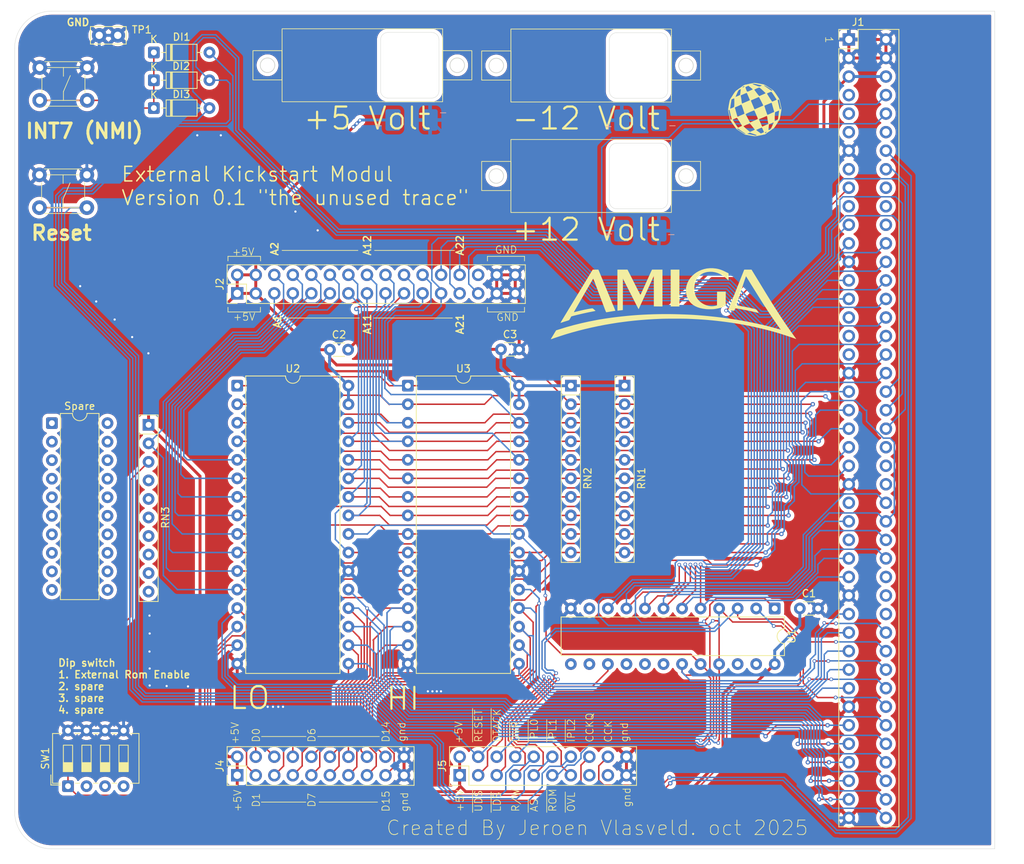
<source format=kicad_pcb>
(kicad_pcb (version 20241229) (generator "pcbnew") (generator_version "9.0")
  (layers (0 "F.Cu" signal) (2 "B.Cu" signal) (13 "F.Paste" user) (15 "B.Paste" user) (5 "F.SilkS" user "F.Silkscreen") (7 "B.SilkS" user "B.Silkscreen") (1 "F.Mask" user) (3 "B.Mask" user) (25 "Edge.Cuts" user))
  (net 0 "")
  (net 1 "GND")
  (net 2 "+5V")
  (net 3 "IPL0")
  (net 4 "IPL1")
  (net 5 "IPL2")
  (net 6 "AS")
  (net 11 "A14")
  (net 12 "A10")
  (net 13 "A18")
  (net 15 "A12")
  (net 16 "A13")
  (net 18 "OVR")
  (net 21 "CCK")
  (net 22 "A3")
  (net 23 "A2")
  (net 24 "A8")
  (net 25 "A11")
  (net 26 "A7")
  (net 27 "A16")
  (net 28 "A19")
  (net 30 "CCKQ")
  (net 33 "A5")
  (net 35 "A21")
  (net 36 "A1")
  (net 37 "A22")
  (net 38 "+12V")
  (net 39 "UDS")
  (net 40 "A15")
  (net 41 "A17")
  (net 44 "A9")
  (net 46 "DTACK")
  (net 47 "LDS")
  (net 48 "A6")
  (net 52 "-12V")
  (net 53 "R{slash}W")
  (net 54 "A23")
  (net 55 "A4")
  (net 57 "A20")
  (net 64 "SW_KICK")
  (net 67 "RESET")
  (net 68 "D4")
  (net 69 "D3")
  (net 70 "D0")
  (net 71 "D6")
  (net 72 "D7")
  (net 73 "D1")
  (net 74 "D2")
  (net 75 "D5")
  (net 76 "D15")
  (net 77 "D10")
  (net 78 "D12")
  (net 79 "D13")
  (net 80 "D14")
  (net 81 "D9")
  (net 82 "D11")
  (net 83 "D8")
  (net 84 "Net-(DI1-K)")
  (net 93 "OVL")
  (net 94 "ROM_EN")
  (footprint "Amiga:Amiga_Logo_33.8x10mm" (layer "F.Cu") (at 166.455 76.848)
    (property "Reference" "G***" (hide yes))
    (property "Value" "LOGO" (hide yes))
  )
  (footprint "Package_DIP:DIP-24_W7.62mm" (layer "F.Cu") (at 180.34 118.618 -90)
    (property "Reference" "U1")
    (property "Value" "GAL22v10")
  )
  (footprint "Diode_THT:D_DO-35_SOD27_P7.62mm_Horizontal" (layer "F.Cu") (at 95.25 42.418)
    (property "Reference" "DI1")
    (property "Value" "1N4148")
  )
  (footprint "Package_DIP:DIP-32_W15.24mm" (layer "F.Cu") (at 130.0588 88.0872)
    (property "Reference" "U3")
    (property "Value" "SST39SF040")
  )
  (footprint "Connector_PinHeader_2.54mm:PinHeader_2x10_P2.54mm_Vertical" (layer "F.Cu") (at 137.16 141.478 90)
    (property "Reference" "J5")
    (property "Value" "Conn_02x10")
  )
  (footprint "Private:Tactile Switch" (layer "F.Cu") (at 79.5712 59.1872)
    (property "Reference" "SW3" (hide yes))
    (property "Value" "SW_MEC_5E" (hide yes))
  )
  (footprint "Diode_THT:D_DO-35_SOD27_P7.62mm_Horizontal" (layer "F.Cu") (at 95.25 50.038)
    (property "Reference" "DI3")
    (property "Value" "1N4148" (hide yes))
  )
  (footprint "Private:0.28 voltmeter" (layer "F.Cu") (at 155.18 44.209875)
    (property "Reference" "MES3" (hide yes))
    (property "Value" "-12V")
    (fp_line (start 2.5 -3.5) (end 2.5 3.5) (stroke (width 0.05)) (layer "Edge.Cuts"))
    (fp_line (start 9.5 -4.5) (end 3.5 -4.5) (stroke (width 0.05)) (layer "Edge.Cuts"))
    (fp_line (start 9.5 4.5) (end 3.5 4.5) (stroke (width 0.05)) (layer "Edge.Cuts"))
    (fp_line (start 10.5 -3.5) (end 10.5 3.5) (stroke (width 0.05)) (layer "Edge.Cuts"))
    (fp_arc (start 2.5 -3.5) (mid 2.792893 -4.207107) (end 3.5 -4.5) (stroke (width 0.05)) (layer "Edge.Cuts"))
    (fp_arc (start 3.5 4.5) (mid 2.792893 4.207107) (end 2.5 3.5) (stroke (width 0.05)) (layer "Edge.Cuts"))
    (fp_arc (start 9.5 -4.5) (mid 10.207107 -4.207107) (end 10.5 -3.5) (stroke (width 0.05)) (layer "Edge.Cuts"))
    (fp_arc (start 10.5 3.5) (mid 10.207107 4.207107) (end 9.5 4.5) (stroke (width 0.05)) (layer "Edge.Cuts"))
    (fp_circle (center -13 0) (end -12 0) (stroke (width 0.1)) (fill no) (layer "Edge.Cuts"))
    (fp_circle (center 13 0) (end 14 0) (stroke (width 0.1)) (fill no) (layer "Edge.Cuts"))
  )
  (footprint "Amiga:Boing_Ball_20x10mm" (layer "F.Cu") (at 177.605 50.248)
    (property "Reference" "G***" (hide yes))
    (property "Value" "LOGO" (hide yes))
  )
  (footprint "Package_DIP:DIP-20_W7.62mm" (layer "F.Cu") (at 81.28 93.218)
    (property "Reference" "Spare")
    (property "Value" "DIP-20_W7.62mm")
  )
  (footprint "Private:0.28 voltmeter" (layer "F.Cu") (at 123.83 44.173)
    (property "Reference" "MES1" (hide yes))
    (property "Value" "+5V")
    (fp_line (start 2.5 -3.5) (end 2.5 3.5) (stroke (width 0.05)) (layer "Edge.Cuts"))
    (fp_line (start 9.5 -4.5) (end 3.5 -4.5) (stroke (width 0.05)) (layer "Edge.Cuts"))
    (fp_line (start 9.5 4.5) (end 3.5 4.5) (stroke (width 0.05)) (layer "Edge.Cuts"))
    (fp_line (start 10.5 -3.5) (end 10.5 3.5) (stroke (width 0.05)) (layer "Edge.Cuts"))
    (fp_arc (start 2.5 -3.5) (mid 2.792893 -4.207107) (end 3.5 -4.5) (stroke (width 0.05)) (layer "Edge.Cuts"))
    (fp_arc (start 3.5 4.5) (mid 2.792893 4.207107) (end 2.5 3.5) (stroke (width 0.05)) (layer "Edge.Cuts"))
    (fp_arc (start 9.5 -4.5) (mid 10.207107 -4.207107) (end 10.5 -3.5) (stroke (width 0.05)) (layer "Edge.Cuts"))
    (fp_arc (start 10.5 3.5) (mid 10.207107 4.207107) (end 9.5 4.5) (stroke (width 0.05)) (layer "Edge.Cuts"))
    (fp_circle (center -13 0) (end -12 0) (stroke (width 0.1)) (fill no) (layer "Edge.Cuts"))
    (fp_circle (center 13 0) (end 14 0) (stroke (width 0.1)) (fill no) (layer "Edge.Cuts"))
  )
  (footprint "Capacitor_THT:C_Disc_D3.0mm_W1.6mm_P2.50mm" (layer "F.Cu") (at 142.8188 83.1088)
    (property "Reference" "C3")
    (property "Value" "100nf")
  )
  (footprint "Resistor_THT:R_Array_SIP10" (layer "F.Cu") (at 94.53 93.448 -90)
    (property "Reference" "RN3")
    (property "Value" "R_Network09")
  )
  (footprint "Diode_THT:D_DO-35_SOD27_P7.62mm_Horizontal" (layer "F.Cu") (at 95.25 46.228)
    (property "Reference" "DI2")
    (property "Value" "1N4148" (hide yes))
  )
  (footprint "Private:0.28 voltmeter" (layer "F.Cu") (at 155.18 59.348)
    (property "Reference" "MES2" (hide yes))
    (property "Value" "+12V")
    (fp_line (start 2.5 -3.5) (end 2.5 3.5) (stroke (width 0.05)) (layer "Edge.Cuts"))
    (fp_line (start 9.5 -4.5) (end 3.5 -4.5) (stroke (width 0.05)) (layer "Edge.Cuts"))
    (fp_line (start 9.5 4.5) (end 3.5 4.5) (stroke (width 0.05)) (layer "Edge.Cuts"))
    (fp_line (start 10.5 -3.5) (end 10.5 3.5) (stroke (width 0.05)) (layer "Edge.Cuts"))
    (fp_arc (start 2.5 -3.5) (mid 2.792893 -4.207107) (end 3.5 -4.5) (stroke (width 0.05)) (layer "Edge.Cuts"))
    (fp_arc (start 3.5 4.5) (mid 2.792893 4.207107) (end 2.5 3.5) (stroke (width 0.05)) (layer "Edge.Cuts"))
    (fp_arc (start 9.5 -4.5) (mid 10.207107 -4.207107) (end 10.5 -3.5) (stroke (width 0.05)) (layer "Edge.Cuts"))
    (fp_arc (start 10.5 3.5) (mid 10.207107 4.207107) (end 9.5 4.5) (stroke (width 0.05)) (layer "Edge.Cuts"))
    (fp_circle (center -13 0) (end -12 0) (stroke (width 0.1)) (fill no) (layer "Edge.Cuts"))
    (fp_circle (center 13 0) (end 14 0) (stroke (width 0.1)) (fill no) (layer "Edge.Cuts"))
  )
  (footprint "Capacitor_THT:C_Disc_D3.0mm_W1.6mm_P2.50mm" (layer "F.Cu") (at 119.38 83.148)
    (property "Reference" "C2")
    (property "Value" "100nf")
  )
  (footprint "Connector_PinHeader_2.54mm:PinHeader_2x10_P2.54mm_Vertical" (layer "F.Cu") (at 106.68 141.478 90)
    (property "Reference" "J4")
    (property "Value" "Conn_02x10")
  )
  (footprint "Resistor_THT:R_Array_SIP10" (layer "F.Cu") (at 159.766 88.0872 -90)
    (property "Reference" "RN1")
    (property "Value" "R_Network09")
  )
  (footprint "Resistor_THT:R_Array_SIP10" (layer "F.Cu") (at 152.4 88.0872 -90)
    (property "Reference" "RN2")
    (property "Value" "R_Network09")
  )
  (footprint "Package_DIP:DIP-32_W15.24mm" (layer "F.Cu") (at 106.68 88.0872)
    (property "Reference" "U2")
    (property "Value" "SST39SF040")
  )
  (footprint "Capacitor_THT:C_Disc_D3.0mm_W1.6mm_P2.50mm" (layer "F.Cu") (at 183.78 118.618)
    (property "Reference" "C1")
    (property "Value" "100nf")
  )
  (footprint "Amiga:Conn_Side_Expansion_Vertical" (layer "F.Cu") (at 190.5 40.64)
    (property "Reference" "J1")
    (property "Value" "Conn_Side_Expansion")
  )
  (footprint "Private:Tactile Switch" (layer "F.Cu") (at 79.6087 44.4847)
    (property "Reference" "SW2" (hide yes))
    (property "Value" "SW_MEC_5E" (hide yes))
  )
  (footprint "TestPoint:TestPoint_Bridge_Pitch2.54mm_Drill1.0mm" (layer "F.Cu") (at 87.765 40.073)
    (property "Reference" "TP1")
    (property "Value" "Conn_01x01" (hide yes))
  )
  (footprint "Connector_PinHeader_2.54mm:PinHeader_2x16_P2.54mm_Vertical" (layer "F.Cu") (at 106.68 75.438 90)
    (property "Reference" "J2")
    (property "Value" "Conn_02x16_Odd_Even")
  )
  (footprint "Button_Switch_THT:SW_DIP_SPSTx04_Slide_6.7x11.72mm_W7.62mm_P2.54mm_LowProfile" (layer "F.Cu") (at 83.485 142.973 90)
    (property "Reference" "SW1")
    (property "Value" "SW_DIP_x04")
  )
  (gr_poly (pts (xy 105.355 52.548) (xy 106.081 51.822) (xy 106.081 53.248)) (stroke (width 0.2)) (fill yes) (layer "B.Cu") (net 3))
  (gr_line (start 109.855 77.343) (end 109.855 77.978) (stroke (width 0.1)) (layer "F.SilkS"))
  (gr_line (start 138.938 136.906) (end 138.938 132.588) (stroke (width 0.1)) (layer "F.SilkS"))
  (gr_line (start 149.098 136.906) (end 149.098 133.858) (stroke (width 0.1)) (layer "F.SilkS"))
  (gr_line (start 146.558 146.558) (end 146.558 144.78) (stroke (width 0.1)) (layer "F.SilkS"))
  (gr_line (start 141.478 136.906) (end 141.478 132.334) (stroke (width 0.1)) (layer "F.SilkS"))
  (gr_line (start 109.855 77.978) (end 105.41 77.978) (stroke (width 0.1)) (layer "F.SilkS"))
  (gr_line (start 140.97 77.978) (end 146.05 77.978) (stroke (width 0.1)) (layer "F.SilkS"))
  (gr_line (start 146.05 70.993) (end 146.05 70.358) (stroke (width 0.1)) (layer "F.SilkS"))
  (gr_line (start 105.41 77.978) (end 105.41 77.343) (stroke (width 0.1)) (layer "F.SilkS"))
  (gr_line (start 140.97 70.993) (end 140.97 70.358) (stroke (width 0.1)) (layer "F.SilkS"))
  (gr_line (start 138.938 132.588) (end 138.938 132.334) (stroke (width 0.1)) (layer "F.SilkS"))
  (gr_line (start 146.05 77.978) (end 146.05 77.343) (stroke (width 0.1)) (layer "F.SilkS"))
  (gr_line (start 144.018 136.906) (end 144.018 134.112) (stroke (width 0.1)) (layer "F.SilkS"))
  (gr_line (start 109.982 145.161) (end 116.078 145.161) (stroke (width 0.1)) (layer "F.SilkS"))
  (gr_line (start 151.638 146.558) (end 151.638 143.764) (stroke (width 0.1)) (layer "F.SilkS"))
  (gr_line (start 126.111 78.8162) (end 136.1694 78.8162) (stroke (width 0.1)) (layer "F.SilkS"))
  (gr_line (start 149.098 146.558) (end 149.098 143.51) (stroke (width 0.1)) (layer "F.SilkS"))
  (gr_line (start 112.8268 69.5452) (end 123.2154 69.5452) (stroke (width 0.1)) (layer "F.SilkS"))
  (gr_line (start 140.97 77.343) (end 140.97 77.978) (stroke (width 0.1)) (layer "F.SilkS"))
  (gr_line (start 126.1618 136.1694) (end 117.7036 136.1694) (stroke (width 0.1)) (layer "F.SilkS"))
  (gr_line (start 109.879219 70.993) (end 109.879219 70.382219) (stroke (width 0.1)) (layer "F.SilkS"))
  (gr_line (start 138.938 146.558) (end 138.938 143.51) (stroke (width 0.1)) (layer "F.SilkS"))
  (gr_line (start 151.638 136.906) (end 151.638 133.858) (stroke (width 0.1)) (layer "F.SilkS"))
  (gr_line (start 125.5014 69.5452) (end 136.4488 69.5452) (stroke (width 0.1)) (layer "F.SilkS"))
  (gr_line (start 140.97 70.358) (end 146.05 70.358) (stroke (width 0.1)) (layer "F.SilkS"))
  (gr_line (start 126.111 78.8162) (end 125.3744 78.8162) (stroke (width 0.1)) (layer "F.SilkS"))
  (gr_line (start 105.41 70.358) (end 105.41 70.993) (stroke (width 0.1)) (layer "F.SilkS"))
  (gr_line (start 109.855 70.358) (end 105.41 70.358) (stroke (width 0.1)) (layer "F.SilkS"))
  (gr_line (start 113.1316 78.8162) (end 123.4186 78.8162) (stroke (width 0.1)) (layer "F.SilkS"))
  (gr_line (start 116.1034 136.1694) (end 110.0074 136.1694) (stroke (width 0.1)) (layer "F.SilkS"))
  (gr_line (start 117.9068 145.161) (end 125.9078 145.161) (stroke (width 0.1)) (layer "F.SilkS"))
  (gr_line (start 141.478 146.558) (end 141.478 143.764) (stroke (width 0.1)) (layer "F.SilkS"))
  (gr_line (start 146.558 136.906) (end 146.558 133.858) (stroke (width 0.1)) (layer "F.SilkS"))
  (gr_arc (start 76.1746 41.8338) (mid 77.662498 38.241698) (end 81.2546 36.7538) (stroke (width 0.05)) (layer "Edge.Cuts"))
  (gr_line (start 210.5 36.7538) (end 81.2546 36.7538) (stroke (width 0.05)) (layer "Edge.Cuts"))
  (gr_line (start 210.5 36.7538) (end 210.5 151.5618) (stroke (width 0.05)) (layer "Edge.Cuts"))
  (gr_line (start 210.5 151.5618) (end 81.2546 151.5618) (stroke (width 0.05)) (layer "Edge.Cuts"))
  (gr_line (start 76.1746 146.4818) (end 76.1746 41.8338) (stroke (width 0.05)) (layer "Edge.Cuts"))
  (gr_arc (start 81.2546 151.5618) (mid 77.662498 150.073902) (end 76.1746 146.4818) (stroke (width 0.05)) (layer "Edge.Cuts"))
  (gr_text "R/W" (at 145.415 146.558 90) (layer "F.SilkS") (effects (font (size 1 1) (thickness 0.1)) (justify left bottom)))
  (gr_text "GND" (at 142.1384 79.2988 0) (layer "F.SilkS") (effects (font (size 1 1) (thickness 0.1)) (justify left bottom)))
  (gr_text "ROM" (at 150.495 146.558 90) (layer "F.SilkS") (effects (font (size 1 1) (thickness 0.1)) (justify left bottom)))
  (gr_text "LDS" (at 142.875 146.558 90) (layer "F.SilkS") (effects (font (size 1 1) (thickness 0.1)) (justify left bottom)))
  (gr_text "RESET" (at 140.335 137.033 90) (layer "F.SilkS") (effects (font (size 1 1) (thickness 0.1)) (justify left bottom)))
  (gr_text "GND" (at 83.205 38.873 0) (layer "F.SilkS") (effects (font (size 1 1) (thickness 0.2) (bold yes)) (justify left bottom)))
  (gr_text "HI" (at 126.8984 132.7404 0) (layer "F.SilkS") (effects (font (size 3 3) (thickness 0.3) (bold yes)) (justify left bottom)))
  (gr_text "IPL2" (at 153.035 137.033 90) (layer "F.SilkS") (effects (font (size 1 1) (thickness 0.1)) (justify left bottom)))
  (gr_text "D7" (at 117.475 145.923 90) (layer "F.SilkS") (effects (font (size 1 1) (thickness 0.1)) (justify left bottom)))
  (gr_text "A12" (at 125.095 70.358 90) (layer "F.SilkS") (effects (font (size 1 1) (thickness 0.1875)) (justify left bottom)))
  (gr_text "IPL1" (at 150.495 137.033 90) (layer "F.SilkS") (effects (font (size 1 1) (thickness 0.1)) (justify left bottom)))
  (gr_text "D15" (at 127.635 146.558 90) (layer "F.SilkS") (effects (font (size 1 1) (thickness 0.1)) (justify left bottom)))
  (gr_text "+5V" (at 106.045 79.248 0) (layer "F.SilkS") (effects (font (size 1 1) (thickness 0.1)) (justify left bottom)))
  (gr_text "CCK" (at 158.115 137.033 90) (layer "F.SilkS") (effects (font (size 1 1) (thickness 0.1)) (justify left bottom)))
  (gr_text "+5V" (at 137.795 146.558 90) (layer "F.SilkS") (effects (font (size 1 1) (thickness 0.1)) (justify left bottom)))
  (gr_text "gnd" (at 160.655 145.923 90) (layer "F.SilkS") (effects (font (size 1 1) (thickness 0.1)) (justify left bottom)))
  (gr_text "AS" (at 147.955 146.558 90) (layer "F.SilkS") (effects (font (size 1 1) (thickness 0.1)) (justify left bottom)))
  (gr_text "INT7 (NMI)" (at 77.47 54.356 0) (layer "F.SilkS") (effects (font (size 2 2) (thickness 0.4) (bold yes)) (justify left bottom)))
  (gr_text "Created By Jeroen Vlasveld. oct 2025" (at 127 149.86 0) (layer "F.SilkS") (effects (font (size 2 2) (thickness 0.1)) (justify left bottom)))
  (gr_text "gnd" (at 129.794 136.9568 90) (layer "F.SilkS") (effects (font (size 1 1) (thickness 0.1)) (justify left bottom)))
  (gr_text "OVR" (at 145.415 137.033 90) (layer "F.SilkS") (effects (font (size 1 1) (thickness 0.1)) (justify left bottom)))
  (gr_text "LO" (at 105.41 132.6388 0) (layer "F.SilkS") (effects (font (size 3 3) (thickness 0.3) (bold yes)) (justify left bottom)))
  (gr_text "IPL0" (at 147.955 137.033 90) (layer "F.SilkS") (effects (font (size 1 1) (thickness 0.1)) (justify left bottom)))
  (gr_text "D6" (at 117.475 137.033 90) (layer "F.SilkS") (effects (font (size 1 1) (thickness 0.1)) (justify left bottom)))
  (gr_text "GND" (at 141.9352 70.0532 0) (layer "F.SilkS") (effects (font (size 1 1) (thickness 0.1)) (justify left bottom)))
  (gr_text "A1" (at 112.755 80.298 90) (layer "F.SilkS") (effects (font (size 1 1) (thickness 0.1875)) (justify left bottom)))
  (gr_text "+5V" (at 137.6172 137.1854 90) (layer "F.SilkS") (effects (font (size 1 1) (thickness 0.1)) (justify left bottom)))
  (gr_text "DTACK" (at 142.875 137.033 90) (layer "F.SilkS") (effects (font (size 1 1) (thickness 0.1)) (justify left bottom)))
  (gr_text "Reset\n" (at 78.232 68.326 0) (layer "F.SilkS") (effects (font (size 2 2) (thickness 0.4) (bold yes)) (justify left bottom)))
  (gr_text "+5 Volt" (at 115.57 53.213 0) (layer "F.SilkS") (effects (font (size 3 3) (thickness 0.3) (bold yes)) (justify left bottom)))
  (gr_text "gnd" (at 130.175 146.558 90) (layer "F.SilkS") (effects (font (size 1 1) (thickness 0.1)) (justify left bottom)))
  (gr_text "OVL" (at 153.035 146.558 90) (layer "F.SilkS") (effects (font (size 1 1) (thickness 0.1)) (justify left bottom)))
  (gr_text "External Kickstart Modul \nVersion 0.1 {dblquote}the unused trace{dblquote}" (at 90.678 63.5 0) (layer "F.SilkS") (effects (font (size 2 2) (thickness 0.2) (bold yes)) (justify left bottom)))
  (gr_text "+5V" (at 106.9594 137.287 90) (layer "F.SilkS") (effects (font (size 1 1) (thickness 0.1)) (justify left bottom)))
  (gr_text "A2" (at 112.395 70.358 90) (layer "F.SilkS") (effects (font (size 1 1) (thickness 0.1875)) (justify left bottom)))
  (gr_text "+5V" (at 107.315 146.558 90) (layer "F.SilkS") (effects (font (size 1 1) (thickness 0.1)) (justify left bottom)))
  (gr_text "Dip switch\n1. External Rom Enable\n2. spare\n3. spare\n4. spare" (at 82.042 133.096 0) (layer "F.SilkS") (effects (font (size 1 1) (thickness 0.1875)) (justify left bottom)))
  (gr_text "A11" (at 125.095 81.153 90) (layer "F.SilkS") (effects (font (size 1 1) (thickness 0.1875)) (justify left bottom)))
  (gr_text "+12 Volt" (at 144.145 68.453 0) (layer "F.SilkS") (effects (font (size 3 3) (thickness 0.3) (bold yes)) (justify left bottom)))
  (gr_text "D0" (at 109.855 137.033 90) (layer "F.SilkS") (effects (font (size 1 1) (thickness 0.1)) (justify left bottom)))
  (gr_text "UDS" (at 140.335 146.558 90) (layer "F.SilkS") (effects (font (size 1 1) (thickness 0.1)) (justify left bottom)))
  (gr_text "-12 Volt" (at 144.145 53.213 0) (layer "F.SilkS") (effects (font (size 3 3) (thickness 0.3) (bold yes)) (justify left bottom)))
  (gr_text "+5V" (at 105.918 70.3326 0) (layer "F.SilkS") (effects (font (size 1 1) (thickness 0.1)) (justify left bottom)))
  (gr_text "D14" (at 127.635 137.033 90) (layer "F.SilkS") (effects (font (size 1 1) (thickness 0.1)) (justify left bottom)))
  (gr_text "A21" (at 137.795 81.153 90) (layer "F.SilkS") (effects (font (size 1 1) (thickness 0.1875)) (justify left bottom)))
  (gr_text "D1" (at 109.855 145.923 90) (layer "F.SilkS") (effects (font (size 1 1) (thickness 0.1)) (justify left bottom)))
  (gr_text "CCKQ" (at 155.575 137.033 90) (layer "F.SilkS") (effects (font (size 1 1) (thickness 0.1)) (justify left bottom)))
  (gr_text "gnd" (at 160.2994 137.0076 90) (layer "F.SilkS") (effects (font (size 1 1) (thickness 0.1)) (justify left bottom)))
  (gr_text "A22" (at 137.795 70.358 90) (layer "F.SilkS") (effects (font (size 1 1) (thickness 0.1875)) (justify left bottom)))
  (segment (start 192.755 73.375) (end 190.5 71.12) (width 0.4) (layer "F.Cu") (net 1))
  (segment (start 192.705 58.085) (end 190.5 55.88) (width 0.4) (layer "F.Cu") (net 1))
  (segment (start 144.78 72.898) (end 142.24 72.898) (width 0.4) (layer "F.Cu") (net 1))
  (segment (start 123.9108 81.098) (end 121.8492 83.1596) (width 0.4) (layer "F.Cu") (net 1))
  (segment (start 190.5 132.08) (end 192.505 130.075) (width 0.4) (layer "F.Cu") (net 1))
  (segment (start 192.755 84.323) (end 192.755 73.375) (width 0.4) (layer "F.Cu") (net 1))
  (segment (start 192.805 99.295) (end 192.805 103.905) (width 0.4) (layer "F.Cu") (net 1))
  (segment (start 129.555 132.248) (end 129.555 137.373) (width 0.4) (layer "F.Cu") (net 1))
  (segment (start 192.537 84.323) (end 192.755 84.323) (width 0.4) (layer "F.Cu") (net 1))
  (segment (start 129.54 137.388) (end 129.54 138.938) (width 0.4) (layer "F.Cu") (net 1))
  (segment (start 190.5 116.84) (end 192.805 114.535) (width 0.4) (layer "F.Cu") (net 1))
  (segment (start 195.58 40.64) (end 195.58 43.18) (width 0.4) (layer "F.Cu") (net 1))
  (segment (start 143.308 81.098) (end 123.9108 81.098) (width 0.4) (layer "F.Cu") (net 1))
  (segment (start 192.68 45.36) (end 192.68 53.7) (width 0.4) (layer "F.Cu") (net 1))
  (segment (start 106.68 130.473) (end 108.28 132.073) (width 0.4) (layer "F.Cu") (net 1))
  (segment (start 134.605 129.973) (end 131.83 129.973) (width 0.4) (layer "F.Cu") (net 1))
  (segment (start 131.83 129.973) (end 129.555 132.248) (width 0.4) (layer "F.Cu") (net 1))
  (segment (start 129.54 138.938) (end 129.54 141.478) (width 0.4) (layer "F.Cu") (net 1))
  (segment (start 145.3188 83.1088) (end 143.308 81.098) (width 0.4) (layer "F.Cu") (net 1))
  (segment (start 145.3188 76.3118) (end 145.3188 83.1088) (width 0.4) (layer "F.Cu") (net 1))
  (segment (start 190.5 86.36) (end 192.537 84.323) (width 0.4) (layer "F.Cu") (net 1))
  (segment (start 192.133 118.473) (end 190.5 116.84) (width 0.4) (layer "F.Cu") (net 1))
  (segment (start 192.505 130.075) (end 192.505 118.473) (width 0.4) (layer "F.Cu") (net 1))
  (segment (start 190.5 40.64) (end 195.58 40.64) (width 0.4) (layer "F.Cu") (net 1))
  (segment (start 190.5 40.64) (end 190.5 43.18) (width 0.4) (layer "F.Cu") (net 1))
  (segment (start 192.43 145.39) (end 192.43 134.01) (width 0.4) (layer "F.Cu") (net 1))
  (segment (start 192.43 134.01) (end 190.5 132.08) (width 0.4) (layer "F.Cu") (net 1))
  (segment (start 190.5 86.36) (end 192.805 88.665) (width 0.4) (layer "F.Cu") (net 1))
  (segment (start 144.78 75.438) (end 144.78 75.773) (width 0.4) (layer "F.Cu") (net 1))
  (segment (start 144.78 75.773) (end 145.3188 76.3118) (width 0.4) (layer "F.Cu") (net 1))
  (segment (start 142.24 75.438) (end 142.24 72.898) (width 0.4) (layer "F.Cu") (net 1))
  (segment (start 192.68 53.7) (end 190.5 55.88) (width 0.4) (layer "F.Cu") (net 1))
  (segment (start 108.28 132.073) (end 108.305 132.098) (width 0.4) (layer "F.Cu") (net 1))
  (segment (start 190.5 101.6) (end 192.805 99.295) (width 0.2) (layer "F.Cu") (net 1))
  (segment (start 144.78 72.898) (end 144.78 75.438) (width 0.4) (layer "F.Cu") (net 1))
  (segment (start 195.58 43.18) (end 190.5 43.18) (width 0.4) (layer "F.Cu") (net 1))
  (segment (start 160.02 138.938) (end 160.02 141.478) (width 0.4) (layer "F.Cu") (net 1))
  (segment (start 190.5 147.32) (end 192.43 145.39) (width 0.4) (layer "F.Cu") (net 1))
  (segment (start 190.5 71.12) (end 192.705 68.915) (width 0.4) (layer "F.Cu") (net 1))
  (segment (start 129.555 137.373) (end 129.54 137.388) (width 0.4) (layer "F.Cu") (net 1))
  (segment (start 192.505 118.473) (end 192.133 118.473) (width 0.4) (layer "F.Cu") (net 1))
  (segment (start 192.805 88.665) (end 192.805 99.295) (width 0.4) (layer "F.Cu") (net 1))
  (segment (start 192.805 114.535) (end 192.805 103.905) (width 0.4) (layer "F.Cu") (net 1))
  (segment (start 142.965 72.173) (end 142.24 72.898) (width 0.4) (layer "F.Cu") (net 1))
  (segment (start 192.705 68.915) (end 192.705 58.085) (width 0.4) (layer "F.Cu") (net 1))
  (segment (start 144.78 75.438) (end 142.24 75.438) (width 0.4) (layer "F.Cu") (net 1))
  (segment (start 108.305 132.098) (end 112.955 132.098) (width 0.4) (layer "F.Cu") (net 1))
  (segment (start 106.68 126.1872) (end 106.68 130.473) (width 0.4) (layer "F.Cu") (net 1))
  (segment (start 190.5 43.18) (end 192.68 45.36) (width 0.4) (layer "F.Cu") (net 1))
  (via (at 94.655 124.523) (size 0.6) (drill 0.3) (layers "F.Cu" "B.Cu") (net 1))
  (via (at 99.93 129.298) (size 0.6) (drill 0.3) (layers "F.Cu" "B.Cu") (net 1))
  (via (at 94.68 122.048) (size 0.6) (drill 0.3) (layers "F.Cu" "B.Cu") (net 1))
  (via (at 111.58 132.098) (size 0.6) (drill 0.3) (layers "F.Cu" "B.Cu") (net 1))
  (via (at 94.505 83.648) (size 0.6) (drill 0.3) (layers "F.Cu" "B.Cu") (net 1))
  (via (at 89.88 79.023) (size 0.6) (drill 0.3) (layers "F.Cu" "B.Cu") (net 1))
  (via (at 132.805 129.973) (size 0.6) (drill 0.3) (layers "F.Cu" "B.Cu") (net 1))
  (via (at 114.655 64.223) (size 0.6) (drill 0.3) (layers "F.Cu" "B.Cu") (net 1))
  (via (at 117.705 66.798) (size 0.6) (drill 0.3) (layers "F.Cu" "B.Cu") (net 1))
  (via (at 134.03 129.973) (size 0.6) (drill 0.3) (layers "F.Cu" "B.Cu") (net 1))
  (via (at 94.68 126.848) (size 0.6) (drill 0.3) (layers "F.Cu" "B.Cu") (net 1))
  (via (at 92.28 81.423) (size 0.6) (drill 0.3) (layers "F.Cu" "B.Cu") (net 1))
  (via (at 134.605 129.973) (size 0.6) (drill 0.3) (layers "F.Cu" "B.Cu") (net 1))
  (via (at 104.43 53.773) (size 0.6) (drill 0.3) (layers "F.Cu" "B.Cu") (net 1))
  (via (at 85.155 74.448) (size 0.6) (drill 0.3) (layers "F.Cu" "B.Cu") (net 1))
  (via (at 94.68 129.173) (size 0.6) (drill 0.3) (layers "F.Cu" "B.Cu") (net 1))
  (via (at 112.305 132.098) (size 0.6) (drill 0.3) (layers "F.Cu" "B.Cu") (net 1))
  (via (at 133.43 129.973) (size 0.6) (drill 0.3) (layers "F.Cu" "B.Cu") (net 1))
  (via (at 112.955 132.098) (size 0.6) (drill 0.3) (layers "F.Cu" "B.Cu") (net 1))
  (via (at 94.655 119.598) (size 0.6) (drill 0.3) (layers "F.Cu" "B.Cu") (net 1))
  (via (at 110.855 132.098) (size 0.6) (drill 0.3) (layers "F.Cu" "B.Cu") (net 1))
  (via (at 87.355 76.548) (size 0.6) (drill 0.3) (layers "F.Cu" "B.Cu") (net 1))
  (via (at 97.005 129.248) (size 0.6) (drill 0.3) (layers "F.Cu" "B.Cu") (net 1))
  (via (at 101.205 53.773) (size 0.6) (drill 0.3) (layers "F.Cu" "B.Cu") (net 1))
  (segment (start 111.58 132.098) (end 112.305 132.098) (width 0.4) (layer "B.Cu") (net 1))
  (segment (start 183.555 141.123) (end 181.03 138.598) (width 0.4) (layer "B.Cu") (net 1))
  (segment (start 86.1087 44.4847) (end 79.6087 44.4847) (width 0.4) (layer "B.Cu") (net 1))
  (segment (start 130.0588 129.11828) (end 130.91352 129.973) (width 0.4) (layer "B.Cu") (net 1))
  (segment (start 132.805 129.973) (end 133.43 129.973) (width 0.4) (layer "B.Cu") (net 1))
  (segment (start 190.5 55.88) (end 179.532 66.848) (width 0.4) (layer "B.Cu") (net 1))
  (segment (start 91.105 133.773) (end 92.78 132.098) (width 0.4) (layer "B.Cu") (net 1))
  (segment (start 91.105 135.353) (end 91.105 133.773) (width 0.4) (layer "B.Cu") (net 1))
  (segment (start 129.54 137.533) (end 129.54 138.938) (width 0.4) (layer "B.Cu") (net 1))
  (segment (start 123.61098 132.098) (end 128.59098 137.078) (width 0.4) (layer "B.Cu") (net 1))
  (segment (start 92.78 132.098) (end 110.855 132.098) (width 0.4) (layer "B.Cu") (net 1))
  (segment (start 87.765 40.073) (end 90.305 40.073) (width 0.4) (layer "B.Cu") (net 1))
  (segment (start 112.305 132.098) (end 112.955 132.098) (width 0.4) (layer "B.Cu") (net 1))
  (segment (start 110.855 132.098) (end 111.58 132.098) (width 0.4) (layer "B.Cu") (net 1))
  (segment (start 163.33 70.398) (end 164.46 69.268) (width 0.4) (layer "B.Cu") (net 1))
  (segment (start 179.532 66.848) (end 164.46 66.848) (width 0.4) (layer "B.Cu") (net 1))
  (segment (start 163 141.478) (end 160.02 141.478) (width 0.4) (layer "B.Cu") (net 1))
  (segment (start 81.305 60.921) (end 81.305 74.548001) (width 0.4) (layer "B.Cu") (net 1))
  (segment (start 133.43 129.973) (end 134.03 129.973) (width 0.4) (layer "B.Cu") (net 1))
  (segment (start 133.662 145.6) (end 155.898 145.6) (width 0.4) (layer "B.Cu") (net 1))
  (segment (start 159.38 51.709875) (end 156.518125 51.709875) (width 0.4) (layer "B.Cu") (net 1))
  (segment (start 81.305 74.548001) (end 91.454 84.697) (width 0.4) (layer "B.Cu") (net 1))
  (segment (start 187.967596 147.32) (end 183.555 142.907404) (width 0.4) (layer "B.Cu") (net 1))
  (segment (start 133.11 51.673) (end 134.835 53.398) (width 0.4) (layer "B.Cu") (net 1))
  (segment (start 79.5712 59.1872) (end 81.305 60.921) (width 0.4) (layer "B.Cu") (net 1))
  (segment (start 154.83 53.398) (end 154.83 67.998) (width 0.4) (layer "B.Cu") (net 1))
  (segment (start 86.1087 44.4847) (end 87.765 42.8284) (width 0.4) (layer "B.Cu") (net 1))
  (segment (start 181.03 138.598) (end 165.88 138.598) (width 0.4) (layer "B.Cu") (net 1))
  (segment (start 128.59098 137.078) (end 129.085 137.078) (width 0.4) (layer "B.Cu") (net 1))
  (segment (start 157.23 70.398) (end 163.33 70.398) (width 0.4) (layer "B.Cu") (net 1))
  (segment (start 91.454 84.697) (end 91.454 132.464) (width 0.4) (layer "B.Cu") (net 1))
  (segment (start 156.518125 51.709875) (end 154.83 53.398) (width 0.4) (layer "B.Cu") (net 1))
  (segment (start 91.105 135.353) (end 83.485 135.353) (width 0.4) (layer "B.Cu") (net 1))
  (segment (start 129.085 137.078) (end 129.54 137.533) (width 0.4) (layer "B.Cu") (net 1))
  (segment (start 86.0712 59.1872) (end 86.0712 56.0642) (width 0.4) (layer "B.Cu") (net 1))
  (segment (start 154.83 67.998) (end 157.23 70.398) (width 0.4) (layer "B.Cu") (net 1))
  (segment (start 87.765 42.8284) (end 87.765 40.073) (width 0.4) (layer "B.Cu") (net 1))
  (segment (start 134.835 53.398) (end 154.83 53.398) (width 0.4) (layer "B.Cu") (net 1))
  (segment (start 164.46 69.268) (end 164.46 66.848) (width 0.4) (layer "B.Cu") (net 1))
  (segment (start 86.0712 56.0642) (end 82.955 52.948) (width 0.4) (layer "B.Cu") (net 1))
  (segment (start 112.955 132.098) (end 123.61098 132.098) (width 0.4) (layer "B.Cu") (net 1))
  (segment (start 86.0683 44.4847) (end 86.1087 44.4847) (width 0.4) (layer "B.Cu") (net 1))
  (segment (start 165.88 138.598) (end 163 141.478) (width 0.4) (layer "B.Cu") (net 1))
  (segment (start 82.955 52.948) (end 82.955 47.598) (width 0.4) (layer "B.Cu") (net 1))
  (segment (start 91.454 132.464) (end 88.565 135.353) (width 0.4) (layer "B.Cu") (net 1))
  (segment (start 130.0588 126.1872) (end 130.0588 129.11828) (width 0.4) (layer "B.Cu") (net 1))
  (segment (start 134.03 129.973) (end 134.605 129.973) (width 0.4) (layer "B.Cu") (net 1))
  (segment (start 82.955 47.598) (end 86.0683 44.4847) (width 0.4) (layer "B.Cu") (net 1))
  (segment (start 130.91352 129.973) (end 132.805 129.973) (width 0.4) (layer "B.Cu") (net 1))
  (segment (start 91.555 134.903) (end 91.105 135.353) (width 0.4) (layer "B.Cu") (net 1))
  (segment (start 155.898 145.6) (end 160.02 141.478) (width 0.4) (layer "B.Cu") (net 1))
  (segment (start 183.555 142.907404) (end 183.555 141.123) (width 0.4) (layer "B.Cu") (net 1))
  (segment (start 190.5 147.32) (end 187.967596 147.32) (width 0.4) (layer "B.Cu") (net 1))
  (segment (start 186.631 59.772) (end 186.631 59.749) (width 0.4) (layer "B.Cu") (net 1))
  (segment (start 129.54 141.478) (end 133.662 145.6) (width 0.4) (layer "B.Cu") (net 1))
  (segment (start 94.53 87.588) (end 106.68 75.438) (width 0.4) (layer "F.Cu") (net 2))
  (segment (start 136.805 85.248) (end 120.305 85.248) (width 0.4) (layer "F.Cu") (net 2))
  (segment (start 109.22 72.898) (end 109.22 75.438) (width 0.4) (layer "F.Cu") (net 2))
  (segment (start 94.53 87.588) (end 94.53 93.448) (width 0.4) (layer "F.Cu") (net 2))
  (segment (start 137.16 141.478) (end 137.16 143.143) (width 0.4) (layer "F.Cu") (net 2))
  (segment (start 136.581 143.722) (end 107.08 143.722) (width 0.4) (layer "F.Cu") (net 2))
  (segment (start 106.68 72.898) (end 109.22 72.898) (width 0.4) (layer "F.Cu") (net 2))
  (segment (start 122.5925 52.6355) (end 123.055 52.173) (width 0.4) (layer "F.Cu") (net 2))
  (segment (start 137.16 142.903) (end 137.16 141.478) (width 0.4) (layer "F.Cu") (net 2))
  (segment (start 174.82248 128.747) (end 173.255 130.31448) (width 0.4) (layer "F.Cu") (net 2))
  (segment (start 142.8188 83.1088) (end 138.9442 83.1088) (width 0.4) (layer "F.Cu") (net 2))
  (segment (start 119.3492 84.2922) (end 119.3492 83.1596) (width 0.4) (layer "F.Cu") (net 2))
  (segment (start 109.22 66.008) (end 109.22 72.898) (width 0.4) (layer "F.Cu") (net 2))
  (segment (start 176.43 72.498) (end 171.355 72.498) (width 0.4) (layer "F.Cu") (net 2))
  (segment (start 106.68 141.478) (end 106.68 138.938) (width 0.4) (layer "F.Cu") (net 2))
  (segment (start 106.68 138.938) (end 105.477919 138.938) (width 0.4) (layer "F.Cu") (net 2))
  (segment (start 173.255 130.31448) (end 173.255 139.064478) (width 0.4) (layer "F.Cu") (net 2))
  (segment (start 173.255 139.064478) (end 168.596478 143.723) (width 0.4) (layer "F.Cu") (net 2))
  (segment (start 119.3492 83.1596) (end 116.9416 83.1596) (width 0.4) (layer "F.Cu") (net 2))
  (segment (start 159.766 84.087) (end 159.766 88.0872) (width 0.4) (layer "F.Cu") (net 2))
  (segment (start 106.68 75.438) (end 106.68 72.898) (width 0.4) (layer "F.Cu") (net 2))
  (segment (start 137.16 143.143) (end 136.581 143.722) (width 0.4) (layer "F.Cu") (net 2))
  (segment (start 101.58 135.040081) (end 101.58 100.498) (width 0.4) (layer "F.Cu") (net 2))
  (segment (start 168.596478 143.723) (end 137.98 143.723) (width 0.4) (layer "F.Cu") (net 2))
  (segment (start 187.08 49.14) (end 187.08 61.848) (width 0.4) (layer "F.Cu") (net 2))
  (segment (start 123.055 52.173) (end 123.4925 51.7355) (width 0.4) (layer "F.Cu") (net 2))
  (segment (start 180.34 126.238) (end 177.831 128.747) (width 0.4) (layer "F.Cu") (net 2))
  (segment (start 106.68 143.322) (end 106.68 141.478) (width 0.4) (layer "F.Cu") (net 2))
  (segment (start 120.305 85.248) (end 119.3492 84.2922) (width 0.4) (layer "F.Cu") (net 2))
  (segment (start 101.58 100.498) (end 94.53 93.448) (width 0.4) (layer "F.Cu") (net 2))
  (segment (start 171.355 72.498) (end 159.766 84.087) (width 0.4) (layer "F.Cu") (net 2))
  (segment (start 116.9416 83.1596) (end 109.22 75.438) (width 0.4) (layer "F.Cu") (net 2))
  (segment (start 187.08 61.848) (end 176.43 72.498) (width 0.4) (layer "F.Cu") (net 2))
  (segment (start 105.477919 138.938) (end 101.58 135.040081) (width 0.4) (layer "F.Cu") (net 2))
  (segment (start 137.98 143.723) (end 137.16 142.903) (width 0.4) (layer "F.Cu") (net 2))
  (segment (start 109.22 75.438) (end 106.68 75.438) (width 0.4) (layer "F.Cu") (net 2))
  (segment (start 138.9442 83.1088) (end 136.805 85.248) (width 0.4) (layer "F.Cu") (net 2))
  (segment (start 122.5925 52.6355) (end 109.22 66.008) (width 0.4) (layer "F.Cu") (net 2))
  (segment (start 190.5 45.72) (end 187.08 49.14) (width 0.4) (layer "F.Cu") (net 2))
  (segment (start 177.831 128.747) (end 174.82248 128.747) (width 0.4) (layer "F.Cu") (net 2))
  (segment (start 107.08 143.722) (end 106.68 143.322) (width 0.4) (layer "F.Cu") (net 2))
  (segment (start 137.16 138.938) (end 137.16 141.478) (width 0.4) (layer "F.Cu") (net 2))
  (via (at 122.5925 52.6355) (size 0.5) (drill 0.3) (layers "F.Cu" "B.Cu") (net 2))
  (via (at 123.055 52.173) (size 0.5) (drill 0.3) (layers "F.Cu" "B.Cu") (net 2))
  (via (at 123.4925 51.7355) (size 0.5) (drill 0.3) (layers "F.Cu" "B.Cu") (net 2))
  (segment (start 119.33 84.623) (end 119.3492 84.6038) (width 0.4) (layer "B.Cu") (net 2))
  (segment (start 121.92 88.0872) (end 121.92 90.6272) (width 0.4) (layer "B.Cu") (net 2))
  (segment (start 123.4925 51.7355) (end 123.555 51.673) (width 0.4) (layer "B.Cu") (net 2))
  (segment (start 180.34 126.238) (end 180.34 124.388) (width 0.4) (layer "B.Cu") (net 2))
  (segment (start 123.5425 51.7355) (end 123.4925 51.7355) (width 0.4) (layer "B.Cu") (net 2))
  (segment (start 145.2988 88.0872) (end 142.805 85.5934) (width 0.4) (layer "B.Cu") (net 2))
  (segment (start 119.33 85.4972) (end 119.33 84.623) (width 0.4) (layer "B.Cu") (net 2))
  (segment (start 145.2988 88.0872) (end 159.766 88.0872) (width 0.4) (layer "B.Cu") (net 2))
  (segment (start 123.4925 51.7355) (end 122.5925 52.6355) (width 0.4) (layer "B.Cu") (net 2))
  (segment (start 142.805 84.748) (end 142.8188 84.7342) (width 0.4) (layer "B.Cu") (net 2))
  (segment (start 142.805 85.5934) (end 142.805 84.748) (width 0.4) (layer "B.Cu") (net 2))
  (segment (start 195.58 45.72) (end 190.5 45.72) (width 0.4) (layer "B.Cu") (net 2))
  (segment (start 123.555 51.673) (end 128.03 51.673) (width 0.4) (layer "B.Cu") (net 2))
  (segment (start 183.78 120.948) (end 183.78 118.618) (width 0.4) (layer "B.Cu") (net 2))
  (segment (start 119.3492 84.6038) (end 119.3492 83.1596) (width 0.4) (layer "B.Cu") (net 2))
  (segment (start 121.92 88.0872) (end 119.33 85.4972) (width 0.4) (layer "B.Cu") (net 2))
  (segment (start 145.2988 90.6272) (end 145.2988 88.0872) (width 0.4) (layer "B.Cu") (net 2))
  (segment (start 180.34 124.388) (end 183.78 120.948) (width 0.4) (layer "B.Cu") (net 2))
  (segment (start 142.8188 84.7342) (end 142.8188 83.1088) (width 0.4) (layer "B.Cu") (net 2))
  (segment (start 106.081 47.9569) (end 106.08 47.9559) (width 0.2) (layer "B.Cu") (net 3))
  (segment (start 123.9827 130.627) (end 93.9932 130.627) (width 0.2) (layer "B.Cu") (net 3))
  (segment (start 196.58 64.798) (end 197.43 65.648) (width 0.2) (layer "B.Cu") (net 3))
  (segment (start 188.13 70.2809) (end 188.13 66.773) (width 0.2) (layer "B.Cu") (net 3))
  (segment (start 173.9138 74.4147) (end 174.1487 74.6496) (width 0.2) (layer "B.Cu") (net 3))
  (segment (start 106.081 53.274) (end 120.255 67.448) (width 0.2) (layer "B.Cu") (net 3))
  (segment (start 178.1971 78.698) (end 179.7129 78.698) (width 0.2) (layer "B.Cu") (net 3))
  (segment (start 197.43 65.648) (end 197.43 87.05) (width 0.2) (layer "B.Cu") (net 3))
  (segment (start 82.608 62.3542) (end 83.1642 61.798) (width 0.2) (layer "B.Cu") (net 3))
  (segment (start 197.43 87.05) (end 195.58 88.9) (width 0.2) (layer "B.Cu") (net 3))
  (segment (start 148.9605 67.448) (end 155.9272 74.4147) (width 0.2) (layer "B.Cu") (net 3))
  (segment (start 96.1602 52.548) (end 105.355 52.548) (width 0.2) (layer "B.Cu") (net 3))
  (segment (start 143.48 143.548) (end 142.731 144.297) (width 0.2) (layer "B.Cu") (net 3))
  (segment (start 134.93 137.098) (end 133.607 135.775) (width 0.2) (layer "B.Cu") (net 3))
  (segment (start 86.9102 61.798) (end 96.1602 52.548) (width 0.2) (layer "B.Cu") (net 3))
  (segment (start 174.1487 74.6509) (end 178.08725 78.58945) (width 0.2) (layer "B.Cu") (net 3))
  (segment (start 155.9272 74.4147) (end 173.9138 74.4147) (width 0.2) (layer "B.Cu") (net 3))
  (segment (start 178.08855 78.58945) (end 178.1971 78.698) (width 0.2) (layer "B.Cu") (net 3))
  (segment (start 133.607 135.775) (end 129.1307 135.775) (width 0.2) (layer "B.Cu") (net 3))
  (segment (start 92.757 129.3908) (end 92.757 84.157278) (width 0.2) (layer "B.Cu") (net 3))
  (segment (start 82.608 74.00828) (end 82.608 62.3542) (width 0.2) (layer "B.Cu") (net 3))
  (segment (start 146.169 140.089) (end 144.54124 140.089) (width 0.2) (layer "B.Cu") (net 3))
  (segment (start 134.93 142.548) (end 134.93 137.098) (width 0.2) (layer "B.Cu") (net 3))
  (segment (start 144.54124 140.089) (end 143.48 141.15024) (width 0.2) (layer "B.Cu") (net 3))
  (segment (start 92.757 84.157278) (end 82.608 74.00828) (width 0.2) (layer "B.Cu") (net 3))
  (segment (start 143.48 141.15024) (end 143.48 143.548) (width 0.2) (layer "B.Cu") (net 3))
  (segment (start 106.08 47.9559) (end 106.08 45.628) (width 0.2) (layer "B.Cu") (net 3))
  (segment (start 136.679 144.297) (end 134.93 142.548) (width 0.2) (layer "B.Cu") (net 3))
  (segment (start 179.7129 78.698) (end 188.13 70.2809) (width 0.2) (layer "B.Cu") (net 3))
  (segment (start 106.08 45.628) (end 102.87 42.418) (width 0.2) (layer "B.Cu") (net 3))
  (segment (start 178.08725 78.58945) (end 178.08855 78.58945) (width 0.2) (layer "B.Cu") (net 3))
  (segment (start 120.255 67.448) (end 148.9605 67.448) (width 0.2) (layer "B.Cu") (net 3))
  (segment (start 83.1642 61.798) (end 86.9102 61.798) (width 0.2) (layer "B.Cu") (net 3))
  (segment (start 188.13 66.773) (end 190.105 64.798) (width 0.2) (layer "B.Cu") (net 3))
  (segment (start 106.081 50.748) (end 106.081 53.274) (width 0.2) (layer "B.Cu") (net 3))
  (segment (start 129.1307 135.775) (end 123.9827 130.627) (width 0.2) (layer "B.Cu") (net 3))
  (segment (start 106.081 50.748) (end 106.081 47.9569) (width 0.2) (layer "B.Cu") (net 3))
  (segment (start 190.105 64.798) (end 196.58 64.798) (width 0.2) (layer "B.Cu") (net 3))
  (segment (start 105.355 52.548) (end 106.081 51.822) (width 0.2) (layer "B.Cu") (net 3))
  (segment (start 147.32 138.938) (end 146.169 140.089) (width 0.2) (layer "B.Cu") (net 3))
  (segment (start 93.9932 130.627) (end 92.757 129.3908) (width 0.2) (layer "B.Cu") (net 3))
  (segment (start 105.355 52.548) (end 106.081 53.274) (width 0.2) (layer "B.Cu") (net 3))
  (segment (start 142.731 144.297) (end 136.679 144.297) (width 0.2) (layer "B.Cu") (net 3))
  (segment (start 174.1487 74.6496) (end 174.1487 74.6509) (width 0.2) (layer "B.Cu") (net 3))
  (segment (start 106.081 51.822) (end 106.081 50.748) (width 0.2) (layer "B.Cu") (net 3))
  (segment (start 146.005 143.698) (end 145.005 144.698) (width 0.2) (layer "B.Cu") (net 4))
  (segment (start 149.1266 67.047) (end 120.4211 67.047) (width 0.2) (layer "B.Cu") (net 4))
  (segment (start 106.482 47.7908) (end 106.481 47.7898) (width 0.2) (layer "B.Cu") (net 4))
  (segment (start 134.529 137.2641) (end 133.4409 136.176) (width 0.2) (layer "B.Cu") (net 4))
  (segment (start 187.729 66.6069) (end 187.729 70.1148) (width 0.2) (layer "B.Cu") (net 4))
  (segment (start 106.48 45.4609) (end 106.48 43.298) (width 0.2) (layer "B.Cu") (net 4))
  (segment (start 123.8166 131.028) (end 93.8271 131.028) (width 0.2) (layer "B.Cu") (net 4))
  (segment (start 149.86 138.938) (end 148.625 140.173) (width 0.2) (layer "B.Cu") (net 4))
  (segment (start 105.679 46.672) (end 105.23 46.223) (width 0.2) (layer "B.Cu") (net 4))
  (segment (start 92.356 129.5569) (end 92.356 84.323378) (width 0.2) (layer "B.Cu") (net 4))
  (segment (start 106.481 47.7898) (end 106.481 45.4619) (width 0.2) (layer "B.Cu") (net 4))
  (segment (start 148.625 140.173) (end 146.75924 140.173) (width 0.2) (layer "B.Cu") (net 4))
  (segment (start 106.481 45.4619) (end 106.48 45.4609) (width 0.2) (layer "B.Cu") (net 4))
  (segment (start 178.25465 78.18845) (end 178.25335 78.18845) (width 0.2) (layer "B.Cu") (net 4))
  (segment (start 189.255 62.623) (end 189.255 65.0809) (width 0.2) (layer "B.Cu") (net 4))
  (segment (start 187.729 70.1148) (end 179.5468 78.297) (width 0.2) (layer "B.Cu") (net 4))
  (segment (start 178.25335 78.18845) (end 174.64645 74.58155) (width 0.2) (layer "B.Cu") (net 4))
  (segment (start 174.0799 74.0137) (end 156.0933 74.0137) (width 0.2) (layer "B.Cu") (net 4))
  (segment (start 92.356 84.323378) (end 82.207 74.17438) (width 0.2) (layer "B.Cu") (net 4))
  (segment (start 189.255 65.0809) (end 187.729 66.6069) (width 0.2) (layer "B.Cu") (net 4))
  (segment (start 105.68 51.623) (end 105.68 48.123) (width 0.2) (layer "B.Cu") (net 4))
  (segment (start 102.875 46.223) (end 102.87 46.228) (width 0.2) (layer "B.Cu") (net 4))
  (segment (start 136.5129 144.698) (end 134.529 142.7141) (width 0.2) (layer "B.Cu") (net 4))
  (segment (start 103.58 40.398) (end 102.031 40.398) (width 0.2) (layer "B.Cu") (net 4))
  (segment (start 197.831 63.098) (end 196.931 62.198) (width 0.2) (layer "B.Cu") (net 4))
  (segment (start 95.9941 52.147) (end 105.156 52.147) (width 0.2) (layer "B.Cu") (net 4))
  (segment (start 105.23 46.223) (end 102.875 46.223) (width 0.2) (layer "B.Cu") (net 4))
  (segment (start 86.7441 61.397) (end 95.9941 52.147) (width 0.2) (layer "B.Cu") (net 4))
  (segment (start 145.005 144.698) (end 136.5129 144.698) (width 0.2) (layer "B.Cu") (net 4))
  (segment (start 105.68 48.123) (end 105.679 48.122) (width 0.2) (layer "B.Cu") (net 4))
  (segment (start 106.482 53.1079) (end 106.482 47.7908) (width 0.2) (layer "B.Cu") (net 4))
  (segment (start 146.75924 140.173) (end 146.005 140.92724) (width 0.2) (layer "B.Cu") (net 4))
  (segment (start 189.68 62.198) (end 189.255 62.623) (width 0.2) (layer "B.Cu") (net 4))
  (segment (start 146.005 140.92724) (end 146.005 143.698) (width 0.2) (layer "B.Cu") (net 4))
  (segment (start 174.64645 74.58025) (end 174.0799 74.0137) (width 0.2) (layer "B.Cu") (net 4))
  (segment (start 179.5468 78.297) (end 178.3632 78.297) (width 0.2) (layer "B.Cu") (net 4))
  (segment (start 156.0933 74.0137) (end 149.1266 67.047) (width 0.2) (layer "B.Cu") (net 4))
  (segment (start 105.156 52.147) (end 105.68 51.623) (width 0.2) (layer "B.Cu") (net 4))
  (segment (start 82.207 62.1881) (end 82.9981 61.397) (width 0.2) (layer "B.Cu") (net 4))
  (segment (start 174.64645 74.58155) (end 174.64645 74.58025) (width 0.2) (layer "B.Cu") (net 4))
  (segment (start 93.8271 131.028) (end 92.356 129.5569) (width 0.2) (layer "B.Cu") (net 4))
  (segment (start 82.207 74.17438) (end 82.207 62.1881) (width 0.2) (layer "B.Cu") (net 4))
  (segment (start 106.48 43.298) (end 103.58 40.398) (width 0.2) (layer "B.Cu") (net 4))
  (segment (start 101.03 44.388) (end 102.87 46.228) (width 0.2) (layer "B.Cu") (net 4))
  (segment (start 102.031 40.398) (end 101.03 41.399) (width 0.2) (layer "B.Cu") (net 4))
  (segment (start 197.831 89.189) (end 197.831 63.098) (width 0.2) (layer "B.Cu") (net 4))
  (segment (start 82.9981 61.397) (end 86.7441 61.397) (width 0.2) (layer "B.Cu") (net 4))
  (segment (start 134.529 142.7141) (end 134.529 137.2641) (width 0.2) (layer "B.Cu") (net 4))
  (segment (start 196.931 62.198) (end 189.68 62.198) (width 0.2) (layer "B.Cu") (net 4))
  (segment (start 120.4211 67.047) (end 106.482 53.1079) (width 0.2) (layer "B.Cu") (net 4))
  (segment (start 178.3632 78.297) (end 178.25465 78.18845) (width 0.2) (layer "B.Cu") (net 4))
  (segment (start 133.4409 136.176) (end 128.9646 136.176) (width 0.2) (layer "B.Cu") (net 4))
  (segment (start 128.9646 136.176) (end 123.8166 131.028) (width 0.2) (layer "B.Cu") (net 4))
  (segment (start 105.679 48.122) (end 105.679 46.672) (width 0.2) (layer "B.Cu") (net 4))
  (segment (start 101.03 41.399) (end 101.03 44.388) (width 0.2) (layer "B.Cu") (net 4))
  (segment (start 195.58 91.44) (end 197.831 89.189) (width 0.2) (layer "B.Cu") (net 4))
  (segment (start 197.18 59.723) (end 189.755 59.723) (width 0.2) (layer "B.Cu") (net 5))
  (segment (start 146.47 145.099) (end 136.3468 145.099) (width 0.2) (layer "B.Cu") (net 5))
  (segment (start 188.84462 60.63338) (end 188.84462 64.92418) (width 0.2) (layer "B.Cu") (net 5))
  (segment (start 174.246 73.6127) (end 178.42075 77.78745) (width 0.2) (layer "B.Cu") (net 5))
  (segment (start 86.578 60.996) (end 95.828 51.746) (width 0.2) (layer "B.Cu") (net 5))
  (segment (start 151.09 140.248) (end 149.46224 140.248) (width 0.2) (layer "B.Cu") (net 5))
  (segment (start 149.2927 66.646) (end 156.2594 73.6127) (width 0.2) (layer "B.Cu") (net 5))
  (segment (start 91.955 84.489478) (end 81.806 74.340481) (width 0.2) (layer "B.Cu") (net 5))
  (segment (start 149.46224 140.248) (end 148.471 141.23924) (width 0.2) (layer "B.Cu") (net 5))
  (segment (start 106.882 45.2958) (end 106.882 47.6237) (width 0.2) (layer "B.Cu") (net 5))
  (segment (start 100.605 47.773) (end 100.605 41.2569) (width 0.2) (layer "B.Cu") (net 5))
  (segment (start 187.328 66.4408) (end 187.328 69.9487) (width 0.2) (layer "B.Cu") (net 5))
  (segment (start 179.3807 77.896) (end 178.5293 77.896) (width 0.2) (layer "B.Cu") (net 5))
  (segment (start 106.883 52.9418) (end 120.5872 66.646) (width 0.2) (layer "B.Cu") (net 5))
  (segment (start 93.661 131.429) (end 91.955 129.723) (width 0.2) (layer "B.Cu") (net 5))
  (segment (start 178.5293 77.896) (end 178.42075 77.78745) (width 0.2) (layer "B.Cu") (net 5))
  (segment (start 198.232 91.328) (end 198.232 60.775) (width 0.2) (layer "B.Cu") (net 5))
  (segment (start 134.128 142.8802) (end 134.128 137.4302) (width 0.2) (layer "B.Cu") (net 5))
  (segment (start 148.471 143.098) (end 146.47 145.099) (width 0.2) (layer "B.Cu") (net 5))
  (segment (start 188.84462 64.92418) (end 187.328 66.4408) (width 0.2) (layer "B.Cu") (net 5))
  (segment (start 100.605 41.2569) (end 101.8649 39.997) (width 0.2) (layer "B.Cu") (net 5))
  (segment (start 81.806 74.340481) (end 81.806 62.022) (width 0.2) (layer "B.Cu") (net 5))
  (segment (start 101.8649 39.997) (end 103.7461 39.997) (width 0.2) (layer "B.Cu") (net 5))
  (segment (start 120.5872 66.646) (end 149.2927 66.646) (width 0.2) (layer "B.Cu") (net 5))
  (segment (start 95.828 51.746) (end 101.157 51.746) (width 0.2) (layer "B.Cu") (net 5))
  (segment (start 189.755 59.723) (end 188.84462 60.63338) (width 0.2) (layer "B.Cu") (net 5))
  (segment (start 156.2594 73.6127) (end 174.246 73.6127) (width 0.2) (layer "B.Cu") (net 5))
  (segment (start 106.883 47.6247) (end 106.883 52.9418) (width 0.2) (layer "B.Cu") (net 5))
  (segment (start 195.58 93.98) (end 198.232 91.328) (width 0.2) (layer "B.Cu") (net 5))
  (segment (start 81.806 62.022) (end 82.832 60.996) (width 0.2) (layer "B.Cu") (net 5))
  (segment (start 91.955 129.723) (end 91.955 84.489478) (width 0.2) (layer "B.Cu") (net 5))
  (segment (start 101.157 51.746) (end 102.865 50.038) (width 0.2) (layer "B.Cu") (net 5))
  (segment (start 123.6505 131.429) (end 93.661 131.429) (width 0.2) (layer "B.Cu") (net 5))
  (segment (start 82.832 60.996) (end 86.578 60.996) (width 0.2) (layer "B.Cu") (net 5))
  (segment (start 136.3468 145.099) (end 134.128 142.8802) (width 0.2) (layer "B.Cu") (net 5))
  (segment (start 128.7985 136.577) (end 123.6505 131.429) (width 0.2) (layer "B.Cu") (net 5))
  (segment (start 106.881 45.2948) (end 106.882 45.2958) (width 0.2) (layer "B.Cu") (net 5))
  (segment (start 148.471 141.23924) (end 148.471 143.098) (width 0.2) (layer "B.Cu") (net 5))
  (segment (start 152.4 138.938) (end 151.09 140.248) (width 0.2) (layer "B.Cu") (net 5))
  (segment (start 103.7461 39.997) (end 106.881 43.1319) (width 0.2) (layer "B.Cu") (net 5))
  (segment (start 133.2748 136.577) (end 128.7985 136.577) (width 0.2) (layer "B.Cu") (net 5))
  (segment (start 134.128 137.4302) (end 133.2748 136.577) (width 0.2) (layer "B.Cu") (net 5))
  (segment (start 178.42075 77.78745) (end 178.41945 77.78745) (width 0.2) (layer "B.Cu") (net 5))
  (segment (start 102.87 50.038) (end 100.605 47.773) (width 0.2) (layer "B.Cu") (net 5))
  (segment (start 106.881 43.1319) (end 106.881 45.2948) (width 0.2) (layer "B.Cu") (net 5))
  (segment (start 187.328 69.9487) (end 179.3807 77.896) (width 0.2) (layer "B.Cu") (net 5))
  (segment (start 102.865 50.038) (end 102.87 50.038) (width 0.2) (layer "B.Cu") (net 5))
  (segment (start 198.232 60.775) (end 197.18 59.723) (width 0.2) (layer "B.Cu") (net 5))
  (segment (start 106.882 47.6237) (end 106.883 47.6247) (width 0.2) (layer "B.Cu") (net 5))
  (segment (start 184.255 128.848) (end 186.23 130.823) (width 0.2) (layer "F.Cu") (net 6))
  (segment (start 144.232 136.5151) (end 144.9889 137.272) (width 0.2) (layer "F.Cu") (net 6))
  (segment (start 184.255 123.473) (end 184.255 128.848) (width 0.2) (layer "F.Cu") (net 6))
  (segment (start 174.575 120.473) (end 181.255 120.473) (width 0.2) (layer "F.Cu") (net 6))
  (segment (start 150.63 128.323) (end 150.555181 128.397819) (width 0.2) (layer "F.Cu") (net 6))
  (segment (start 150.555181 128.397819) (end 150.514381 128.397819) (width 0.2) (layer "F.Cu") (net 6))
  (segment (start 172.72 118.618) (end 174.575 120.473) (width 0.2) (layer "F.Cu") (net 6))
  (segment (start 148.605 138.323) (end 148.605 140.193) (width 0.2) (layer "F.Cu") (net 6))
  (segment (start 181.255 120.473) (end 184.255 123.473) (width 0.2) (layer "F.Cu") (net 6))
  (segment (start 148.605 140.193) (end 147.32 141.478) (width 0.2) (layer "F.Cu") (net 6))
  (segment (start 147.554 137.272) (end 148.605 138.323) (width 0.2) (layer "F.Cu") (net 6))
  (segment (start 144.9889 137.272) (end 147.554 137.272) (width 0.2) (layer "F.Cu") (net 6))
  (segment (start 144.232 134.6802) (end 144.232 136.5151) (width 0.2) (layer "F.Cu") (net 6))
  (segment (start 186.23 130.823) (end 188.68 130.823) (width 0.2) (layer "F.Cu") (net 6))
  (segment (start 150.514381 128.397819) (end 144.232 134.6802) (width 0.2) (layer "F.Cu") (net 6))
  (via (at 188.68 130.823) (size 0.5) (drill 0.3) (layers "F.Cu" "B.Cu") (net 6))
  (via (at 150.63 128.323) (size 0.5) (drill 0.3) (layers "F.Cu" "B.Cu") (net 6))
  (segment (start 171.9619 121.349) (end 172.705 120.6059) (width 0.2) (layer "B.Cu") (net 6))
  (segment (start 150.440975 128.323) (end 149.590975 127.473) (width 0.2) (layer "B.Cu") (net 6))
  (segment (start 150.229 121.349) (end 171.9619 121.349) (width 0.2) (layer "B.Cu") (net 6))
  (segment (start 148.456 126.90775) (end 148.456 123.122) (width 0.2) (layer "B.Cu") (net 6))
  (segment (start 150.63 128.323) (end 150.440975 128.323) (width 0.2) (layer "B.Cu") (net 6))
  (segment (start 195.58 132.08) (end 194.323 130.823) (width 0.2) (layer "B.Cu") (net 6))
  (segment (start 172.705 120.6059) (end 172.705 118.633) (width 0.2) (layer "B.Cu") (net 6))
  (segment (start 172.705 118.633) (end 172.72 118.618) (width 0.2) (layer "B.Cu") (net 6))
  (segment (start 149.02125 127.473) (end 148.456 126.90775) (width 0.2) (layer "B.Cu") (net 6))
  (segment (start 148.456 123.122) (end 150.229 121.349) (width 0.2) (layer "B.Cu") (net 6))
  (segment (start 149.590975 127.473) (end 149.02125 127.473) (width 0.2) (layer "B.Cu") (net 6))
  (segment (start 194.323 130.823) (end 188.68 130.823) (width 0.2) (layer "B.Cu") (net 6))
  (segment (start 127.5696 99.608) (end 126.2088 98.2472) (width 0.2) (layer "F.Cu") (net 11))
  (segment (start 155.1032 99.608) (end 156.464 98.2472) (width 0.2) (layer "F.Cu") (net 11))
  (segment (start 156.464 98.2472) (end 159.766 98.2472) (width 0.2) (layer "F.Cu") (net 11))
  (segment (start 140.8792 99.608) (end 127.5696 99.608) (width 0.2) (layer "F.Cu") (net 11))
  (segment (start 185.78 98.2472) (end 159.766 98.2472) (width 0.2) (layer "F.Cu") (net 11))
  (segment (start 126.2088 98.2472) (end 121.92 98.2472) (width 0.2) (layer "F.Cu") (net 11))
  (segment (start 148.0528 98.2472) (end 149.4136 99.608) (width 0.2) (layer "F.Cu") (net 11))
  (segment (start 145.2988 98.2472) (end 142.24 98.2472) (width 0.2) (layer "F.Cu") (net 11))
  (segment (start 145.2988 98.2472) (end 148.0528 98.2472) (width 0.2) (layer "F.Cu") (net 11))
  (segment (start 149.4136 99.608) (end 155.1032 99.608) (width 0.2) (layer "F.Cu") (net 11))
  (segment (start 142.24 98.2472) (end 140.8792 99.608) (width 0.2) (layer "F.Cu") (net 11))
  (via (at 185.78 98.2472) (size 0.6) (drill 0.3) (layers "F.Cu" "B.Cu") (net 11))
  (segment (start 125.71 78.768) (end 128.151 76.327) (width 0.2) (layer "B.Cu") (net 11))
  (segment (start 185.5564 95.625442) (end 185.9574 95.224445) (width 0.2) (layer "B.Cu") (net 11))
  (segment (start 141.6578 94.6062) (end 126.9382 94.6062) (width 0.2) (layer "B.Cu") (net 11))
  (segment (start 128.151 76.327) (end 128.151 74.049) (width 0.2) (layer "B.Cu") (net 11))
  (segment (start 185.958 92.07) (end 186.588 91.44) (width 0.2) (layer "B.Cu") (net 11))
  (segment (start 185.5564 98.0236) (end 185.5564 95.625442) (width 0.2) (layer "B.Cu") (net 11))
  (segment (start 186.588 91.44) (end 190.5 91.44) (width 0.2) (layer "B.Cu") (net 11))
  (segment (start 145.2988 98.2472) (end 141.6578 94.6062) (width 0.2) (layer "B.Cu") (net 11))
  (segment (start 185.9574 95.224445) (end 185.9574 95.1469) (width 0.2) (layer "B.Cu") (net 11))
  (segment (start 185.78 98.2472) (end 185.5564 98.0236) (width 0.2) (layer "B.Cu") (net 11))
  (segment (start 185.958 95.1463) (end 185.958 92.07) (width 0.2) (layer "B.Cu") (net 11))
  (segment (start 185.9574 95.1469) (end 185.958 95.1463) (width 0.2) (layer "B.Cu") (net 11))
  (segment (start 126.9382 94.6062) (end 125.71 93.378) (width 0.2) (layer "B.Cu") (net 11))
  (segment (start 128.151 74.049) (end 127 72.898) (width 0.2) (layer "B.Cu") (net 11))
  (segment (start 125.71 93.378) (end 125.71 78.768) (width 0.2) (layer "B.Cu") (net 11))
  (segment (start 149.3628 104.6372) (end 148.0528 103.3272) (width 0.2) (layer "F.Cu") (net 12))
  (segment (start 148.0528 103.3272) (end 145.2988 103.3272) (width 0.2) (layer "F.Cu") (net 12))
  (segment (start 181.905 103.3272) (end 181.928886 103.351086) (width 0.2) (layer "F.Cu") (net 12))
  (segment (start 126.158 103.3272) (end 121.92 103.3272) (width 0.2) (layer "F.Cu") (net 12))
  (segment (start 156.4748 103.3164) (end 155.154 104.6372) (width 0.2) (layer "F.Cu") (net 12))
  (segment (start 127.468 104.6372) (end 126.158 103.3272) (width 0.2) (layer "F.Cu") (net 12))
  (segment (start 159.766 103.3272) (end 181.905 103.3272) (width 0.2) (layer "F.Cu") (net 12))
  (segment (start 156.4856 103.3272) (end 156.4748 103.3164) (width 0.2) (layer "F.Cu") (net 12))
  (segment (start 140.93 104.6372) (end 127.468 104.6372) (width 0.2) (layer "F.Cu") (net 12))
  (segment (start 159.766 103.3272) (end 156.4856 103.3272) (width 0.2) (layer "F.Cu") (net 12))
  (segment (start 155.154 104.6372) (end 149.3628 104.6372) (width 0.2) (layer "F.Cu") (net 12))
  (segment (start 142.2616 103.3272) (end 142.2508 103.3164) (width 0.2) (layer "F.Cu") (net 12))
  (segment (start 145.2988 103.3272) (end 142.2616 103.3272) (width 0.2) (layer "F.Cu") (net 12))
  (segment (start 142.2508 103.3164) (end 140.93 104.6372) (width 0.2) (layer "F.Cu") (net 12))
  (via (at 181.928886 103.351086) (size 0.6) (drill 0.3) (layers "F.Cu" "B.Cu") (net 12))
  (segment (start 182.7514 83.3529) (end 182.7514 96.152357) (width 0.2) (layer "B.Cu") (net 12))
  (segment (start 182.605 98.1954) (end 182.8606 98.451) (width 0.2) (layer "B.Cu") (net 12))
  (segment (start 121.92 72.898) (end 123.18 74.158) (width 0.2) (layer "B.Cu") (net 12))
  (segment (start 181.988 103.291972) (end 181.928886 103.351086) (width 0.2) (layer "B.Cu") (net 12))
  (segment (start 182.605 97.926843) (end 182.605 98.1954) (width 0.2) (layer "B.Cu") (net 12))
  (segment (start 182.465571 101.358571) (end 181.988 101.836142) (width 0.2) (layer "B.Cu") (net 12))
  (segment (start 182.8606 98.451) (end 182.8606 99.823) (width 0.2) (layer "B.Cu") (net 12))
  (segment (start 181.988 101.836142) (end 181.988 103.291972) (width 0.2) (layer "B.Cu") (net 12))
  (segment (start 182.8606 99.823) (end 182.860601 100.963541) (width 0.2) (layer "B.Cu") (net 12))
  (segment (start 123.18 76.1309) (end 124.106 77.0569) (width 0.2) (layer "B.Cu") (net 12))
  (segment (start 183.1504 96.551357) (end 183.1504 97.381443) (width 0.2) (layer "B.Cu") (net 12))
  (segment (start 124.106 77.0569) (end 124.106 101.1412) (width 0.2) (layer "B.Cu") (net 12))
  (segment (start 195.58 81.28) (end 194.429 82.431) (width 0.2) (layer "B.Cu") (net 12))
  (segment (start 124.106 101.1412) (end 121.92 103.3272) (width 0.2) (layer "B.Cu") (net 12))
  (segment (start 183.6733 82.431) (end 182.7514 83.3529) (width 0.2) (layer "B.Cu") (net 12))
  (segment (start 123.18 74.158) (end 123.18 76.1309) (width 0.2) (layer "B.Cu") (net 12))
  (segment (start 183.1504 97.381443) (end 182.605 97.926843) (width 0.2) (layer "B.Cu") (net 12))
  (segment (start 182.788 101.036142) (end 182.465571 101.358571) (width 0.2) (layer "B.Cu") (net 12))
  (segment (start 182.7514 96.152357) (end 183.1504 96.551357) (width 0.2) (layer "B.Cu") (net 12))
  (segment (start 194.429 82.431) (end 183.6733 82.431) (width 0.2) (layer "B.Cu") (net 12))
  (segment (start 182.860601 100.963541) (end 182.788 101.036142) (width 0.2) (layer "B.Cu") (net 12))
  (segment (start 148.1328 93.1672) (end 148.1436 93.1564) (width 0.2) (layer "F.Cu") (net 13))
  (segment (start 148.1436 93.1564) (end 149.4644 94.4772) (width 0.2) (layer "F.Cu") (net 13))
  (segment (start 145.2988 93.1672) (end 148.1328 93.1672) (width 0.2) (layer "F.Cu") (net 13))
  (segment (start 127.5188 94.4772) (end 140.8792 94.4772) (width 0.2) (layer "F.Cu") (net 13))
  (segment (start 149.4644 94.4772) (end 155.2048 94.4772) (width 0.2) (layer "F.Cu") (net 13))
  (segment (start 140.8792 94.4772) (end 142.2 93.1564) (width 0.2) (layer "F.Cu") (net 13))
  (segment (start 156.5148 93.1672) (end 159.766 93.1672) (width 0.2) (layer "F.Cu") (net 13))
  (segment (start 142.2 93.1564) (end 142.2108 93.1672) (width 0.2) (layer "F.Cu") (net 13))
  (segment (start 121.92 93.1672) (end 126.2088 93.1672) (width 0.2) (layer "F.Cu") (net 13))
  (segment (start 126.2088 93.1672) (end 127.5188 94.4772) (width 0.2) (layer "F.Cu") (net 13))
  (segment (start 142.2108 93.1672) (end 145.2988 93.1672) (width 0.2) (layer "F.Cu") (net 13))
  (segment (start 155.2048 94.4772) (end 156.5148 93.1672) (width 0.2) (layer "F.Cu") (net 13))
  (segment (start 159.766 93.1672) (end 184.5544 93.1672) (width 0.2) (layer "F.Cu") (net 13))
  (via (at 184.5544 93.1672) (size 0.6) (drill 0.3) (layers "F.Cu" "B.Cu") (net 13))
  (segment (start 126.913 79.2663) (end 126.913 88.456) (width 0.2) (layer "B.Cu") (net 13))
  (segment (start 190.09144 102.9208) (end 189.8572 102.9208) (width 0.2) (layer "B.Cu") (net 13))
  (segment (start 195.58 104.14) (end 194.3608 102.9208) (width 0.2) (layer "B.Cu") (net 13))
  (segment (start 166.3546 115.095) (end 162.7817 115.095) (width 0.2) (layer "B.Cu") (net 13))
  (segment (start 185.3028 102.9208) (end 184.0636 101.6816) (width 0.2) (layer "B.Cu") (net 13))
  (segment (start 132.08 72.898) (end 133.231 74.049) (width 0.2) (layer "B.Cu") (net 13))
  (segment (start 132.18 77.773) (end 128.4063 77.773) (width 0.2) (layer "B.Cu") (net 13))
  (segment (start 189.8572 102.9208) (end 184.2516 108.5264) (width 0.2) (layer "B.Cu") (net 13))
  (segment (start 184.2516 108.5264) (end 184.2516 112.8764) (width 0.2) (layer "B.Cu") (net 13))
  (segment (start 166.3566 115.093) (end 166.3546 115.095) (width 0.2) (layer "B.Cu") (net 13))
  (segment (start 184.5544 93.9474) (end 184.5544 93.1672) (width 0.2) (layer "B.Cu") (net 13))
  (segment (start 141.4296 89.298) (end 145.2988 93.1672) (width 0.2) (layer "B.Cu") (net 13))
  (segment (start 160.9889 115.097) (end 157.48 118.6059) (width 0.2) (layer "B.Cu") (net 13))
  (segment (start 184.7544 94.726143) (end 184.7544 94.6486) (width 0.2) (layer "B.Cu") (net 13))
  (segment (start 133.231 74.049) (end 133.231 76.722) (width 0.2) (layer "B.Cu") (net 13))
  (segment (start 127.755 89.298) (end 141.4296 89.298) (width 0.2) (layer "B.Cu") (net 13))
  (segment (start 162.1728 115.096) (end 162.1718 115.097) (width 0.2) (layer "B.Cu") (net 13))
  (segment (start 194.3608 102.9208) (end 190.09144 102.9208) (width 0.2) (layer "B.Cu") (net 13))
  (segment (start 184.755 94.648) (end 184.755 94.148) (width 0.2) (layer "B.Cu") (net 13))
  (segment (start 190.09144 102.9208) (end 185.3028 102.9208) (width 0.2) (layer "B.Cu") (net 13))
  (segment (start 184.7544 94.6486) (end 184.755 94.648) (width 0.2) (layer "B.Cu") (net 13))
  (segment (start 184.755 94.148) (end 184.5544 93.9474) (width 0.2) (layer "B.Cu") (net 13))
  (segment (start 133.231 76.722) (end 132.18 77.773) (width 0.2) (layer "B.Cu") (net 13))
  (segment (start 162.7817 115.095) (end 162.7807 115.096) (width 0.2) (layer "B.Cu") (net 13))
  (segment (start 157.48 118.6059) (end 157.48 118.618) (width 0.2) (layer "B.Cu") (net 13))
  (segment (start 182.035 115.093) (end 166.3566 115.093) (width 0.2) (layer "B.Cu") (net 13))
  (segment (start 184.2516 112.8764) (end 182.035 115.093) (width 0.2) (layer "B.Cu") (net 13))
  (segment (start 128.4063 77.773) (end 126.913 79.2663) (width 0.2) (layer "B.Cu") (net 13))
  (segment (start 184.3534 97.879743) (end 184.3534 95.127142) (width 0.2) (layer "B.Cu") (net 13))
  (segment (start 184.0636 101.6816) (end 184.0636 98.169543) (width 0.2) (layer "B.Cu") (net 13))
  (segment (start 184.3534 95.127142) (end 184.7544 94.726143) (width 0.2) (layer "B.Cu") (net 13))
  (segment (start 184.0636 98.169543) (end 184.3534 97.879743) (width 0.2) (layer "B.Cu") (net 13))
  (segment (start 126.913 88.456) (end 127.755 89.298) (width 0.2) (layer "B.Cu") (net 13))
  (segment (start 162.1718 115.097) (end 160.9889 115.097) (width 0.2) (layer "B.Cu") (net 13))
  (segment (start 162.7807 115.096) (end 162.1728 115.096) (width 0.2) (layer "B.Cu") (net 13))
  (segment (start 155.2048 107.1264) (end 149.312 107.1264) (width 0.2) (layer "F.Cu") (net 15))
  (segment (start 156.4856 105.8672) (end 156.4748 105.8564) (width 0.2) (layer "F.Cu") (net 15))
  (segment (start 159.766 105.8672) (end 156.4856 105.8672) (width 0.2) (layer "F.Cu") (net 15))
  (segment (start 149.312 107.1264) (end 148.0528 105.8672) (width 0.2) (layer "F.Cu") (net 15))
  (segment (start 145.2988 105.8672) (end 142.2616 105.8672) (width 0.2) (layer "F.Cu") (net 15))
  (segment (start 142.2508 105.8564) (end 140.93 107.1772) (width 0.2) (layer "F.Cu") (net 15))
  (segment (start 142.2616 105.8672) (end 142.2508 105.8564) (width 0.2) (layer "F.Cu") (net 15))
  (segment (start 156.4748 105.8564) (end 155.2048 107.1264) (width 0.2) (layer "F.Cu") (net 15))
  (segment (start 140.93 107.1772) (end 127.5188 107.1772) (width 0.2) (layer "F.Cu") (net 15))
  (segment (start 127.5188 107.1772) (end 126.2088 105.8672) (width 0.2) (layer "F.Cu") (net 15))
  (segment (start 148.0528 105.8672) (end 145.2988 105.8672) (width 0.2) (layer "F.Cu") (net 15))
  (segment (start 126.2088 105.8672) (end 121.92 105.8672) (width 0.2) (layer "F.Cu") (net 15))
  (segment (start 159.766 105.8672) (end 182.234 105.8672) (width 0.2) (layer "F.Cu") (net 15))
  (via (at 182.234 105.8672) (size 0.6) (drill 0.3) (layers "F.Cu" "B.Cu") (net 15))
  (segment (start 183.9524 97.713643) (end 183.9524 96.219157) (width 0.2) (layer "B.Cu") (net 15))
  (segment (start 123.3329 105.8672) (end 121.92 105.8672) (width 0.2) (layer "B.Cu") (net 15))
  (segment (start 183.5534 88.6496) (end 184.573 87.63) (width 0.2) (layer "B.Cu") (net 15))
  (segment (start 124.908 78.4358) (end 124.908 104.2921) (width 0.2) (layer "B.Cu") (net 15))
  (segment (start 125.78 77.5638) (end 124.908 78.4358) (width 0.2) (layer "B.Cu") (net 15))
  (segment (start 183.031957 101.926387) (end 183.662601 101.295743) (width 0.2) (layer "B.Cu") (net 15))
  (segment (start 183.6626 98.003443) (end 183.9524 97.713643) (width 0.2) (layer "B.Cu") (net 15))
  (segment (start 124.908 104.2921) (end 123.3329 105.8672) (width 0.2) (layer "B.Cu") (net 15))
  (segment (start 182.234 104.669) (end 183.031957 103.871043) (width 0.2) (layer "B.Cu") (net 15))
  (segment (start 183.9524 96.219157) (end 183.5534 95.820157) (width 0.2) (layer "B.Cu") (net 15))
  (segment (start 183.031957 103.871043) (end 183.031957 101.926387) (width 0.2) (layer "B.Cu") (net 15))
  (segment (start 194.31 87.63) (end 195.58 86.36) (width 0.2) (layer "B.Cu") (net 15))
  (segment (start 125.78 74.218) (end 125.78 77.5638) (width 0.2) (layer "B.Cu") (net 15))
  (segment (start 183.5534 95.820157) (end 183.5534 88.6496) (width 0.2) (layer "B.Cu") (net 15))
  (segment (start 184.573 87.63) (end 194.31 87.63) (width 0.2) (layer "B.Cu") (net 15))
  (segment (start 183.662601 101.295743) (end 183.6626 98.003443) (width 0.2) (layer "B.Cu") (net 15))
  (segment (start 124.46 72.898) (end 125.78 74.218) (width 0.2) (layer "B.Cu") (net 15))
  (segment (start 182.234 105.8672) (end 182.234 104.669) (width 0.2) (layer "B.Cu") (net 15))
  (segment (start 155.2556 95.7472) (end 155.2156 95.7072) (width 0.2) (layer "F.Cu") (net 16))
  (segment (start 149.4244 95.7072) (end 148.2452 94.528) (width 0.2) (layer "F.Cu") (net 16))
  (segment (start 127.5296 95.7072) (end 130.0588 95.7072) (width 0.2) (layer "F.Cu") (net 16))
  (segment (start 117.2972 95.7072) (end 118.3982 94.6062) (width 0.2) (layer "F.Cu") (net 16))
  (segment (start 140.9192 95.7072) (end 130.0588 95.7072) (width 0.2) (layer "F.Cu") (net 16))
  (segment (start 126.4286 94.6062) (end 127.5296 95.7072) (width 0.2) (layer "F.Cu") (net 16))
  (segment (start 155.2156 95.7072) (end 152.4 95.7072) (width 0.2) (layer "F.Cu") (net 16))
  (segment (start 142.0984 94.528) (end 140.9192 95.7072) (width 0.2) (layer "F.Cu") (net 16))
  (segment (start 118.3982 94.6062) (end 126.4286 94.6062) (width 0.2) (layer "F.Cu") (net 16))
  (segment (start 152.4 95.7072) (end 149.4244 95.7072) (width 0.2) (layer "F.Cu") (net 16))
  (segment (start 148.2452 94.528) (end 142.0984 94.528) (width 0.2) (layer "F.Cu") (net 16))
  (segment (start 156.5256 94.4772) (end 155.2556 95.7472) (width 0.2) (layer "F.Cu") (net 16))
  (segment (start 184.1534 94.4772) (end 156.5256 94.4772) (width 0.2) (layer "F.Cu") (net 16))
  (segment (start 106.68 95.7072) (end 117.2972 95.7072) (width 0.2) (layer "F.Cu") (net 16))
  (via (at 184.1534 94.4772) (size 0.6) (drill 0.3) (layers "F.Cu" "B.Cu") (net 16))
  (segment (start 126.2392 95.7072) (end 130.0588 95.7072) (width 0.2) (layer "B.Cu") (net 16))
  (segment (start 125.309 94.777) (end 126.2392 95.7072) (width 0.2) (layer "B.Cu") (net 16))
  (segment (start 126.43395 77.46905) (end 126.43395 77.47695) (width 0.2) (layer "B.Cu") (net 16))
  (segment (start 126.43395 77.47695) (end 125.309 78.6019) (width 0.2) (layer "B.Cu") (net 16))
  (segment (start 127 75.438) (end 127 76.903) (width 0.2) (layer "B.Cu") (net 16))
  (segment (start 184.1534 94.4772) (end 184.1534 94.447) (width 0.2) (layer "B.Cu") (net 16))
  (segment (start 183.9544 90.2132) (end 185.2676 88.9) (width 0.2) (layer "B.Cu") (net 16))
  (segment (start 184.1534 94.447) (end 183.9544 94.248) (width 0.2) (layer "B.Cu") (net 16))
  (segment (start 185.2676 88.9) (end 190.5 88.9) (width 0.2) (layer "B.Cu") (net 16))
  (segment (start 183.9544 94.248) (end 183.9544 90.2132) (width 0.2) (layer "B.Cu") (net 16))
  (segment (start 127 76.903) (end 126.43395 77.46905) (width 0.2) (layer "B.Cu") (net 16))
  (segment (start 125.309 78.6019) (end 125.309 94.777) (width 0.2) (layer "B.Cu") (net 16))
  (segment (start 172.754 136.2381) (end 172.754 127.6778) (width 0.2) (layer "F.Cu") (net 18))
  (segment (start 172.505 120.298) (end 172.72 120.513) (width 0.2) (layer "F.Cu") (net 18))
  (segment (start 172.73 127.6538) (end 172.73 127.273) (width 0.2) (layer "F.Cu") (net 18))
  (segment (start 172.605 137.048) (end 172.605 136.697) (width 0.2) (layer "F.Cu") (net 18))
  (segment (start 171.855 120.298) (end 172.505 120.298) (width 0.2) (layer "F.Cu") (net 18))
  (segment (start 172.72 126.238) (end 172.72 127.263) (width 0.2) (layer "F.Cu") (net 18))
  (segment (start 174.212 77.248) (end 190.5 60.96) (width 0.2) (layer "F.Cu") (net 18))
  (segment (start 174.212 77.266) (end 174.212 77.248) (width 0.2) (layer "F.Cu") (net 18))
  (segment (start 172.72 127.263) (end 172.73 127.273) (width 0.2) (layer "F.Cu") (net 18))
  (segment (start 172.72 120.513) (end 172.72 126.238) (width 0.2) (layer "F.Cu") (net 18))
  (segment (start 172.754 127.6778) (end 172.73 127.6538) (width 0.2) (layer "F.Cu") (net 18))
  (segment (start 173.681891 77.796109) (end 174.212 77.266) (width 0.2) (layer "F.Cu") (net 18))
  (segment (start 172.605 136.697) (end 172.73 136.572) (width 0.2) (layer "F.Cu") (net 18))
  (segment (start 172.73 136.2621) (end 172.754 136.2381) (width 0.2) (layer "F.Cu") (net 18))
  (segment (start 172.73 136.572) (end 172.73 136.2621) (width 0.2) (layer "F.Cu") (net 18))
  (via (at 172.605 137.048) (size 0.5) (drill 0.3) (layers "F.Cu" "B.Cu") (net 18))
  (via (at 173.681891 77.796109) (size 0.5) (drill 0.3) (layers "F.Cu" "B.Cu") (net 18))
  (via (at 171.855 120.298) (size 0.5) (drill 0.3) (layers "F.Cu" "B.Cu") (net 18))
  (segment (start 173.6639 112.547) (end 170.955 112.547) (width 0.2) (layer "B.Cu") (net 18))
  (segment (start 160.8228 114.696) (end 158.3958 117.123) (width 0.2) (layer "B.Cu") (net 18))
  (segment (start 162.0067 114.695) (end 162.0057 114.696) (width 0.2) (layer "B.Cu") (net 18))
  (segment (start 172.560232 137.048) (end 172.605 137.048) (width 0.2) (layer "B.Cu") (net 18))
  (segment (start 176.7364 109.4745) (end 173.6639 112.547) (width 0.2) (layer "B.Cu") (net 18))
  (segment (start 176.7364 80.6399) (end 176.7364 109.4745) (width 0.2) (layer "B.Cu") (net 18))
  (segment (start 166.703554 112.394322) (end 166.703554 114.224446) (width 0.2) (layer "B.Cu") (net 18))
  (segment (start 166.703554 114.224446) (end 166.236 114.692) (width 0.2) (layer "B.Cu") (net 18))
  (segment (start 166.1885 114.694) (end 162.6156 114.694) (width 0.2) (layer "B.Cu") (net 18))
  (segment (start 170.43 112.022) (end 167.075876 112.022) (width 0.2) (layer "B.Cu") (net 18))
  (segment (start 173.681891 77.796109) (end 173.892609 77.796109) (width 0.2) (layer "B.Cu") (net 18))
  (segment (start 171.903 136.846) (end 172.055 136.998) (width 0.2) (layer "B.Cu") (net 18))
  (segment (start 169.669492 136.948) (end 169.968491 137.246999) (width 0.2) (layer "B.Cu") (net 18))
  (segment (start 158.3958 117.123) (end 156.73 117.123) (width 0.2) (layer "B.Cu") (net 18))
  (segment (start 170.747723 136.922817) (end 171.12254 136.548) (width 0.2) (layer "B.Cu") (net 18))
  (segment (start 171.603768 136.548) (end 171.901768 136.846) (width 0.2) (layer "B.Cu") (net 18))
  (segment (start 156.73 117.123) (end 156.205 117.648) (width 0.2) (layer "B.Cu") (net 18))
  (segment (start 171.205 120.948) (end 171.855 120.298) (width 0.2) (layer "B.Cu") (net 18))
  (segment (start 173.892609 77.796109) (end 176.7364 80.6399) (width 0.2) (layer "B.Cu") (net 18))
  (segment (start 162.6156 114.694) (end 162.6146 114.695) (width 0.2) (layer "B.Cu") (net 18))
  (segment (start 162.6146 114.695) (end 162.0067 114.695) (width 0.2) (layer "B.Cu") (net 18))
  (segment (start 166.1905 114.692) (end 166.1885 114.694) (width 0.2) (layer "B.Cu") (net 18))
  (segment (start 171.901768 136.846) (end 171.903 136.846) (width 0.2) (layer "B.Cu") (net 18))
  (segment (start 170.747723 136.924231) (end 170.747723 136.922817) (width 0.2) (layer "B.Cu") (net 18))
  (segment (start 162.0057 114.696) (end 160.8228 114.696) (width 0.2) (layer "B.Cu") (net 18))
  (segment (start 166.236 114.692) (end 166.1905 114.692) (width 0.2) (layer "B.Cu") (net 18))
  (segment (start 172.055 136.998) (end 172.510232 136.998) (width 0.2) (layer "B.Cu") (net 18))
  (segment (start 169.968491 137.246999) (end 170.424955 137.246999) (width 0.2) (layer "B.Cu") (net 18))
  (segment (start 172.510232 136.998) (end 172.560232 137.048) (width 0.2) (layer "B.Cu") (net 18))
  (segment (start 156.205 119.623) (end 157.53 120.948) (width 0.2) (layer "B.Cu") (net 18))
  (segment (start 144.78 138.938) (end 146.77 136.948) (width 0.2) (layer "B.Cu") (net 18))
  (segment (start 170.424955 137.246999) (end 170.747723 136.924231) (width 0.2) (layer "B.Cu") (net 18))
  (segment (start 146.77 136.948) (end 169.669492 136.948) (width 0.2) (layer "B.Cu") (net 18))
  (segment (start 170.955 112.547) (end 170.43 112.022) (width 0.2) (layer "B.Cu") (net 18))
  (segment (start 157.53 120.948) (end 171.205 120.948) (width 0.2) (layer "B.Cu") (net 18))
  (segment (start 167.075876 112.022) (end 166.703554 112.394322) (width 0.2) (layer "B.Cu") (net 18))
  (segment (start 156.205 117.648) (end 156.205 119.623) (width 0.2) (layer "B.Cu") (net 18))
  (segment (start 171.12254 136.548) (end 171.603768 136.548) (width 0.2) (layer "B.Cu") (net 18))
  (segment (start 157.48 138.938) (end 156.23 140.188) (width 0.2) (layer "F.Cu") (net 21))
  (segment (start 156.903 142.821) (end 164.882 142.821) (width 0.2) (layer "F.Cu") (net 21))
  (segment (start 156.23 142.148) (end 156.903 142.821) (width 0.2) (layer "F.Cu") (net 21))
  (segment (start 156.23 140.188) (end 156.23 142.148) (width 0.2) (layer "F.Cu") (net 21))
  (segment (start 164.882 142.821) (end 165.93 141.773) (width 0.2) (layer "F.Cu") (net 21))
  (via (at 165.93 141.773) (size 0.6) (drill 0.3) (layers "F.Cu" "B.Cu") (net 21))
  (segment (start 181.63 141.773) (end 165.93 141.773) (width 0.2) (layer "B.Cu") (net 21))
  (segment (start 196.4441 58.42) (end 198.633 60.6089) (width 0.2) (layer "B.Cu") (net 21))
  (segment (start 195.58 58.42) (end 196.4441 58.42) (width 0.2) (layer "B.Cu") (net 21))
  (segment (start 198.633 60.6089) (end 198.633 147.22) (width 0.2) (layer "B.Cu") (net 21))
  (segment (start 198.633 147.22) (end 196.855 148.998) (width 0.2) (layer "B.Cu") (net 21))
  (segment (start 188.855 148.998) (end 181.63 141.773) (width 0.2) (layer "B.Cu") (net 21))
  (segment (start 196.855 148.998) (end 188.855 148.998) (width 0.2) (layer "B.Cu") (net 21))
  (segment (start 127.468 110.9472) (end 130.0588 110.9472) (width 0.2) (layer "F.Cu") (net 22))
  (segment (start 154.0872 110.9364) (end 154.0764 110.9472) (width 0.2) (layer "F.Cu") (net 22))
  (segment (start 142.4032 112.054) (end 148.4084 112.054) (width 0.2) (layer "F.Cu") (net 22))
  (segment (start 154.0764 110.9472) (end 152.4 110.9472) (width 0.2) (layer "F.Cu") (net 22))
  (segment (start 148.4084 112.054) (end 149.5152 110.9472) (width 0.2) (layer "F.Cu") (net 22))
  (segment (start 179.3414 109.720899) (end 179.294299 109.768) (width 0.2) (layer "F.Cu") (net 22))
  (segment (start 126.029 112.3862) (end 127.468 110.9472) (width 0.2) (layer "F.Cu") (net 22))
  (segment (start 116.8762 110.911) (end 118.3514 112.3862) (width 0.2) (layer "F.Cu") (net 22))
  (segment (start 179.294299 109.768) (end 156.424 109.768) (width 0.2) (layer "F.Cu") (net 22))
  (segment (start 116.84 110.9472) (end 116.8762 110.911) (width 0.2) (layer "F.Cu") (net 22))
  (segment (start 106.68 110.9472) (end 116.84 110.9472) (width 0.2) (layer "F.Cu") (net 22))
  (segment (start 156.424 109.768) (end 155.2556 110.9364) (width 0.2) (layer "F.Cu") (net 22))
  (segment (start 118.3514 112.3862) (end 126.029 112.3862) (width 0.2) (layer "F.Cu") (net 22))
  (segment (start 141.2964 110.9472) (end 142.4032 112.054) (width 0.2) (layer "F.Cu") (net 22))
  (segment (start 149.5152 110.9472) (end 152.4 110.9472) (width 0.2) (layer "F.Cu") (net 22))
  (segment (start 155.2556 110.9364) (end 154.0872 110.9364) (width 0.2) (layer "F.Cu") (net 22))
  (segment (start 130.0588 110.9472) (end 141.2964 110.9472) (width 0.2) (layer "F.Cu") (net 22))
  (via (at 179.3414 109.720899) (size 0.6) (drill 0.3) (layers "F.Cu" "B.Cu") (net 22))
  (segment (start 179.3414 109.720899) (end 179.3414 108.2616) (width 0.2) (layer "B.Cu") (net 22))
  (segment (start 180.3454 80.3339) (end 188.2893 72.39) (width 0.2) (layer "B.Cu") (net 22))
  (segment (start 97.356 110.474) (end 97.356 90.6312) (width 0.2) (layer "B.Cu") (net 22))
  (segment (start 180.431 107.172) (end 180.431 102.866243) (width 0.2) (layer "B.Cu") (net 22))
  (segment (start 179.3414 108.2616) (end 180.431 107.172) (width 0.2) (layer "B.Cu") (net 22))
  (segment (start 97.8292 110.9472) (end 97.356 110.474) (width 0.2) (layer "B.Cu") (net 22))
  (segment (start 180.785 101.6609) (end 180.3454 101.2213) (width 0.2) (layer "B.Cu") (net 22))
  (segment (start 106.407 81.5802) (end 106.407 81.573) (width 0.2) (layer "B.Cu") (net 22))
  (segment (start 188.2893 72.39) (end 194.31 72.39) (width 0.2) (layer "B.Cu") (net 22))
  (segment (start 194.31 72.39) (end 195.58 71.12) (width 0.2) (layer "B.Cu") (net 22))
  (segment (start 180.3454 101.2213) (end 180.3454 80.3339) (width 0.2) (layer "B.Cu") (net 22))
  (segment (start 106.68 110.9472) (end 97.8292 110.9472) (width 0.2) (layer "B.Cu") (net 22))
  (segment (start 109.5708 81.573) (end 114.3 76.8438) (width 0.2) (layer "B.Cu") (net 22))
  (segment (start 97.356 90.6312) (end 106.407 81.5802) (width 0.2) (layer "B.Cu") (net 22))
  (segment (start 106.407 81.573) (end 109.5708 81.573) (width 0.2) (layer "B.Cu") (net 22))
  (segment (start 180.431 102.866243) (end 180.785 102.512243) (width 0.2) (layer "B.Cu") (net 22))
  (segment (start 180.785 102.512243) (end 180.785 101.6609) (width 0.2) (layer "B.Cu") (net 22))
  (segment (start 114.3 76.8438) (end 114.3 75.438) (width 0.2) (layer "B.Cu") (net 22))
  (segment (start 126.4578 114.5882) (end 117.9626 114.5882) (width 0.2) (layer "F.Cu") (net 23))
  (segment (start 159.766 110.9472) (end 156.6164 110.9472) (width 0.2) (layer "F.Cu") (net 23))
  (segment (start 140.1064 113.4872) (end 130.0588 113.4872) (width 0.2) (layer "F.Cu") (net 23))
  (segment (start 149.6168 112.2572) (end 147.2858 114.5882) (width 0.2) (layer "F.Cu") (net 23))
  (segment (start 117.9626 114.5882) (end 116.8508 113.4764) (width 0.2) (layer "F.Cu") (net 23))
  (segment (start 156.6164 110.9472) (end 155.3064 112.2572) (width 0.2) (layer "F.Cu") (net 23))
  (segment (start 155.3064 112.2572) (end 149.6168 112.2572) (width 0.2) (layer "F.Cu") (net 23))
  (segment (start 116.84 113.4872) (end 106.68 113.4872) (width 0.2) (layer "F.Cu") (net 23))
  (segment (start 141.4322 114.5882) (end 140.2188 113.3748) (width 0.2) (layer "F.Cu") (net 23))
  (segment (start 127.5588 113.4872) (end 126.4578 114.5882) (width 0.2) (layer "F.Cu") (net 23))
  (segment (start 179.08 110.9472) (end 159.766 110.9472) (width 0.2) (layer "F.Cu") (net 23))
  (segment (start 130.0588 113.4872) (end 127.5588 113.4872) (width 0.2) (layer "F.Cu") (net 23))
  (segment (start 140.2188 113.3748) (end 140.1064 113.4872) (width 0.2) (layer "F.Cu") (net 23))
  (segment (start 116.8508 113.4764) (end 116.84 113.4872) (width 0.2) (layer "F.Cu") (net 23))
  (segment (start 147.2858 114.5882) (end 141.4322 114.5882) (width 0.2) (layer "F.Cu") (net 23))
  (via (at 179.08 110.9472) (size 0.6) (drill 0.3) (layers "F.Cu" "B.Cu") (net 23))
  (segment (start 179.955 110.073) (end 179.955 108.2151) (width 0.2) (layer "B.Cu") (net 23))
  (segment (start 179.0808 110.9472) (end 179.955 110.073) (width 0.2) (layer "B.Cu") (net 23))
  (segment (start 106.006 81.4141) (end 106.006 81.4069) (width 0.2) (layer "B.Cu") (net 23))
  (segment (start 179.955 108.2151) (end 180.832 107.3381) (width 0.2) (layer "B.Cu") (net 23))
  (segment (start 180.832 103.032343) (end 181.186 102.678343) (width 0.2) (layer "B.Cu") (net 23))
  (segment (start 96.955 90.4651) (end 106.006 81.4141) (width 0.2) (layer "B.Cu") (net 23))
  (segment (start 96.955 113.023) (end 96.955 90.4651) (width 0.2) (layer "B.Cu") (net 23))
  (segment (start 113.03 77.5467) (end 113.03 74.168) (width 0.2) (layer "B.Cu") (net 23))
  (segment (start 106.2409 81.172) (end 109.4047 81.172) (width 0.2) (layer "B.Cu") (net 23))
  (segment (start 180.7464 80.5) (end 187.5864 73.66) (width 0.2) (layer "B.Cu") (net 23))
  (segment (start 179.08 110.9472) (end 179.0808 110.9472) (width 0.2) (layer "B.Cu") (net 23))
  (segment (start 180.832 107.3381) (end 180.832 103.032343) (width 0.2) (layer "B.Cu") (net 23))
  (segment (start 113.03 74.168) (end 111.76 72.898) (width 0.2) (layer "B.Cu") (net 23))
  (segment (start 181.186 101.4948) (end 180.7464 101.0552) (width 0.2) (layer "B.Cu") (net 23))
  (segment (start 106.006 81.4069) (end 106.2409 81.172) (width 0.2) (layer "B.Cu") (net 23))
  (segment (start 180.7464 101.0552) (end 180.7464 80.5) (width 0.2) (layer "B.Cu") (net 23))
  (segment (start 97.4192 113.4872) (end 96.955 113.023) (width 0.2) (layer "B.Cu") (net 23))
  (segment (start 109.4047 81.172) (end 113.03 77.5467) (width 0.2) (layer "B.Cu") (net 23))
  (segment (start 106.68 113.4872) (end 97.4192 113.4872) (width 0.2) (layer "B.Cu") (net 23))
  (segment (start 187.5864 73.66) (end 190.5 73.66) (width 0.2) (layer "B.Cu") (net 23))
  (segment (start 181.186 102.678343) (end 181.186 101.4948) (width 0.2) (layer "B.Cu") (net 23))
  (segment (start 127.5296 98.2472) (end 126.3504 97.068) (width 0.2) (layer "F.Cu") (net 24))
  (segment (start 126.3504 97.068) (end 118.4256 97.068) (width 0.2) (layer "F.Cu") (net 24))
  (segment (start 152.4 98.2472) (end 149.018 98.2472) (width 0.2) (layer "F.Cu") (net 24))
  (segment (start 156.7288 96.9664) (end 155.448 98.2472) (width 0.2) (layer "F.Cu") (net 24))
  (segment (start 147.8896 97.1188) (end 142.1492 97.1188) (width 0.2) (layer "F.Cu") (net 24))
  (segment (start 117.2464 98.2472) (end 106.68 98.2472) (width 0.2) (layer "F.Cu") (net 24))
  (segment (start 142.1492 97.1188) (end 141.0208 98.2472) (width 0.2) (layer "F.Cu") (net 24))
  (segment (start 155.448 98.2472) (end 152.4 98.2472) (width 0.2) (layer "F.Cu") (net 24))
  (segment (start 130.0588 98.2472) (end 127.5296 98.2472) (width 0.2) (layer "F.Cu") (net 24))
  (segment (start 182.1484 96.9664) (end 156.7288 96.9664) (width 0.2) (layer "F.Cu") (net 24))
  (segment (start 118.4256 97.068) (end 117.2464 98.2472) (width 0.2) (layer "F.Cu") (net 24))
  (segment (start 149.018 98.2472) (end 147.8896 97.1188) (width 0.2) (layer "F.Cu") (net 24))
  (segment (start 141.0208 98.2472) (end 130.0588 98.2472) (width 0.2) (layer "F.Cu") (net 24))
  (via (at 182.1484 96.9664) (size 0.6) (drill 0.3) (layers "F.Cu" "B.Cu") (net 24))
  (segment (start 181.9494 80.9983) (end 185.5967 77.351) (width 0.2) (layer "B.Cu") (net 24))
  (segment (start 107.2447 83.578) (end 99.361 91.4617) (width 0.2) (layer "B.Cu") (net 24))
  (segment (start 120.63 76.098) (end 119.0244 77.7036) (width 0.2) (layer "B.Cu") (net 24))
  (segment (start 194.429 77.351) (end 195.58 76.2) (width 0.2) (layer "B.Cu") (net 24))
  (segment (start 181.9494 96.7674) (end 181.9494 80.9983) (width 0.2) (layer "B.Cu") (net 24))
  (segment (start 99.8542 98.2472) (end 106.68 98.2472) (width 0.2) (layer "B.Cu") (net 24))
  (segment (start 99.361 91.4617) (end 99.361 97.754) (width 0.2) (layer "B.Cu") (net 24))
  (segment (start 120.63 74.148) (end 120.63 76.098) (width 0.2) (layer "B.Cu") (net 24))
  (segment (start 116.2757 77.7036) (end 110.4013 83.578) (width 0.2) (layer "B.Cu") (net 24))
  (segment (start 119.0244 77.7036) (end 116.2757 77.7036) (width 0.2) (layer "B.Cu") (net 24))
  (segment (start 119.38 72.898) (end 120.63 74.148) (width 0.2) (layer "B.Cu") (net 24))
  (segment (start 185.5967 77.351) (end 194.429 77.351) (width 0.2) (layer "B.Cu") (net 24))
  (segment (start 182.1484 96.9664) (end 181.9494 96.7674) (width 0.2) (layer "B.Cu") (net 24))
  (segment (start 99.361 97.754) (end 99.8542 98.2472) (width 0.2) (layer "B.Cu") (net 24))
  (segment (start 110.4013 83.578) (end 107.2447 83.578) (width 0.2) (layer "B.Cu") (net 24))
  (segment (start 141.3872 109.768) (end 127.5696 109.768) (width 0.2) (layer "F.Cu") (net 25))
  (segment (start 127.5696 109.768) (end 126.3904 110.9472) (width 0.2) (layer "F.Cu") (net 25))
  (segment (start 148.296 110.9872) (end 148.256 110.9472) (width 0.2) (layer "F.Cu") (net 25))
  (segment (start 155.3572 109.7172) (end 149.566 109.7172) (width 0.2) (layer "F.Cu") (net 25))
  (segment (start 149.566 109.7172) (end 148.296 110.9872) (width 0.2) (layer "F.Cu") (net 25))
  (segment (start 142.5664 110.9472) (end 141.3872 109.768) (width 0.2) (layer "F.Cu") (net 25))
  (segment (start 145.2988 110.9472) (end 142.5664 110.9472) (width 0.2) (layer "F.Cu") (net 25))
  (segment (start 159.766 108.4072) (end 156.6672 108.4072) (width 0.2) (layer "F.Cu") (net 25))
  (segment (start 156.6672 108.4072) (end 155.3572 109.7172) (width 0.2) (layer "F.Cu") (net 25))
  (segment (start 148.256 110.9472) (end 145.2988 110.9472) (width 0.2) (layer "F.Cu") (net 25))
  (segment (start 159.766 108.4072) (end 181.255 108.4072) (width 0.2) (layer "F.Cu") (net 25))
  (segment (start 126.3904 110.9472) (end 121.92 110.9472) (width 0.2) (layer "F.Cu") (net 25))
  (via (at 181.255 108.4072) (size 0.6) (drill 0.3) (layers "F.Cu" "B.Cu") (net 25))
  (segment (start 121.92 110.9472) (end 120.13 109.1572) (width 0.2) (layer "B.Cu") (net 25))
  (segment (start 124.507 76.8908) (end 124.455 76.8388) (width 0.2) (layer "B.Cu") (net 25))
  (segment (start 182.53 101.861244) (end 183.261601 101.129639) (width 0.2) (layer "B.Cu") (net 25))
  (segment (start 183.155 98.1783) (end 183.155 97.943943) (width 0.2) (layer "B.Cu") (net 25))
  (segment (start 181.634 105.617257) (end 181.634 104.548) (width 0.2) (layer "B.Cu") (net 25))
  (segment (start 124.455 104.178) (end 124.455 101.3593) (width 0.2) (layer "B.Cu") (net 25))
  (segment (start 183.155 97.943943) (end 183.5514 97.547543) (width 0.2) (layer "B.Cu") (net 25))
  (segment (start 194.31 85.09) (end 195.58 83.82) (width 0.2) (layer "B.Cu") (net 25))
  (segment (start 124.455 101.3593) (end 124.507 101.3073) (width 0.2) (layer "B.Cu") (net 25))
  (segment (start 182.53 103.652) (end 182.53 101.861244) (width 0.2) (layer "B.Cu") (net 25))
  (segment (start 124.455 75.443) (end 124.46 75.438) (width 0.2) (layer "B.Cu") (net 25))
  (segment (start 181.633 106.116143) (end 181.633 105.618257) (width 0.2) (layer "B.Cu") (net 25))
  (segment (start 120.13 105.598) (end 121.13 104.598) (width 0.2) (layer "B.Cu") (net 25))
  (segment (start 181.255 108.398) (end 181.634 108.019) (width 0.2) (layer "B.Cu") (net 25))
  (segment (start 183.1524 86.0256) (end 184.088 85.09) (width 0.2) (layer "B.Cu") (net 25))
  (segment (start 183.1524 95.986257) (end 183.1524 86.0256) (width 0.2) (layer "B.Cu") (net 25))
  (segment (start 124.507 101.3073) (end 124.507 76.8908) (width 0.2) (layer "B.Cu") (net 25))
  (segment (start 184.088 85.09) (end 194.31 85.09) (width 0.2) (layer "B.Cu") (net 25))
  (segment (start 124.035 104.598) (end 124.455 104.178) (width 0.2) (layer "B.Cu") (net 25))
  (segment (start 181.634 104.548) (end 182.53 103.652) (width 0.2) (layer "B.Cu") (net 25))
  (segment (start 183.5514 96.385257) (end 183.1524 95.986257) (width 0.2) (layer "B.Cu") (net 25))
  (segment (start 121.13 104.598) (end 124.035 104.598) (width 0.2) (layer "B.Cu") (net 25))
  (segment (start 181.634 108.019) (end 181.634 106.117143) (width 0.2) (layer "B.Cu") (net 25))
  (segment (start 120.13 109.1572) (end 120.13 105.598) (width 0.2) (layer "B.Cu") (net 25))
  (segment (start 181.634 106.117143) (end 181.633 106.116143) (width 0.2) (layer "B.Cu") (net 25))
  (segment (start 183.261601 101.129639) (end 183.2616 98.2849) (width 0.2) (layer "B.Cu") (net 25))
  (segment (start 181.633 105.618257) (end 181.634 105.617257) (width 0.2) (layer "B.Cu") (net 25))
  (segment (start 183.5514 97.547543) (end 183.5514 96.385257) (width 0.2) (layer "B.Cu") (net 25))
  (segment (start 124.455 76.8388) (end 124.455 75.443) (width 0.2) (layer "B.Cu") (net 25))
  (segment (start 181.255 108.4072) (end 181.255 108.398) (width 0.2) (layer "B.Cu") (net 25))
  (segment (start 183.2616 98.2849) (end 183.155 98.1783) (width 0.2) (layer "B.Cu") (net 25))
  (segment (start 130.0588 100.7872) (end 141.0716 100.7872) (width 0.2) (layer "F.Cu") (net 26))
  (segment (start 152.4 100.7872) (end 152.4108 100.7764) (width 0.2) (layer "F.Cu") (net 26))
  (segment (start 152.4108 100.7764) (end 155.2048 100.7764) (width 0.2) (layer "F.Cu") (net 26))
  (segment (start 142.2 99.6588) (end 148.1944 99.6588) (width 0.2) (layer "F.Cu") (net 26))
  (segment (start 148.1944 99.6588) (end 149.3228 100.7872) (width 0.2) (layer "F.Cu") (net 26))
  (segment (start 149.3228 100.7872) (end 152.4 100.7872) (width 0.2) (layer "F.Cu") (net 26))
  (segment (start 156.4748 99.5064) (end 181.4468 99.5064) (width 0.2) (layer "F.Cu") (net 26))
  (segment (start 181.4576 99.5172) (end 181.4468 99.5064) (width 0.2) (layer "F.Cu") (net 26))
  (segment (start 141.0716 100.7872) (end 142.2 99.6588) (width 0.2) (layer "F.Cu") (net 26))
  (segment (start 126.2996 99.5572) (end 118.3748 99.5572) (width 0.2) (layer "F.Cu") (net 26))
  (segment (start 127.5296 100.7872) (end 126.2996 99.5572) (width 0.2) (layer "F.Cu") (net 26))
  (segment (start 118.3748 99.5572) (end 117.1448 100.7872) (width 0.2) (layer "F.Cu") (net 26))
  (segment (start 155.2048 100.7764) (end 156.4748 99.5064) (width 0.2) (layer "F.Cu") (net 26))
  (segment (start 117.1448 100.7872) (end 106.68 100.7872) (width 0.2) (layer "F.Cu") (net 26))
  (segment (start 130.0588 100.7872) (end 127.5296 100.7872) (width 0.2) (layer "F.Cu") (net 26))
  (via (at 181.4576 99.5172) (size 0.6) (drill 0.3) (layers "F.Cu" "B.Cu") (net 26))
  (segment (start 110.2352 83.177) (end 116.1096 77.3026) (width 0.2) (layer "B.Cu") (net 26))
  (segment (start 194.31 74.93) (end 195.58 73.66) (width 0.2) (layer "B.Cu") (net 26))
  (segment (start 119.38 75.573) (end 119.38 75.438) (width 0.2) (layer "B.Cu") (net 26))
  (segment (start 98.96 100.228) (end 98.96 91.2956) (width 0.2) (layer "B.Cu") (net 26))
  (segment (start 99.5192 100.7872) (end 98.96 100.228) (width 0.2) (layer "B.Cu") (net 26))
  (segment (start 181.4576 99.5172) (end 181.1474 99.207) (width 0.2) (layer "B.Cu") (net 26))
  (segment (start 117.6504 77.3026) (end 119.38 75.573) (width 0.2) (layer "B.Cu") (net 26))
  (segment (start 98.96 91.2956) (end 107.0786 83.177) (width 0.2) (layer "B.Cu") (net 26))
  (segment (start 116.1096 77.3026) (end 117.6504 77.3026) (width 0.2) (layer "B.Cu") (net 26))
  (segment (start 106.68 100.7872) (end 99.5192 100.7872) (width 0.2) (layer "B.Cu") (net 26))
  (segment (start 181.1474 80.6661) (end 186.8835 74.93) (width 0.2) (layer "B.Cu") (net 26))
  (segment (start 181.1474 99.207) (end 181.1474 80.6661) (width 0.2) (layer "B.Cu") (net 26))
  (segment (start 107.0786 83.177) (end 110.2352 83.177) (width 0.2) (layer "B.Cu") (net 26))
  (segment (start 186.8835 74.93) (end 194.31 74.93) (width 0.2) (layer "B.Cu") (net 26))
  (segment (start 156.5764 91.8864) (end 155.2956 93.1672) (width 0.2) (layer "F.Cu") (net 27))
  (segment (start 141.7936 91.988) (end 148.1944 91.988) (width 0.2) (layer "F.Cu") (net 27))
  (segment (start 149.4536 93.1672) (end 152.4 93.1672) (width 0.2) (layer "F.Cu") (net 27))
  (segment (start 140.6144 93.1672) (end 141.7936 91.988) (width 0.2) (layer "F.Cu") (net 27))
  (segment (start 185.205 91.8864) (end 156.5764 91.8864) (width 0.2) (layer "F.Cu") (net 27))
  (segment (start 118.1208 91.988) (end 116.9416 93.1672) (width 0.2) (layer "F.Cu") (net 27))
  (segment (start 127.5296 93.1672) (end 126.3504 91.988) (width 0.2) (layer "F.Cu") (net 27))
  (segment (start 155.2956 93.1672) (end 152.4 93.1672) (width 0.2) (layer "F.Cu") (net 27))
  (segment (start 116.9416 93.1672) (end 106.68 93.1672) (width 0.2) (layer "F.Cu") (net 27))
  (segment (start 130.0588 93.1672) (end 127.5296 93.1672) (width 0.2) (layer "F.Cu") (net 27))
  (segment (start 130.0588 93.1672) (end 140.6144 93.1672) (width 0.2) (layer "F.Cu") (net 27))
  (segment (start 148.1944 91.988) (end 149.4136 93.2072) (width 0.2) (layer "F.Cu") (net 27))
  (segment (start 149.4136 93.2072) (end 149.4536 93.1672) (width 0.2) (layer "F.Cu") (net 27))
  (segment (start 126.3504 91.988) (end 118.1208 91.988) (width 0.2) (layer "F.Cu") (net 27))
  (via (at 185.205 91.8864) (size 0.6) (drill 0.3) (layers "F.Cu" "B.Cu") (net 27))
  (segment (start 189.4391 97.5565) (end 189.4635 97.5565) (width 0.2) (layer "B.Cu") (net 27))
  (segment (start 185.5564 94.9808) (end 185.5564 95.058344) (width 0.2) (layer "B.Cu") (net 27))
  (segment (start 185.155 91.9364) (end 185.155 92.3309) (width 0.2) (layer "B.Cu") (net 27))
  (segment (start 185.155 92.3309) (end 185.557 92.7329) (width 0.2) (layer "B.Cu") (net 27))
  (segment (start 185.155 98.212343) (end 185.155 98.473) (width 0.2) (layer "B.Cu") (net 27))
  (segment (start 185.1554 95.459341) (end 185.1554 98.211943) (width 0.2) (layer "B.Cu") (net 27))
  (segment (start 189.4635 97.5565) (end 190.5 96.52) (width 0.2) (layer "B.Cu") (net 27))
  (segment (start 127.1992 93.1672) (end 126.111 92.079) (width 0.2) (layer "B.Cu") (net 27))
  (segment (start 188.0726 98.923) (end 189.4391 97.5565) (width 0.2) (layer "B.Cu") (net 27))
  (segment (start 128.2096 76.8355) (end 130.1925 76.8355) (width 0.2) (layer "B.Cu") (net 27))
  (segment (start 130.0588 93.1672) (end 127.1992 93.1672) (width 0.2) (layer "B.Cu") (net 27))
  (segment (start 185.5564 95.058344) (end 185.1554 95.459341) (width 0.2) (layer "B.Cu") (net 27))
  (segment (start 185.557 92.7329) (end 185.557 94.9802) (width 0.2) (layer "B.Cu") (net 27))
  (segment (start 185.605 98.923) (end 188.0726 98.923) (width 0.2) (layer "B.Cu") (net 27))
  (segment (start 126.111 92.079) (end 126.111 78.9341) (width 0.2) (layer "B.Cu") (net 27))
  (segment (start 185.557 94.9802) (end 185.5564 94.9808) (width 0.2) (layer "B.Cu") (net 27))
  (segment (start 185.205 91.8864) (end 185.155 91.9364) (width 0.2) (layer "B.Cu") (net 27))
  (segment (start 185.155 98.473) (end 185.605 98.923) (width 0.2) (layer "B.Cu") (net 27))
  (segment (start 130.88 76.148) (end 130.88 74.238) (width 0.2) (layer "B.Cu") (net 27))
  (segment (start 185.1554 98.211943) (end 185.155 98.212343) (width 0.2) (layer "B.Cu") (net 27))
  (segment (start 126.111 78.9341) (end 128.2096 76.8355) (width 0.2) (layer "B.Cu") (net 27))
  (segment (start 130.1925 76.8355) (end 130.88 76.148) (width 0.2) (layer "B.Cu") (net 27))
  (segment (start 130.88 74.238) (end 129.54 72.898) (width 0.2) (layer "B.Cu") (net 27))
  (segment (start 167.254554 112.622554) (end 167.254554 115.331346) (width 0.2) (layer "F.Cu") (net 28))
  (segment (start 160.035 118.618) (end 160.02 118.618) (width 0.2) (layer "F.Cu") (net 28))
  (segment (start 156.6272 89.5496) (end 156.3224 89.5496) (width 0.2) (layer "F.Cu") (net 28))
  (segment (start 116.8508 88.1272) (end 116.8108 88.0872) (width 0.2) (layer "F.Cu") (net 28))
  (segment (start 187.2888 89.5496) (end 161.3516 89.5496) (width 0.2) (layer "F.Cu") (net 28))
  (segment (start 116.8108 88.0872) (end 106.68 88.0872) (width 0.2) (layer "F.Cu") (net 28))
  (segment (start 167.254554 115.331346) (end 166.2129 116.373) (width 0.2) (layer "F.Cu") (net 28))
  (segment (start 166.2129 116.373) (end 162.28 116.373) (width 0.2) (layer "F.Cu") (net 28))
  (segment (start 161.3516 89.5496) (end 161.3282 89.5262) (width 0.2) (layer "F.Cu") (net 28))
  (segment (start 156.6506 89.5262) (end 156.6272 89.5496) (width 0.2) (layer "F.Cu") (net 28))
  (segment (start 140.9192 88.0872) (end 142.2 86.8064) (width 0.2) (layer "F.Cu") (net 28))
  (segment (start 148.63 86.8572) (end 152.4 90.6272) (width 0.2) (layer "F.Cu") (net 28))
  (segment (start 130.0588 88.0872) (end 140.9192 88.0872) (width 0.2) (layer "F.Cu") (net 28))
  (segment (start 147.7372 86.8064) (end 147.788 86.8572) (width 0.2) (layer "F.Cu") (net 28))
  (segment (start 142.2 86.8064) (end 147.7372 86.8064) (width 0.2) (layer "F.Cu") (net 28))
  (segment (start 130.0588 88.0872) (end 127.5296 88.0872) (width 0.2) (layer "F.Cu") (net 28))
  (segment (start 155.2048 90.6672) (end 155.1648 90.6272) (width 0.2) (layer "F.Cu") (net 28))
  (segment (start 156.3224 89.5496) (end 155.2048 90.6672) (width 0.2) (layer "F.Cu") (net 28))
  (segment (start 161.3282 89.5262) (end 156.6506 89.5262) (width 0.2) (layer "F.Cu") (net 28))
  (segment (start 147.788 86.8572) (end 148.63 86.8572) (width 0.2) (layer "F.Cu") (net 28))
  (segment (start 118.1208 86.8572) (end 116.8508 88.1272) (width 0.2) (layer "F.Cu") (net 28))
  (segment (start 127.5296 88.0872) (end 126.2996 86.8572) (width 0.2) (layer "F.Cu") (net 28))
  (segment (start 162.28 116.373) (end 160.035 118.618) (width 0.2) (layer "F.Cu") (net 28))
  (segment (start 126.2996 86.8572) (end 118.1208 86.8572) (width 0.2) (layer "F.Cu") (net 28))
  (segment (start 155.1648 90.6272) (end 152.4 90.6272) (width 0.2) (layer "F.Cu") (net 28))
  (via (at 167.254554 112.622554) (size 0.5) (drill 0.3) (layers "F.Cu" "B.Cu") (net 28))
  (via (at 187.2888 89.5496) (size 0.6) (drill 0.3) (layers "F.Cu" "B.Cu") (net 28))
  (segment (start 162.9478 115.496) (end 166.5207 115.496) (width 0.2) (layer "B.Cu") (net 28))
  (segment (start 134.655 77.173) (end 133.3425 78.4855) (width 0.2) (layer "B.Cu") (net 28))
  (segment (start 196.156 95.273) (end 196.731 95.848) (width 0.2) (layer "B.Cu") (net 28))
  (segment (start 192.93 91.448) (end 192.93 92.973) (width 0.2) (layer "B.Cu") (net 28))
  (segment (start 127.314 79.4324) (end 127.314 87.182) (width 0.2) (layer "B.Cu") (net 28))
  (segment (start 133.3425 78.4855) (end 128.2609 78.4855) (width 0.2) (layer "B.Cu") (net 28))
  (segment (start 184.6526 112.3754) (end 184.654 112.374) (width 0.2) (layer "B.Cu") (net 28))
  (segment (start 196.731 95.848) (end 196.731 105.529) (width 0.2) (layer "B.Cu") (net 28))
  (segment (start 192.93 92.973) (end 195.23 95.273) (width 0.2) (layer "B.Cu") (net 28))
  (segment (start 196.731 105.529) (end 195.58 106.68) (width 0.2) (layer "B.Cu") (net 28))
  (segment (start 162.9468 115.497) (end 162.9478 115.496) (width 0.2) (layer "B.Cu") (net 28))
  (segment (start 162.3379 115.498) (end 162.3389 115.497) (width 0.2) (layer "B.Cu") (net 28))
  (segment (start 148.7944 67.849) (end 134.229 67.849) (width 0.2) (layer "B.Cu") (net 28))
  (segment (start 134.62 77.138) (end 134.655 77.173) (width 0.2) (layer "B.Cu") (net 28))
  (segment (start 166.5207 115.496) (end 166.5227 115.494) (width 0.2) (layer "B.Cu") (net 28))
  (segment (start 133.355 73.6059) (end 134.62 74.8709) (width 0.2) (layer "B.Cu") (net 28))
  (segment (start 155.7611 74.8157) (end 148.7944 67.849) (width 0.2) (layer "B.Cu") (net 28))
  (segment (start 187.8584 90.1192) (end 191.43 90.1192) (width 0.2) (layer "B.Cu") (net 28))
  (segment (start 191.43 90.1192) (end 192.7588 91.448) (width 0.2) (layer "B.Cu") (net 28))
  (segment (start 169.184 114.552) (end 174.551 114.552) (width 0.2) (layer "B.Cu") (net 28))
  (segment (start 127.314 87.182) (end 128.2192 88.0872) (width 0.2) (layer "B.Cu") (net 28))
  (segment (start 162.3389 115.497) (end 162.9468 115.497) (width 0.2) (layer "B.Cu") (net 28))
  (segment (start 173.7477 74.8157) (end 155.7611 74.8157) (width 0.2) (layer "B.Cu") (net 28))
  (segment (start 187.2888 89.5496) (end 187.8584 90.1192) (width 0.2) (layer "B.Cu") (net 28))
  (segment (start 166.5227 115.494) (end 182.2011 115.494) (width 0.2) (layer "B.Cu") (net 28))
  (segment (start 161.155 115.498) (end 162.3379 115.498) (width 0.2) (layer "B.Cu") (net 28))
  (segment (start 128.2609 78.4855) (end 127.314 79.4324) (width 0.2) (layer "B.Cu") (net 28))
  (segment (start 194.429 105.529) (end 195.58 106.68) (width 0.2) (layer "B.Cu") (net 28))
  (segment (start 192.7588 91.448) (end 192.93 91.448) (width 0.2) (layer "B.Cu") (net 28))
  (segment (start 128.2192 88.0872) (end 130.0588 88.0872) (width 0.2) (layer "B.Cu") (net 28))
  (segment (start 195.23 95.273) (end 196.156 95.273) (width 0.2) (layer "B.Cu") (net 28))
  (segment (start 133.355 68.723) (end 133.355 73.6059) (width 0.2) (layer "B.Cu") (net 28))
  (segment (start 182.2011 115.494) (end 184.6526 113.0425) (width 0.2) (layer "B.Cu") (net 28))
  (segment (start 134.62 75.438) (end 134.62 77.138) (width 0.2) (layer "B.Cu") (net 28))
  (segment (start 184.654 108.6911) (end 187.8161 105.529) (width 0.2) (layer "B.Cu") (net 28))
  (segment (start 160.02 116.633) (end 161.155 115.498) (width 0.2) (layer "B.Cu") (net 28))
  (segment (start 187.8161 105.529) (end 194.429 105.529) (width 0.2) (layer "B.Cu") (net 28))
  (segment (start 184.6526 113.0425) (end 184.6526 112.3754) (width 0.2) (layer "B.Cu") (net 28))
  (segment (start 178.7414 79.8094) (end 173.7477 74.8157) (width 0.2) (layer "B.Cu") (net 28))
  (segment (start 134.229 67.849) (end 133.355 68.723) (width 0.2) (layer "B.Cu") (net 28))
  (segment (start 160.02 118.618) (end 160.02 116.633) (width 0.2) (layer "B.Cu") (net 28))
  (segment (start 134.62 74.8709) (end 134.62 75.438) (width 0.2) (layer "B.Cu") (net 28))
  (segment (start 167.254554 112.622554) (end 169.184 114.552) (width 0.2) (layer "B.Cu") (net 28))
  (segment (start 174.551 114.552) (end 178.7414 110.3616) (width 0.2) (layer "B.Cu") (net 28))
  (segment (start 184.654 112.374) (end 184.654 108.6911) (width 0.2) (layer "B.Cu") (net 28))
  (segment (start 178.7414 110.3616) (end 178.7414 79.8094) (width 0.2) (layer "B.Cu") (net 28))
  (segment (start 165.37391 143.222) (end 154.53 143.222) (width 0.2) (layer "F.Cu") (net 30))
  (segment (start 153.789 142.481) (end 153.789 140.089) (width 0.2) (layer "F.Cu") (net 30))
  (segment (start 153.789 140.089) (end 154.94 138.938) (width 0.2) (layer "F.Cu") (net 30))
  (segment (start 166.029065 142.566845) (end 165.37391 143.222) (width 0.2) (layer "F.Cu") (net 30))
  (segment (start 154.53 143.222) (end 153.789 142.481) (width 0.2) (layer "F.Cu") (net 30))
  (via (at 166.029065 142.566845) (size 0.6) (drill 0.3) (layers "F.Cu" "B.Cu") (net 30))
  (segment (start 199.034 147.3861) (end 199.034 59.334) (width 0.2) (layer "B.Cu") (net 30))
  (segment (start 181.4639 142.174) (end 188.6889 149.399) (width 0.2) (layer "B.Cu") (net 30))
  (segment (start 166.378943 142.174) (end 181.4639 142.174) (width 0.2) (layer "B.Cu") (net 30))
  (segment (start 199.034 59.334) (end 195.58 55.88) (width 0.2) (layer "B.Cu") (net 30))
  (segment (start 189.255 149.448) (end 196.9721 149.448) (width 0.2) (layer "B.Cu") (net 30))
  (segment (start 166.178943 142.416967) (end 166.178943 142.374) (width 0.2) (layer "B.Cu") (net 30))
  (segment (start 189.206 149.399) (end 189.255 149.448) (width 0.2) (layer "B.Cu") (net 30))
  (segment (start 188.6889 149.399) (end 189.206 149.399) (width 0.2) (layer "B.Cu") (net 30))
  (segment (start 166.029065 142.566845) (end 166.178943 142.416967) (width 0.2) (layer "B.Cu") (net 30))
  (segment (start 166.178943 142.374) (end 166.378943 142.174) (width 0.2) (layer "B.Cu") (net 30))
  (segment (start 196.9721 149.448) (end 199.034 147.3861) (width 0.2) (layer "B.Cu") (net 30))
  (segment (start 176.9864 104.698) (end 176.9764 104.688) (width 0.2) (layer "F.Cu") (net 33))
  (segment (start 141.0208 105.8672) (end 130.0588 105.8672) (width 0.2) (layer "F.Cu") (net 33))
  (segment (start 116.8908 105.8672) (end 106.68 105.8672) (width 0.2) (layer "F.Cu") (net 33))
  (segment (start 148.1436 104.6372) (end 142.2508 104.6372) (width 0.2) (layer "F.Cu") (net 33))
  (segment (start 127.6312 105.8672) (end 126.4012 104.6372) (width 0.2) (layer "F.Cu") (net 33))
  (segment (start 149.3736 105.8672) (end 148.1436 104.6372) (width 0.2) (layer "F.Cu") (net 33))
  (segment (start 156.3732 104.688) (end 155.194 105.8672) (width 0.2) (layer "F.Cu") (net 33))
  (segment (start 126.4012 104.6372) (end 118.1208 104.6372) (width 0.2) (layer "F.Cu") (net 33))
  (segment (start 142.2508 104.6372) (end 141.0208 105.8672) (width 0.2) (layer "F.Cu") (net 33))
  (segment (start 179.382 104.698) (end 176.9864 104.698) (width 0.2) (layer "F.Cu") (net 33))
  (segment (start 176.9764 104.688) (end 156.3732 104.688) (width 0.2) (layer "F.Cu") (net 33))
  (segment (start 152.4 105.8672) (end 149.3736 105.8672) (width 0.2) (layer "F.Cu") (net 33))
  (segment (start 130.0588 105.8672) (end 127.6312 105.8672) (width 0.2) (layer "F.Cu") (net 33))
  (segment (start 118.1208 104.6372) (end 116.8908 105.8672) (width 0.2) (layer "F.Cu") (net 33))
  (segment (start 155.194 105.8672) (end 152.4 105.8672) (width 0.2) (layer "F.Cu") (net 33))
  (via (at 179.382 104.698) (size 0.6) (drill 0.3) (layers "F.Cu" "B.Cu") (net 33))
  (segment (start 106.68 105.8672) (end 98.5992 105.8672) (width 0.2) (layer "B.Cu") (net 33))
  (segment (start 179.382 104.698) (end 179.1424 104.4584) (width 0.2) (layer "B.Cu") (net 33))
  (segment (start 109.903 82.375) (end 116.84 75.438) (width 0.2) (layer "B.Cu") (net 33))
  (segment (start 98.158 105.426) (end 98.158 90.9634) (width 0.2) (layer "B.Cu") (net 33))
  (segment (start 106.7464 82.375) (end 109.903 82.375) (width 0.2) (layer "B.Cu") (net 33))
  (segment (start 188.547 67.8914) (end 189.9812 66.4572) (width 0.2) (layer "B.Cu") (net 33))
  (segment (start 98.158 90.9634) (end 106.7464 82.375) (width 0.2) (layer "B.Cu") (net 33))
  (segment (start 179.1424 79.8356) (end 188.547 70.431) (width 0.2) (layer "B.Cu") (net 33))
  (segment (start 179.1424 104.4584) (end 179.1424 79.8356) (width 0.2) (layer "B.Cu") (net 33))
  (segment (start 98.5992 105.8672) (end 98.158 105.426) (width 0.2) (layer "B.Cu") (net 33))
  (segment (start 188.547 70.431) (end 188.547 67.8914) (width 0.2) (layer "B.Cu") (net 33))
  (segment (start 165.135 118.618) (end 165.1 118.618) (width 0.2) (layer "F.Cu") (net 35))
  (segment (start 168.780962 114.972038) (end 165.135 118.618) (width 0.2) (layer "F.Cu") (net 35))
  (segment (start 168.780962 112.609792) (end 168.780962 114.972038) (width 0.2) (layer "F.Cu") (net 35))
  (via (at 168.780962 112.609792) (size 0.5) (drill 0.3) (layers "F.Cu" "B.Cu") (net 35))
  (segment (start 167.021 116.697) (end 167.019 116.699) (width 0.2) (layer "B.Cu") (net 35))
  (segment (start 177.9394 109.9728) (end 177.9394 80.1416) (width 0.2) (layer "B.Cu") (net 35))
  (segment (start 135.83 69.648) (end 135.83 74.108) (width 0.2) (layer "B.Cu") (net 35))
  (segment (start 182.6994 116.697) (end 167.021 116.697) (width 0.2) (layer "B.Cu") (net 35))
  (segment (start 169.877764 113.75) (end 174.1622 113.75) (width 0.2) (layer "B.Cu") (net 35))
  (segment (start 185.857 112.8723) (end 185.8556 112.8737) (width 0.2) (layer "B.Cu") (net 35))
  (segment (start 168.780962 112.609792) (end 168.780962 112.653197) (width 0.2) (layer "B.Cu") (net 35))
  (segment (start 135.83 74.108) (end 137.16 75.438) (width 0.2) (layer "B.Cu") (net 35))
  (segment (start 185.8556 113.5408) (end 182.6994 116.697) (width 0.2) (layer "B.Cu") (net 35))
  (segment (start 186.755 110.498) (end 185.857 111.396) (width 0.2) (layer "B.Cu") (net 35))
  (segment (start 148.4622 68.651) (end 136.827 68.651) (width 0.2) (layer "B.Cu") (net 35))
  (segment (start 165.1 117.253) (end 165.1 118.618) (width 0.2) (layer "B.Cu") (net 35))
  (segment (start 174.1622 113.75) (end 177.9394 109.9728) (width 0.2) (layer "B.Cu") (net 35))
  (segment (start 173.4155 75.6177) (end 155.4289 75.6177) (width 0.2) (layer "B.Cu") (net 35))
  (segment (start 165.654 116.699) (end 165.1 117.253) (width 0.2) (layer "B.Cu") (net 35))
  (segment (start 195.58 111.76) (end 194.318 110.498) (width 0.2) (layer "B.Cu") (net 35))
  (segment (start 177.9394 80.1416) (end 173.4155 75.6177) (width 0.2) (layer "B.Cu") (net 35))
  (segment (start 136.827 68.651) (end 135.83 69.648) (width 0.2) (layer "B.Cu") (net 35))
  (segment (start 155.4289 75.6177) (end 148.4622 68.651) (width 0.2) (layer "B.Cu") (net 35))
  (segment (start 185.8556 112.8737) (end 185.8556 113.5408) (width 0.2) (layer "B.Cu") (net 35))
  (segment (start 167.019 116.699) (end 165.654 116.699) (width 0.2) (layer "B.Cu") (net 35))
  (segment (start 185.857 111.396) (end 185.857 112.8723) (width 0.2) (layer "B.Cu") (net 35))
  (segment (start 194.318 110.498) (end 186.755 110.498) (width 0.2) (layer "B.Cu") (net 35))
  (segment (start 168.780962 112.653197) (end 169.877764 113.75) (width 0.2) (layer "B.Cu") (net 35))
  (segment (start 118.0134 117.1282) (end 126.3562 117.1282) (width 0.2) (layer "F.Cu") (net 36))
  (segment (start 161.755 112.023) (end 171.18 112.023) (width 0.2) (layer "F.Cu") (net 36))
  (segment (start 130.0588 116.0272) (end 140.0772 116.0272) (width 0.2) (layer "F.Cu") (net 36))
  (segment (start 171.18 112.023) (end 171.8152 112.6582) (width 0.2) (layer "F.Cu") (net 36))
  (segment (start 150.8868 112.6582) (end 161.1198 112.6582) (width 0.2) (layer "F.Cu") (net 36))
  (segment (start 116.9016 116.0164) (end 118.0134 117.1282) (width 0.2) (layer "F.Cu") (net 36))
  (segment (start 126.3562 117.1282) (end 127.4572 116.0272) (width 0.2) (layer "F.Cu") (net 36))
  (segment (start 146.0788 117.4662) (end 150.8868 112.6582) (width 0.2) (layer "F.Cu") (net 36))
  (segment (start 116.8908 116.0272) (end 116.9016 116.0164) (width 0.2) (layer "F.Cu") (net 36))
  (segment (start 141.5162 117.4662) (end 146.0788 117.4662) (width 0.2) (layer "F.Cu") (net 36))
  (segment (start 140.0772 116.0272) (end 141.5162 117.4662) (width 0.2) (layer "F.Cu") (net 36))
  (segment (start 171.8152 112.6582) (end 177.83 112.6582) (width 0.2) (layer "F.Cu") (net 36))
  (segment (start 161.1198 112.6582) (end 161.755 112.023) (width 0.2) (layer "F.Cu") (net 36))
  (segment (start 106.68 116.0272) (end 116.8908 116.0272) (width 0.2) (layer "F.Cu") (net 36))
  (segment (start 127.4572 116.0272) (end 130.0588 116.0272) (width 0.2) (layer "F.Cu") (net 36))
  (via (at 177.83 112.6582) (size 0.6) (drill 0.3) (layers "F.Cu" "B.Cu") (net 36))
  (segment (start 94.53 95.988) (end 96.554 93.964) (width 0.2) (layer "B.Cu") (net 36))
  (segment (start 109.2386 80.771) (end 111.76 78.2496) (width 0.2) (layer "B.Cu") (net 36))
  (segment (start 181.233 103.198443) (end 181.587 102.844443) (width 0.2) (layer "B.Cu") (net 36))
  (segment (start 181.233 107.5042) (end 181.233 103.198443) (width 0.2) (layer "B.Cu") (net 36))
  (segment (start 181.587 100.2446) (end 182.0586 99.773) (width 0.2) (layer "B.Cu") (net 36))
  (segment (start 179.328943 111.5482) (end 180.356 110.521143) (width 0.2) (layer "B.Cu") (net 36))
  (segment (start 181.587 102.844443) (end 181.587 100.2446) (width 0.2) (layer "B.Cu") (net 36))
  (segment (start 96.554 90.299) (end 105.605 81.248) (width 0.2) (layer "B.Cu") (net 36))
  (segment (start 182.0586 99.773) (end 182.0586 98.7832) (width 0.2) (layer "B.Cu") (net 36))
  (segment (start 186.1806 76.2) (end 190.5 76.2) (width 0.2) (layer "B.Cu") (net 36))
  (segment (start 178.94 111.5482) (end 179.328943 111.5482) (width 0.2) (layer "B.Cu") (net 36))
  (segment (start 111.76 78.2496) (end 111.76 75.438) (width 0.2) (layer "B.Cu") (net 36))
  (segment (start 177.83 112.6582) (end 178.94 111.5482) (width 0.2) (layer "B.Cu") (net 36))
  (segment (start 96.554 114.097) (end 96.554 98.012) (width 0.2) (layer "B.Cu") (net 36))
  (segment (start 181.5484 80.8322) (end 186.1806 76.2) (width 0.2) (layer "B.Cu") (net 36))
  (segment (start 182.0586 98.7832) (end 181.5484 98.273) (width 0.2) (layer "B.Cu") (net 36))
  (segment (start 96.554 98.012) (end 94.53 95.988) (width 0.2) (layer "B.Cu") (net 36))
  (segment (start 98.4842 116.0272) (end 96.554 114.097) (width 0.2) (layer "B.Cu") (net 36))
  (segment (start 106.0748 80.771) (end 109.2386 80.771) (width 0.2) (layer "B.Cu") (net 36))
  (segment (start 105.605 81.248) (end 105.605 81.2408) (width 0.2) (layer "B.Cu") (net 36))
  (segment (start 106.68 116.0272) (end 98.4842 116.0272) (width 0.2) (layer "B.Cu") (net 36))
  (segment (start 96.554 93.964) (end 96.554 90.299) (width 0.2) (layer "B.Cu") (net 36))
  (segment (start 180.356 108.3812) (end 181.233 107.5042) (width 0.2) (layer "B.Cu") (net 36))
  (segment (start 180.356 110.521143) (end 180.356 108.3812) (width 0.2) (layer "B.Cu") (net 36))
  (segment (start 105.605 81.2408) (end 106.0748 80.771) (width 0.2) (layer "B.Cu") (net 36))
  (segment (start 181.5484 98.273) (end 181.5484 80.8322) (width 0.2) (layer "B.Cu") (net 36))
  (segment (start 169.479997 112.573) (end 169.479997 116.073003) (width 0.2) (layer "F.Cu") (net 37))
  (segment (start 169.479997 116.073003) (end 167.64 117.913) (width 0.2) (layer "F.Cu") (net 37))
  (segment (start 167.64 117.913) (end 167.64 118.618) (width 0.2) (layer "F.Cu") (net 37))
  (via (at 169.479997 112.573) (size 0.5) (drill 0.3) (layers "F.Cu" "B.Cu") (net 37))
  (segment (start 148.2961 69.052) (end 155.2628 76.0187) (width 0.2) (layer "B.Cu") (net 37))
  (segment (start 137.16 72.898) (end 137.16 69.993) (width 0.2) (layer "B.Cu") (net 37))
  (segment (start 187.0885 111.76) (end 186.258 112.5905) (width 0.2) (layer "B.Cu") (net 37))
  (segment (start 137.16 69.993) (end 138.101 69.052) (width 0.2) (layer "B.Cu") (net 37))
  (segment (start 190.5 111.76) (end 187.0885 111.76) (width 0.2) (layer "B.Cu") (net 37))
  (segment (start 170.176768 113.349) (end 169.479997 112.652229) (width 0.2) (layer "B.Cu") (net 37))
  (segment (start 173.2494 76.0187) (end 177.5384 80.3077) (width 0.2) (layer "B.Cu") (net 37))
  (segment (start 169.479997 112.652229) (end 169.479997 112.573) (width 0.2) (layer "B.Cu") (net 37))
  (segment (start 138.101 69.052) (end 148.2961 69.052) (width 0.2) (layer "B.Cu") (net 37))
  (segment (start 186.2566 113.7069) (end 182.8655 117.098) (width 0.2) (layer "B.Cu") (net 37))
  (segment (start 177.5384 80.3077) (end 177.5384 109.8067) (width 0.2) (layer "B.Cu") (net 37))
  (segment (start 169.16 117.098) (end 167.64 118.618) (width 0.2) (layer "B.Cu") (net 37))
  (segment (start 173.9961 113.349) (end 170.176768 113.349) (width 0.2) (layer "B.Cu") (net 37))
  (segment (start 186.258 113.0384) (end 186.2566 113.0398) (width 0.2) (layer "B.Cu") (net 37))
  (segment (start 186.258 112.5905) (end 186.258 113.0384) (width 0.2) (layer "B.Cu") (net 37))
  (segment (start 182.8655 117.098) (end 169.16 117.098) (width 0.2) (layer "B.Cu") (net 37))
  (segment (start 155.2628 76.0187) (end 173.2494 76.0187) (width 0.2) (layer "B.Cu") (net 37))
  (segment (start 186.2566 113.0398) (end 186.2566 113.7069) (width 0.2) (layer "B.Cu") (net 37))
  (segment (start 177.5384 109.8067) (end 173.9961 113.349) (width 0.2) (layer "B.Cu") (net 37))
  (segment (start 194.191 52.189) (end 167.714 52.189) (width 0.2) (layer "B.Cu") (net 38))
  (segment (start 156.63 55.448) (end 156.63 66.623) (width 0.2) (layer "B.Cu") (net 38))
  (segment (start 195.58 50.8) (end 194.191 52.189) (width 0.2) (layer "B.Cu") (net 38))
  (segment (start 157.98 54.098) (end 156.63 55.448) (width 0.2) (layer "B.Cu") (net 38))
  (segment (start 156.855 66.848) (end 159.38 66.848) (width 0.2) (layer "B.Cu") (net 38))
  (segment (start 156.63 66.623) (end 156.855 66.848) (width 0.2) (layer "B.Cu") (net 38))
  (segment (start 165.805 54.098) (end 157.98 54.098) (width 0.2) (layer "B.Cu") (net 38))
  (segment (start 167.714 52.189) (end 165.805 54.098) (width 0.2) (layer "B.Cu") (net 38))
  (segment (start 141.68 137.473) (end 140.98 138.173) (width 0.2) (layer "F.Cu") (net 39))
  (segment (start 140.98 140.198) (end 139.7 141.478) (width 0.2) (layer "F.Cu") (net 39))
  (segment (start 148.705 128.5059) (end 143.029 134.1819) (width 0.2) (layer "F.Cu") (net 39))
  (segment (start 185.081891 128.299891) (end 185.105 128.323) (width 0.2) (layer "F.Cu") (net 39))
  (segment (start 143.029 136.549) (end 142.105 137.473) (width 0.2) (layer "F.Cu") (net 39))
  (segment (start 143.029 134.1819) (end 143.029 136.549) (width 0.2) (layer "F.Cu") (net 39))
  (segment (start 148.705 127.935982) (end 148.705 128.5059) (width 0.2) (layer "F.Cu") (net 39))
  (segment (start 185.105 128.323) (end 188.083 128.323) (width 0.2) (layer "F.Cu") (net 39))
  (segment (start 148.698509 127.929491) (end 148.705 127.935982) (width 0.2) (layer "F.Cu") (net 39))
  (segment (start 142.105 137.473) (end 141.68 137.473) (width 0.2) (layer "F.Cu") (net 39))
  (segment (start 140.98 138.173) (end 140.98 140.198) (width 0.2) (layer "F.Cu") (net 39))
  (via (at 148.698509 127.929491) (size 0.5) (drill 0.3) (layers "F.Cu" "B.Cu") (net 39))
  (via (at 188.083 128.323) (size 0.5) (drill 0.3) (layers "F.Cu" "B.Cu") (net 39))
  (via (at 185.081891 128.299891) (size 0.5) (drill 0.3) (layers "F.Cu" "B.Cu") (net 39))
  (segment (start 149.8873 129.329) (end 148.777261 128.218961) (width 0.2) (layer "B.Cu") (net 39))
  (segment (start 185.081891 128.299891) (end 185.081891 128.510609) (width 0.2) (layer "B.Cu") (net 39))
  (segment (start 148.777261 128.218961) (end 148.777261 128.008243) (width 0.2) (layer "B.Cu") (net 39))
  (segment (start 194.363 128.323) (end 195.58 129.54) (width 0.2) (layer "B.Cu") (net 39))
  (segment (start 188.083 128.323) (end 194.363 128.323) (width 0.2) (layer "B.Cu") (net 39))
  (segment (start 148.777261 128.008243) (end 148.698509 127.929491) (width 0.2) (layer "B.Cu") (net 39))
  (segment (start 184.2635 129.329) (end 149.8873 129.329) (width 0.2) (layer "B.Cu") (net 39))
  (segment (start 185.081891 128.510609) (end 184.2635 129.329) (width 0.2) (layer "B.Cu") (net 39))
  (segment (start 140.9808 96.9664) (end 127.5188 96.9664) (width 0.2) (layer "F.Cu") (net 40))
  (segment (start 149.3628 97.0172) (end 155.4588 97.0172) (width 0.2) (layer "F.Cu") (net 40))
  (segment (start 155.4588 97.0172) (end 156.7688 95.7072) (width 0.2) (layer "F.Cu") (net 40))
  (segment (start 142.2616 95.7072) (end 142.2508 95.6964) (width 0.2) (layer "F.Cu") (net 40))
  (segment (start 127.705 77.273) (end 129.54 75.438) (width 0.2) (layer "F.Cu") (net 40))
  (segment (start 123.28 77.273) (end 127.705 77.273) (width 0.2) (layer "F.Cu") (net 40))
  (segment (start 149.312 97.068) (end 149.3628 97.0172) (width 0.2) (layer "F.Cu") (net 40))
  (segment (start 159.766 95.7072) (end 186.355 95.7072) (width 0.2) (layer "F.Cu") (net 40))
  (segment (start 126.2596 95.7072) (end 121.92 95.7072) (width 0.2) (layer "F.Cu") (net 40))
  (segment (start 123.005 77.573) (end 123.005 77.548) (width 0.2) (layer "F.Cu") (net 40))
  (segment (start 145.2988 95.7072) (end 147.9512 95.7072) (width 0.2) (layer "F.Cu") (net 40))
  (segment (start 123.005 77.548) (end 123.28 77.273) (width 0.2) (layer "F.Cu") (net 40))
  (segment (start 156.7688 95.7072) (end 159.766 95.7072) (width 0.2) (layer "F.Cu") (net 40))
  (segment (start 142.2508 95.6964) (end 140.9808 96.9664) (width 0.2) (layer "F.Cu") (net 40))
  (segment (start 127.5188 96.9664) (end 126.2596 95.7072) (width 0.2) (layer "F.Cu") (net 40))
  (segment (start 147.9512 95.7072) (end 149.312 97.068) (width 0.2) (layer "F.Cu") (net 40))
  (segment (start 145.2988 95.7072) (end 142.2616 95.7072) (width 0.2) (layer "F.Cu") (net 40))
  (via (at 123.005 77.573) (size 0.6) (drill 0.3) (layers "F.Cu" "B.Cu") (net 40))
  (via (at 186.355 95.7072) (size 0.6) (drill 0.3) (layers "F.Cu" "B.Cu") (net 40))
  (segment (start 123.304 77.797) (end 123.304 94.3232) (width 0.2) (layer "B.Cu") (net 40))
  (segment (start 123.08 77.573) (end 123.304 77.797) (width 0.2) (layer "B.Cu") (net 40))
  (segment (start 188.0822 93.98) (end 190.5 93.98) (width 0.2) (layer "B.Cu") (net 40))
  (segment (start 123.304 94.3232) (end 121.92 95.7072) (width 0.2) (layer "B.Cu") (net 40))
  (segment (start 123.005 77.573) (end 123.08 77.573) (width 0.2) (layer "B.Cu") (net 40))
  (segment (start 186.355 95.7072) (end 188.0822 93.98) (width 0.2) (layer "B.Cu") (net 40))
  (segment (start 148.2452 89.448) (end 150.6836 91.8864) (width 0.2) (layer "F.Cu") (net 41))
  (segment (start 116.84 90.6272) (end 118.07 89.3972) (width 0.2) (layer "F.Cu") (net 41))
  (segment (start 156.4856 90.6272) (end 159.766 90.6272) (width 0.2) (layer "F.Cu") (net 41))
  (segment (start 185.3734 90.623) (end 185.3692 90.6272) (width 0.2) (layer "F.Cu") (net 41))
  (segment (start 141.7428 89.448) (end 148.2452 89.448) (width 0.2) (layer "F.Cu") (net 41))
  (segment (start 185.555 90.623) (end 185.3734 90.623) (width 0.2) (layer "F.Cu") (net 41))
  (segment (start 150.6836 91.8864) (end 155.2048 91.8864) (width 0.2) (layer "F.Cu") (net 41))
  (segment (start 126.2488 89.3972) (end 127.5188 90.6672) (width 0.2) (layer "F.Cu") (net 41))
  (segment (start 106.68 90.6272) (end 116.84 90.6272) (width 0.2) (layer "F.Cu") (net 41))
  (segment (start 127.5188 90.6672) (end 127.5588 90.6272) (width 0.2) (layer "F.Cu") (net 41))
  (segment (start 156.4748 90.6164) (end 156.4856 90.6272) (width 0.2) (layer "F.Cu") (net 41))
  (segment (start 118.07 89.3972) (end 126.2488 89.3972) (width 0.2) (layer "F.Cu") (net 41))
  (segment (start 127.5588 90.6272) (end 130.0588 90.6272) (width 0.2) (layer "F.Cu") (net 41))
  (segment (start 185.3692 90.6272) (end 159.766 90.6272) (width 0.2) (layer "F.Cu") (net 41))
  (segment (start 130.0588 90.6272) (end 140.5636 90.6272) (width 0.2) (layer "F.Cu") (net 41))
  (segment (start 155.2048 91.8864) (end 156.4748 90.6164) (width 0.2) (layer "F.Cu") (net 41))
  (segment (start 140.5636 90.6272) (end 141.7428 89.448) (width 0.2) (layer "F.Cu") (net 41))
  (via (at 185.555 90.623) (size 0.6) (drill 0.3) (layers "F.Cu" "B.Cu") (net 41))
  (segment (start 185.156 94.8141) (end 185.156 92.899) (width 0.2) (layer "B.Cu") (net 41))
  (segment (start 184.4646 98.335643) (end 184.7544 98.045843) (width 0.2) (layer "B.Cu") (net 41))
  (segment (start 184.7544 95.293241) (end 185.1554 94.892243) (width 0.2) (layer "B.Cu") (net 41))
  (segment (start 132.08 76.823) (end 131.605 77.298) (width 0.2) (layer "B.Cu") (net 41))
  (segment (start 184.4646 99.9576) (end 184.4646 98.335643) (width 0.2) (layer "B.Cu") (net 41))
  (segment (start 184.604 92.347) (end 184.604 91.574) (width 0.2) (layer "B.Cu") (net 41))
  (segment (start 190.5 99.06) (end 189.087 100.473) (width 0.2) (layer "B.Cu") (net 41))
  (segment (start 127.5092 90.6272) (end 130.0588 90.6272) (width 0.2) (layer "B.Cu") (net 41))
  (segment (start 185.1554 94.8147) (end 185.156 94.8141) (width 0.2) (layer "B.Cu") (net 41))
  (segment (start 131.605 77.298) (end 128.3142 77.298) (width 0.2) (layer "B.Cu") (net 41))
  (segment (start 184.604 91.574) (end 185.555 90.623) (width 0.2) (layer "B.Cu") (net 41))
  (segment (start 126.512 79.1002) (end 126.512 89.63) (width 0.2) (layer "B.Cu") (net 41))
  (segment (start 126.512 89.63) (end 127.5092 90.6272) (width 0.2) (layer "B.Cu") (net 41))
  (segment (start 185.1554 94.892243) (end 185.1554 94.8147) (width 0.2) (layer "B.Cu") (net 41))
  (segment (start 184.7544 98.045843) (end 184.7544 95.293241) (width 0.2) (layer "B.Cu") (net 41))
  (segment (start 189.087 100.473) (end 184.98 100.473) (width 0.2) (layer "B.Cu") (net 41))
  (segment (start 184.98 100.473) (end 184.4646 99.9576) (width 0.2) (layer "B.Cu") (net 41))
  (segment (start 185.156 92.899) (end 184.604 92.347) (width 0.2) (layer "B.Cu") (net 41))
  (segment (start 128.3142 77.298) (end 126.512 79.1002) (width 0.2) (layer "B.Cu") (net 41))
  (segment (start 132.08 75.438) (end 132.08 76.823) (width 0.2) (layer "B.Cu") (net 41))
  (segment (start 156.4748 100.7764) (end 155.154 102.0972) (width 0.2) (layer "F.Cu") (net 44))
  (segment (start 155.154 102.0972) (end 149.3628 102.0972) (width 0.2) (layer "F.Cu") (net 44))
  (segment (start 149.3628 102.0972) (end 148.0528 100.7872) (width 0.2) (layer "F.Cu") (net 44))
  (segment (start 126.158 100.7872) (end 127.3664 101.9956) (width 0.2) (layer "F.Cu") (net 44))
  (segment (start 142.0876 100.7872) (end 145.2988 100.7872) (width 0.2) (layer "F.Cu") (net 44))
  (segment (start 140.8792 101.9956) (end 142.0876 100.7872) (width 0.2) (layer "F.Cu") (net 44))
  (segment (start 159.766 100.7872) (end 182.187 100.7872) (width 0.2) (layer "F.Cu") (net 44))
  (segment (start 156.4856 100.7872) (end 156.4748 100.7764) (width 0.2) (layer "F.Cu") (net 44))
  (segment (start 121.92 100.7872) (end 126.158 100.7872) (width 0.2) (layer "F.Cu") (net 44))
  (segment (start 148.0528 100.7872) (end 145.2988 100.7872) (width 0.2) (layer "F.Cu") (net 44))
  (segment (start 159.766 100.7872) (end 156.4856 100.7872) (width 0.2) (layer "F.Cu") (net 44))
  (segment (start 127.3664 101.9956) (end 140.8792 101.9956) (width 0.2) (layer "F.Cu") (net 44))
  (via (at 182.187 100.7872) (size 0.6) (drill 0.3) (layers "F.Cu" "B.Cu") (net 44))
  (segment (start 182.187 100.7872) (end 182.187 100.2117) (width 0.2) (layer "B.Cu") (net 44))
  (segment (start 182.7494 96.717457) (end 182.3504 96.318457) (width 0.2) (layer "B.Cu") (net 44))
  (segment (start 183.6238 79.891) (end 194.429 79.891) (width 0.2) (layer "B.Cu") (net 44))
  (segment (start 182.4596 99.9391) (end 182.4596 98.6171) (width 0.2) (layer "B.Cu") (net 44))
  (segment (start 182.187 100.2117) (end 182.4596 99.9391) (width 0.2) (layer "B.Cu") (net 44))
  (segment (start 182.4596 98.6171) (end 182.13 98.2875) (width 0.2) (layer "B.Cu") (net 44))
  (segment (start 123.705 99.0022) (end 121.92 100.7872) (width 0.2) (layer "B.Cu") (net 44))
  (segment (start 182.3504 81.1644) (end 183.6238 79.891) (width 0.2) (layer "B.Cu") (net 44))
  (segment (start 194.429 79.891) (end 195.58 78.74) (width 0.2) (layer "B.Cu") (net 44))
  (segment (start 182.13 98.2875) (end 182.13 97.834743) (width 0.2) (layer "B.Cu") (net 44))
  (segment (start 182.13 97.834743) (end 182.7494 97.215343) (width 0.2) (layer "B.Cu") (net 44))
  (segment (start 123.705 77.223) (end 123.705 99.0022) (width 0.2) (layer "B.Cu") (net 44))
  (segment (start 121.92 75.438) (end 123.705 77.223) (width 0.2) (layer "B.Cu") (net 44))
  (segment (start 182.3504 96.318457) (end 182.3504 81.1644) (width 0.2) (layer "B.Cu") (net 44))
  (segment (start 182.7494 97.215343) (end 182.7494 96.717457) (width 0.2) (layer "B.Cu") (net 44))
  (segment (start 171.1229 127.748) (end 171.551 128.1761) (width 0.2) (layer "F.Cu") (net 46))
  (segment (start 167.63 127.348) (end 168.03 127.748) (width 0.2) (layer "F.Cu") (net 46))
  (segment (start 170.950772 136.135128) (end 170.950772 136.352228) (width 0.2) (layer "F.Cu") (net 46))
  (segment (start 167.64 126.238) (end 167.64 127.338) (width 0.2) (layer "F.Cu") (net 46))
  (segment (start 168.03 127.748) (end 171.1229 127.748) (width 0.2) (layer "F.Cu") (net 46))
  (segment (start 187.128591 120.596591) (end 187.205 120.673) (width 0.2) (layer "F.Cu") (net 46))
  (segment (start 170.950772 136.352228) (end 170.607001 136.695999) (width 0.2) (layer "F.Cu") (net 46))
  (segment (start 167.64 127.338) (end 167.63 127.348) (width 0.2) (layer "F.Cu") (net 46))
  (segment (start 171.178 135.900668) (end 171.178 135.9079) (width 0.2) (layer "F.Cu") (net 46))
  (segment (start 187.205 120.673) (end 188.73 120.673) (width 0.2) (layer "F.Cu") (net 46))
  (segment (start 171.178 135.9079) (end 170.950772 136.135128) (width 0.2) (layer "F.Cu") (net 46))
  (segment (start 170.607001 136.695999) (end 170.196723 136.695999) (width 0.2) (layer "F.Cu") (net 46))
  (segment (start 171.551 135.527668) (end 171.178 135.900668) (width 0.2) (layer "F.Cu") (net 46))
  (segment (start 171.551 128.1761) (end 171.551 135.527668) (width 0.2) (layer "F.Cu") (net 46))
  (via (at 188.73 120.673) (size 0.5) (drill 0.3) (layers "F.Cu" "B.Cu") (net 46))
  (via (at 170.196723 136.695999) (size 0.5) (drill 0.3) (layers "F.Cu" "B.Cu") (net 46))
  (via (at 187.128591 120.596591) (size 0.5) (drill 0.3) (layers "F.Cu" "B.Cu") (net 46))
  (segment (start 170.047724 136.547) (end 144.631 136.547) (width 0.2) (layer "B.Cu") (net 46))
  (segment (start 187.128591 120.807309) (end 185.929 122.0069) (width 0.2) (layer "B.Cu") (net 46))
  (segment (start 187.128591 120.596591) (end 187.128591 120.807309) (width 0.2) (layer "B.Cu") (net 46))
  (segment (start 195.58 121.92) (end 194.333 120.673) (width 0.2) (layer "B.Cu") (net 46))
  (segment (start 168.79763 128.527) (end 167.64 127.36937) (width 0.2) (layer "B.Cu") (net 46))
  (segment (start 170.196723 136.695999) (end 170.047724 136.547) (width 0.2) (layer "B.Cu") (net 46))
  (segment (start 185.229 126.774) (end 183.476 128.527) (width 0.2) (layer "B.Cu") (net 46))
  (segment (start 185.229 125.594768) (end 185.229 126.774) (width 0.2) (layer "B.Cu") (net 46))
  (segment (start 183.476 128.527) (end 168.79763 128.527) (width 0.2) (layer "B.Cu") (net 46))
  (segment (start 194.333 120.673) (end 188.73 120.673) (width 0.2) (layer "B.Cu") (net 46))
  (segment (start 185.929 122.0069) (end 185.929 124.894768) (width 0.2) (layer "B.Cu") (net 46))
  (segment (start 167.64 127.36937) (end 167.64 126.238) (width 0.2) (layer "B.Cu") (net 46))
  (segment (start 185.929 124.894768) (end 185.229 125.594768) (width 0.2) (layer "B.Cu") (net 46))
  (segment (start 144.631 136.547) (end 142.24 138.938) (width 0.2) (layer "B.Cu") (net 46))
  (segment (start 143.43 140.288) (end 142.24 141.478) (width 0.2) (layer "F.Cu") (net 47))
  (segment (start 143.43 134.348) (end 143.43 140.288) (width 0.2) (layer "F.Cu") (net 47))
  (segment (start 149.3925 128.3855) (end 143.43 134.348) (width 0.2) (layer "F.Cu") (net 47))
  (segment (start 187.682 125.823) (end 185.78 125.823) (width 0.2) (layer "F.Cu") (net 47))
  (segment (start 149.3925 128.053757) (end 149.3925 128.3855) (width 0.2) (layer "F.Cu") (net 47))
  (segment (start 149.388162 128.049419) (end 149.3925 128.053757) (width 0.2) (layer "F.Cu") (net 47))
  (via (at 149.388162 128.049419) (size 0.5) (drill 0.3) (layers "F.Cu" "B.Cu") (net 47))
  (via (at 185.78 125.823) (size 0.5) (drill 0.3) (layers "F.Cu" "B.Cu") (net 47))
  (via (at 187.682 125.823) (size 0.5) (drill 0.3) (layers "F.Cu" "B.Cu") (net 47))
  (segment (start 149.388162 128.049419) (end 150.266743 128.928) (width 0.2) (layer "B.Cu") (net 47))
  (segment (start 150.266743 128.928) (end 183.6421 128.928) (width 0.2) (layer "B.Cu") (net 47))
  (segment (start 183.6421 128.928) (end 185.78 126.7901) (width 0.2) (layer "B.Cu") (net 47))
  (segment (start 194.378 125.798) (end 195.58 127) (width 0.2) (layer "B.Cu") (net 47))
  (segment (start 187.682 125.823) (end 187.707 125.798) (width 0.2) (layer "B.Cu") (net 47))
  (segment (start 185.78 126.7901) (end 185.78 125.823) (width 0.2) (layer "B.Cu") (net 47))
  (segment (start 187.707 125.798) (end 194.378 125.798) (width 0.2) (layer "B.Cu") (net 47))
  (segment (start 117.1956 103.3272) (end 106.68 103.3272) (width 0.2) (layer "F.Cu") (net 48))
  (segment (start 130.0588 103.3272) (end 127.5588 103.3272) (width 0.2) (layer "F.Cu") (net 48))
  (segment (start 127.5188 103.3672) (end 126.2996 102.148) (width 0.2) (layer "F.Cu") (net 48))
  (segment (start 149.4752 103.3272) (end 148.2452 102.0972) (width 0.2) (layer "F.Cu") (net 48))
  (segment (start 142.1492 102.0972) (end 140.9192 103.3272) (width 0.2) (layer "F.Cu") (net 48))
  (segment (start 127.5588 103.3272) (end 127.5188 103.3672) (width 0.2) (layer "F.Cu") (net 48))
  (segment (start 148.2452 102.0972) (end 142.1492 102.0972) (width 0.2) (layer "F.Cu") (net 48))
  (segment (start 126.2996 102.148) (end 118.3748 102.148) (width 0.2) (layer "F.Cu") (net 48))
  (segment (start 156.3732 102.0972) (end 155.1432 103.3272) (width 0.2) (layer "F.Cu") (net 48))
  (segment (start 118.3748 102.148) (end 117.1956 103.3272) (width 0.2) (layer "F.Cu") (net 48))
  (segment (start 140.9192 103.3272) (end 130.0588 103.3272) (width 0.2) (layer "F.Cu") (net 48))
  (segment (start 152.4 103.3272) (end 149.4752 103.3272) (width 0.2) (layer "F.Cu") (net 48))
  (segment (start 155.1432 103.3272) (end 152.4 103.3272) (width 0.2) (layer "F.Cu") (net 48))
  (segment (start 179.783 102.0972) (end 156.3732 102.0972) (width 0.2) (layer "F.Cu") (net 48))
  (via (at 179.783 102.0972) (size 0.6) (drill 0.3) (layers "F.Cu" "B.Cu") (net 48))
  (segment (start 118.13 76.223) (end 117.58 76.773) (width 0.2) (layer "B.Cu") (net 48))
  (segment (start 106.9125 82.776) (end 98.559 91.1295) (width 0.2) (layer "B.Cu") (net 48))
  (segment (start 99.0342 103.3272) (end 106.68 103.3272) (width 0.2) (layer "B.Cu") (net 48))
  (segment (start 110.0691 82.776) (end 106.9125 82.776) (width 0.2) (layer "B.Cu") (net 48))
  (segment (start 118.13 74.188) (end 118.13 76.223) (width 0.2) (layer "B.Cu") (net 48))
  (segment (start 179.783 102.0972) (end 179.5434 101.8576) (width 0.2) (layer "B.Cu") (net 48))
  (segment (start 98.559 102.852) (end 99.0342 103.3272) (width 0.2) (layer "B.Cu") (net 48))
  (segment (start 116.0721 76.773) (end 110.0691 82.776) (width 0.2) (layer "B.Cu") (net 48))
  (segment (start 188.948 70.132) (end 188.948 70.5971) (width 0.2) (layer "B.Cu") (net 48))
  (segment (start 116.84 72.898) (end 118.13 74.188) (width 0.2) (layer "B.Cu") (net 48))
  (segment (start 98.559 91.1295) (end 98.559 102.852) (width 0.2) (layer "B.Cu") (net 48))
  (segment (start 190.5 68.58) (end 188.948 70.132) (width 0.2) (layer "B.Cu") (net 48))
  (segment (start 117.58 76.773) (end 116.0721 76.773) (width 0.2) (layer "B.Cu") (net 48))
  (segment (start 179.5434 80.0017) (end 188.948 70.5971) (width 0.2) (layer "B.Cu") (net 48))
  (segment (start 179.5434 101.8576) (end 179.5434 80.0017) (width 0.2) (layer "B.Cu") (net 48))
  (segment (start 164.46 51.709875) (end 182.766875 51.709875) (width 0.2) (layer "B.Cu") (net 52))
  (segment (start 182.78 51.723) (end 184.98 49.523) (width 0.2) (layer "B.Cu") (net 52))
  (segment (start 182.766875 51.709875) (end 182.78 51.723) (width 0.2) (layer "B.Cu") (net 52))
  (segment (start 194.317 49.523) (end 184.98 49.523) (width 0.2) (layer "B.Cu") (net 52))
  (segment (start 195.58 48.26) (end 194.317 49.523) (width 0.2) (layer "B.Cu") (net 52))
  (segment (start 144.78 141.478) (end 146.13 140.128) (width 0.2) (layer "F.Cu") (net 53))
  (segment (start 143.831 134.5141) (end 150.079 128.2661) (width 0.2) (layer "F.Cu") (net 53))
  (segment (start 143.831 136.6812) (end 143.831 134.5141) (width 0.2) (layer "F.Cu") (net 53))
  (segment (start 144.8228 137.673) (end 143.831 136.6812) (width 0.2) (layer "F.Cu") (net 53))
  (segment (start 150.079 127.799) (end 150.393909 127.484091) (width 0.2) (layer "F.Cu") (net 53))
  (segment (start 146.13 138.473) (end 145.33 137.673) (width 0.2) (layer "F.Cu") (net 53))
  (segment (start 150.079 128.2661) (end 150.079 127.799) (width 0.2) (layer "F.Cu") (net 53))
  (segment (start 175.26 118.618) (end 175.26 119.74937) (width 0.2) (layer "F.Cu") (net 53))
  (segment (start 181.479 120.072) (end 184.605 123.198) (width 0.2) (layer "F.Cu") (net 53))
  (segment (start 175.26 119.74937) (end 175.58263 120.072) (width 0.2) (layer "F.Cu") (net 53))
  (segment (start 146.13 140.128) (end 146.13 138.473) (width 0.2) (layer "F.Cu") (net 53))
  (segment (start 184.605 123.198) (end 188.73 123.198) (width 0.2) (layer "F.Cu") (net 53))
  (segment (start 175.58263 120.072) (end 181.479 120.072) (width 0.2) (layer "F.Cu") (net 53))
  (segment (start 145.33 137.673) (end 144.8228 137.673) (width 0.2) (layer "F.Cu") (net 53))
  (via (at 188.73 123.198) (size 0.5) (drill 0.3) (layers "F.Cu" "B.Cu") (net 53))
  (via (at 150.393909 127.484091) (size 0.5) (drill 0.3) (layers "F.Cu" "B.Cu") (net 53))
  (segment (start 172.128 121.75) (end 150.3951 121.75) (width 0.2) (layer "B.Cu") (net 53))
  (segment (start 149.184175 127.068825) (end 149.978643 127.068825) (width 0.2) (layer "B.Cu") (net 53))
  (segment (start 148.857 123.2881) (end 148.857 126.74165) (width 0.2) (layer "B.Cu") (net 53))
  (segment (start 194.318 123.198) (end 188.73 123.198) (width 0.2) (layer "B.Cu") (net 53))
  (segment (start 148.857 126.74165) (end 149.184175 127.068825) (width 0.2) (layer "B.Cu") (net 53))
  (segment (start 195.58 124.46) (end 194.318 123.198) (width 0.2) (layer "B.Cu") (net 53))
  (segment (start 150.3951 121.75) (end 148.857 123.2881) (width 0.2) (layer "B.Cu") (net 53))
  (segment (start 149.978643 127.068825) (end 150.393909 127.484091) (width 0.2) (layer "B.Cu") (net 53))
  (segment (start 175.26 118.618) (end 172.128 121.75) (width 0.2) (layer "B.Cu") (net 53))
  (segment (start 170.18 112.573) (end 170.18 118.618) (width 0.2) (layer "F.Cu") (net 54))
  (via (at 170.18 112.573) (size 0.5) (drill 0.3) (layers "F.Cu" "B.Cu") (net 54))
  (segment (start 139.7 75.438) (end 138.405 74.143) (width 0.2) (layer "B.Cu") (net 54))
  (segment (start 138.405 70.348) (end 139.3 69.453) (width 0.2) (layer "B.Cu") (net 54))
  (segment (start 182.729 117.499) (end 183.0316 117.499) (width 0.2) (layer "B.Cu") (net 54))
  (segment (start 155.0967 76.4197) (end 148.13 69.453) (width 0.2) (layer "B.Cu") (net 54))
  (segment (start 183.0316 117.499) (end 186.2306 114.3) (width 0.2) (layer "B.Cu") (net 54))
  (segment (start 177.1374 109.6406) (end 173.83 112.948) (width 0.2) (layer "B.Cu") (net 54))
  (segment (start 173.0833 76.4197) (end 155.0967 76.4197) (width 0.2) (layer "B.Cu") (net 54))
  (segment (start 186.2306 114.3) (end 190.5 114.3) (width 0.2) (layer "B.Cu") (net 54))
  (segment (start 139.3 69.453) (end 148.13 69.453) (width 0.2) (layer "B.Cu") (net 54))
  (segment (start 173.0833 76.4197) (end 177.1374 80.4738) (width 0.2) (layer "B.Cu") (net 54))
  (segment (start 170.18 118.618) (end 171.281 117.517) (width 0.2) (layer "B.Cu") (net 54))
  (segment (start 170.555 112.948) (end 170.18 112.573) (width 0.2) (layer "B.Cu") (net 54))
  (segment (start 177.1374 80.4738) (end 177.1374 109.6406) (width 0.2) (layer "B.Cu") (net 54))
  (segment (start 171.281 117.517) (end 182.711 117.517) (width 0.2) (layer "B.Cu") (net 54))
  (segment (start 182.711 117.517) (end 182.729 117.499) (width 0.2) (layer "B.Cu") (net 54))
  (segment (start 138.405 74.143) (end 138.405 70.348) (width 0.2) (layer "B.Cu") (net 54))
  (segment (start 173.83 112.948) (end 170.555 112.948) (width 0.2) (layer "B.Cu") (net 54))
  (segment (start 152.4 108.4072) (end 149.3012 108.4072) (width 0.2) (layer "F.Cu") (net 55))
  (segment (start 155.3464 108.4072) (end 152.4 108.4072) (width 0.2) (layer "F.Cu") (net 55))
  (segment (start 141.3256 108.4072) (end 130.0588 108.4072) (width 0.2) (layer "F.Cu") (net 55))
  (segment (start 118.1208 107.1772) (end 116.8908 108.4072) (width 0.2) (layer "F.Cu") (net 55))
  (segment (start 116.8908 108.4072) (end 106.68 108.4072) (width 0.2) (layer "F.Cu") (net 55))
  (segment (start 156.5256 107.228) (end 155.3464 108.4072) (width 0.2) (layer "F.Cu") (net 55))
  (segment (start 142.4266 107.3062) (end 141.3256 108.4072) (width 0.2) (layer "F.Cu") (net 55))
  (segment (start 148.1202 107.3062) (end 142.4266 107.3062) (width 0.2) (layer "F.Cu") (net 55))
  (segment (start 161.3262 107.2534) (end 161.3008 107.228) (width 0.2) (layer "F.Cu") (net 55))
  (segment (start 127.468 108.4472) (end 126.198 107.1772) (width 0.2) (layer "F.Cu") (net 55))
  (segment (start 130.0588 108.4072) (end 127.508 108.4072) (width 0.2) (layer "F.Cu") (net 55))
  (segment (start 126.198 107.1772) (end 118.1208 107.1772) (width 0.2) (layer "F.Cu") (net 55))
  (segment (start 179.382 107.2534) (end 161.3262 107.2534) (width 0.2) (layer "F.Cu") (net 55))
  (segment (start 127.508 108.4072) (end 127.468 108.4472) (width 0.2) (layer "F.Cu") (net 55))
  (segment (start 149.2612 108.4472) (end 148.1202 107.3062) (width 0.2) (layer "F.Cu") (net 55))
  (segment (start 149.3012 108.4072) (end 149.2612 108.4472) (width 0.2) (layer "F.Cu") (net 55))
  (segment (start 161.3008 107.228) (end 156.5256 107.228) (width 0.2) (layer "F.Cu") (net 55))
  (via (at 179.382 107.2534) (size 0.6) (drill 0.3) (layers "F.Cu" "B.Cu") (net 55))
  (segment (start 179.9444 101.3874) (end 179.9444 80.1678) (width 0.2) (layer "B.Cu") (net 55))
  (segment (start 180.03 105.423) (end 180.03 102.6982) (width 0.2) (layer "B.Cu") (net 55))
  (segment (start 180.031943 102.6982) (end 180.384 102.346143) (width 0.2) (layer "B.Cu") (net 55))
  (segment (start 189.349 70.7632) (end 189.349 70.354) (width 0.2) (layer "B.Cu") (net 55))
  (segment (start 194.31 69.85) (end 195.58 68.58) (width 0.2) (layer "B.Cu") (net 55))
  (segment (start 180.03 102.6982) (end 180.031943 102.6982) (width 0.2) (layer "B.Cu") (net 55))
  (segment (start 106.5803 81.974) (end 97.757 90.7973) (width 0.2) (layer "B.Cu") (net 55))
  (segment (start 180.384 102.346143) (end 180.384 101.827) (width 0.2) (layer "B.Cu") (net 55))
  (segment (start 115.605 74.203) (end 115.605 76.1059) (width 0.2) (layer "B.Cu") (net 55))
  (segment (start 179.382 107.2534) (end 179.4124 107.223) (width 0.2) (layer "B.Cu") (net 55))
  (segment (start 179.9444 80.1678) (end 189.349 70.7632) (width 0.2) (layer "B.Cu") (net 55))
  (segment (start 115.605 76.1059) (end 109.7369 81.974) (width 0.2) (layer "B.Cu") (net 55))
  (segment (start 97.757 90.7973) (end 97.757 107.025) (width 0.2) (layer "B.Cu") (net 55))
  (segment (start 99.1392 108.4072) (end 106.68 108.4072) (width 0.2) (layer "B.Cu") (net 55))
  (segment (start 97.757 107.025) (end 99.1392 108.4072) (width 0.2) (layer "B.Cu") (net 55))
  (segment (start 189.349 70.354) (end 189.853 69.85) (width 0.2) (layer "B.Cu") (net 55))
  (segment (start 114.3 72.898) (end 115.605 74.203) (width 0.2) (layer "B.Cu") (net 55))
  (segment (start 109.7369 81.974) (end 106.5803 81.974) (width 0.2) (layer "B.Cu") (net 55))
  (segment (start 179.4124 107.223) (end 179.4124 106.0406) (width 0.2) (layer "B.Cu") (net 55))
  (segment (start 179.4124 106.0406) (end 180.03 105.423) (width 0.2) (layer "B.Cu") (net 55))
  (segment (start 180.384 101.827) (end 179.9444 101.3874) (width 0.2) (layer "B.Cu") (net 55))
  (segment (start 189.853 69.85) (end 194.31 69.85) (width 0.2) (layer "B.Cu") (net 55))
  (segment (start 162.585 118.618) (end 162.56 118.618) (width 0.2) (layer "F.Cu") (net 57))
  (segment (start 168.081927 112.573) (end 168.081927 115.071073) (width 0.2) (layer "F.Cu") (net 57))
  (segment (start 166.255 116.898) (end 164.305 116.898) (width 0.2) (layer "F.Cu") (net 57))
  (segment (start 168.081927 115.071073) (end 166.255 116.898) (width 0.2) (layer "F.Cu") (net 57))
  (segment (start 164.305 116.898) (end 162.585 118.618) (width 0.2) (layer "F.Cu") (net 57))
  (via (at 168.081927 112.573) (size 0.5) (drill 0.3) (layers "F.Cu" "B.Cu") (net 57))
  (segment (start 185.4546 112.7076) (end 185.456 112.7062) (width 0.2) (layer "B.Cu") (net 57))
  (segment (start 185.456 109.0233) (end 186.5313 107.948) (width 0.2) (layer "B.Cu") (net 57))
  (segment (start 178.3404 79.9755) (end 178.3404 110.1389) (width 0.2) (layer "B.Cu") (net 57))
  (segment (start 174.3283 114.151) (end 169.533 114.151) (width 0.2) (layer "B.Cu") (net 57))
  (segment (start 194.308 107.948) (end 195.58 109.22) (width 0.2) (layer "B.Cu") (net 57))
  (segment (start 182.5333 116.296) (end 185.4546 113.3747) (width 0.2) (layer "B.Cu") (net 57))
  (segment (start 162.56 117.018) (end 163.28 116.298) (width 0.2) (layer "B.Cu") (net 57))
  (segment (start 178.3404 110.1389) (end 174.3283 114.151) (width 0.2) (layer "B.Cu") (net 57))
  (segment (start 134.62 69.158) (end 135.528 68.25) (width 0.2) (layer "B.Cu") (net 57))
  (segment (start 135.528 68.25) (end 148.6283 68.25) (width 0.2) (layer "B.Cu") (net 57))
  (segment (start 168.081927 112.699927) (end 168.081927 112.573) (width 0.2) (layer "B.Cu") (net 57))
  (segment (start 185.4546 113.3747) (end 185.4546 112.7076) (width 0.2) (layer "B.Cu") (net 57))
  (segment (start 166.8529 116.298) (end 166.8549 116.296) (width 0.2) (layer "B.Cu") (net 57))
  (segment (start 134.62 72.898) (end 134.62 69.158) (width 0.2) (layer "B.Cu") (net 57))
  (segment (start 185.456 112.7062) (end 185.456 109.0233) (width 0.2) (layer "B.Cu") (net 57))
  (segment (start 162.56 118.618) (end 162.56 117.018) (width 0.2) (layer "B.Cu") (net 57))
  (segment (start 148.6283 68.25) (end 155.595 75.2167) (width 0.2) (layer "B.Cu") (net 57))
  (segment (start 169.533 114.151) (end 168.081927 112.699927) (width 0.2) (layer "B.Cu") (net 57))
  (segment (start 155.595 75.2167) (end 173.5816 75.2167) (width 0.2) (layer "B.Cu") (net 57))
  (segment (start 163.28 116.298) (end 166.8529 116.298) (width 0.2) (layer "B.Cu") (net 57))
  (segment (start 166.8549 116.296) (end 182.5333 116.296) (width 0.2) (layer "B.Cu") (net 57))
  (segment (start 186.5313 107.948) (end 194.308 107.948) (width 0.2) (layer "B.Cu") (net 57))
  (segment (start 173.5816 75.2167) (end 178.3404 79.9755) (width 0.2) (layer "B.Cu") (net 57))
  (segment (start 83.485 141.003) (end 81.13 138.648) (width 0.2) (layer "F.Cu") (net 64))
  (segment (start 168.803998 144.224) (end 137.772479 144.224) (width 0.2) (layer "F.Cu") (net 64))
  (segment (start 137.772479 144.224) (end 137.771479 144.223) (width 0.2) (layer "F.Cu") (net 64))
  (segment (start 173.756 139.271999) (end 168.803998 144.224) (width 0.2) (layer "F.Cu") (net 64))
  (segment (start 180.205 121.023) (end 181.2379 121.023) (width 0.2) (layer "F.Cu") (net 64))
  (segment (start 181.2379 121.023) (end 183.854 123.6391) (width 0.2) (layer "F.Cu") (net 64))
  (segment (start 173.756 130.522) (end 173.756 139.271999) (width 0.2) (layer "F.Cu") (net 64))
  (segment (start 175.03 129.248) (end 173.756 130.522) (width 0.2) (layer "F.Cu") (net 64))
  (segment (start 94.53 98.528) (end 92.08 100.978) (width 0.2) (layer "F.Cu") (net 64))
  (segment (start 83.485 142.973) (end 83.485 141.003) (width 0.2) (layer "F.Cu") (net 64))
  (segment (start 183.854 123.6391) (end 183.854 128.824) (width 0.2) (layer "F.Cu") (net 64))
  (segment (start 183.854 128.824) (end 183.43 129.248) (width 0.2) (layer "F.Cu") (net 64))
  (segment (start 92.08 119.748) (end 92.08 100.978) (width 0.2) (layer "F.Cu") (net 64))
  (segment (start 183.43 129.248) (end 175.03 129.248) (width 0.2) (layer "F.Cu") (net 64))
  (segment (start 84.735 144.223) (end 83.485 142.973) (width 0.2) (layer "F.Cu") (net 64))
  (segment (start 81.13 130.698) (end 92.08 119.748) (width 0.2) (layer "F.Cu") (net 64))
  (segment (start 137.771479 144.223) (end 84.735 144.223) (width 0.2) (layer "F.Cu") (net 64))
  (segment (start 81.13 138.648) (end 81.13 130.698) (width 0.2) (layer "F.Cu") (net 64))
  (via (at 180.205 121.023) (size 0.5) (drill 0.3) (layers "F.Cu" "B.Cu") (net 64))
  (segment (start 180.205 121.023) (end 177.8 118.618) (width 0.2) (layer "B.Cu") (net 64))
  (segment (start 171.455 118.123) (end 172.355 117.223) (width 0.2) (layer "F.Cu") (net 67))
  (segment (start 171.455 119.598) (end 171.455 118.123) (width 0.2) (layer "F.Cu") (net 67))
  (segment (start 79.5712 63.6872) (end 86.0712 63.6872) (width 0.2) (layer "F.Cu") (net 67))
  (segment (start 170.655 120.398) (end 171.455 119.598) (width 0.2) (layer "F.Cu") (net 67))
  (segment (start 172.353 136.072) (end 172.13 136.295) (width 0.2) (layer "F.Cu") (net 67))
  (segment (start 178.93 117.223) (end 180.325 118.618) (width 0.2) (layer "F.Cu") (net 67))
  (segment (start 172.353 127.8439) (end 172.353 136.072) (width 0.2) (layer "F.Cu") (net 67))
  (segment (start 171.455 121.198) (end 171.455 126.9459) (width 0.2) (layer "F.Cu") (net 67))
  (segment (start 180.325 118.618) (end 180.34 118.618) (width 0.2) (layer "F.Cu") (net 67))
  (segment (start 171.455 126.9459) (end 172.353 127.8439) (width 0.2) (layer "F.Cu") (net 67))
  (segment (start 170.655 120.398) (end 171.455 121.198) (width 0.2) (layer "F.Cu") (net 67))
  (segment (start 172.355 117.223) (end 178.93 117.223) (width 0.2) (layer "F.Cu") (net 67))
  (via (at 172.13 136.295) (size 0.5) (drill 0.3) (layers "F.Cu" "B.Cu") (net 67))
  (via (at 170.655 120.398) (size 0.5) (drill 0.3) (layers "F.Cu" "B.Cu") (net 67))
  (segment (start 94.1593 130.226) (end 93.158 129.2247) (width 0.2) (layer "B.Cu") (net 67))
  (segment (start 182.3672 115.895) (end 185.0536 113.2086) (width 0.2) (layer "B.Cu") (net 67))
  (segment (start 139.695 138.938) (end 136.131 135.374) (width 0.2) (layer "B.Cu") (net 67))
  (segment (start 136.131 135.374) (end 129.2968 135.374) (width 0.2) (layer "B.Cu") (net 67))
  (segment (start 83.8158 63.6872) (end 86.0712 63.6872) (width 0.2) (layer "B.Cu") (net 67))
  (segment (start 93.158 129.2247) (end 93.158 83.991178) (width 0.2) (layer "B.Cu") (net 67))
  (segment (start 162.054 120.547) (end 161.255 119.748) (width 0.2) (layer "B.Cu") (net 67))
  (segment (start 161.255 119.748) (end 161.255 116.873) (width 0.2) (layer "B.Cu") (net 67))
  (segment (start 162.23 115.898) (end 163.1129 115.898) (width 0.2) (layer "B.Cu") (net 67))
  (segment (start 163.1129 115.898) (end 163.1139 115.897) (width 0.2) (layer "B.Cu") (net 67))
  (segment (start 185.055 112.5401) (end 185.055 108.8572) (width 0.2) (layer "B.Cu") (net 67))
  (segment (start 83.009 73.84218) (end 83.009 64.494) (width 0.2) (layer "B.Cu") (net 67))
  (segment (start 170.506 120.547) (end 162.054 120.547) (width 0.2) (layer "B.Cu") (net 67))
  (segment (start 139.7 138.938) (end 139.695 138.938) (width 0.2) (layer "B.Cu") (net 67))
  (segment (start 166.6868 115.897) (end 166.6888 115.895) (width 0.2) (layer "B.Cu") (net 67))
  (segment (start 142.492 136.146) (end 139.7 138.938) (width 0.2) (layer "B.Cu") (net 67))
  (segment (start 129.2968 135.374) (end 124.1488 130.226) (width 0.2) (layer "B.Cu") (net 67))
  (segment (start 185.055 108.8572) (end 187.2322 106.68) (width 0.2) (layer "B.Cu") (net 67))
  (segment (start 185.0536 113.2086) (end 185.0536 112.5415) (width 0.2) (layer "B.Cu") (net 67))
  (segment (start 185.0536 112.5415) (end 185.055 112.5401) (width 0.2) (layer "B.Cu") (net 67))
  (segment (start 171.981 136.146) (end 142.492 136.146) (width 0.2) (layer "B.Cu") (net 67))
  (segment (start 187.2322 106.68) (end 190.5 106.68) (width 0.2) (layer "B.Cu") (net 67))
  (segment (start 166.6888 115.895) (end 182.3672 115.895) (width 0.2) (layer "B.Cu") (net 67))
  (segment (start 83.009 64.494) (end 83.8158 63.6872) (width 0.2) (layer "B.Cu") (net 67))
  (segment (start 170.655 120.398) (end 170.506 120.547) (width 0.2) (layer "B.Cu") (net 67))
  (segment (start 93.158 83.991178) (end 83.009 73.84218) (width 0.2) (layer "B.Cu") (net 67))
  (segment (start 172.13 136.295) (end 171.981 136.146) (width 0.2) (layer "B.Cu") (net 67))
  (segment (start 163.1139 115.897) (end 166.6868 115.897) (width 0.2) (layer "B.Cu") (net 67))
  (segment (start 124.1488 130.226) (end 94.1593 130.226) (width 0.2) (layer "B.Cu") (net 67))
  (segment (start 161.255 116.873) (end 162.23 115.898) (width 0.2) (layer "B.Cu") (net 67))
  (segment (start 117.4139 137.047) (end 118.1149 136.346) (width 0.2) (layer "F.Cu") (net 68))
  (segment (start 114.3 137.573) (end 114.826 137.047) (width 0.2) (layer "F.Cu") (net 68))
  (segment (start 123.28 127.098) (end 123.28 125.0072) (width 0.2) (layer "F.Cu") (net 68))
  (segment (start 120.62995 129.74805) (end 123.28 127.098) (width 0.2) (layer "F.Cu") (net 68))
  (segment (start 186.427906 144.773) (end 187.98 144.773) (width 0.2) (layer "F.Cu") (net 68))
  (segment (start 123.28 125.0072) (end 121.92 123.6472) (width 0.2) (layer "F.Cu") (net 68))
  (segment (start 119.6478 136.346) (end 120.62995 135.36385) (width 0.2) (layer "F.Cu") (net 68))
  (segment (start 120.62995 135.36385) (end 120.62995 129.74805) (width 0.2) (layer "F.Cu") (net 68))
  (segment (start 114.826 137.047) (end 117.4139 137.047) (width 0.2) (layer "F.Cu") (net 68))
  (segment (start 186.419933 144.780973) (end 186.427906 144.773) (width 0.2) (layer "F.Cu") (net 68))
  (segment (start 118.1149 136.346) (end 119.6478 136.346) (width 0.2) (layer "F.Cu") (net 68))
  (segment (start 114.3 138.938) (end 114.3 137.573) (width 0.2) (layer "F.Cu") (net 68))
  (via (at 187.98 144.773) (size 0.6) (drill 0.3) (layers "F.Cu" "B.Cu") (net 68))
  (via (at 186.419933 144.780973) (size 0.6) (drill 0.3) (layers "F.Cu" "B.Cu") (net 68))
  (segment (start 125.602 124.77) (end 125.602 128.7726) (width 0.2) (layer "B.Cu") (net 68))
  (segment (start 185.88 140.113043) (end 185.879 140.114043) (width 0.2) (layer "B.Cu") (net 68))
  (segment (start 185.879 139.281957) (end 185.88 139.282957) (width 0.2) (layer "B.Cu") (net 68))
  (segment (start 184.0401 134.141) (end 184.906 135.0069) (width 0.2) (layer "B.Cu") (net 68))
  (segment (start 184.905971 137.858171) (end 185.879 138.8312) (width 0.2) (layer "B.Cu") (net 68))
  (segment (start 185.88 139.282957) (end 185.88 140.113043) (width 0.2) (layer "B.Cu") (net 68))
  (segment (start 184.906 137.858143) (end 184.905971 137.858171) (width 0.2) (layer "B.Cu") (net 68))
  (segment (start 185.88 142.488943) (end 185.879 142.489943) (width 0.2) (layer "B.Cu") (net 68))
  (segment (start 130.1984 133.369) (end 142.4951 133.369) (width 0.2) (layer "B.Cu") (net 68))
  (segment (start 184.906 135.0069) (end 184.906 137.858143) (width 0.2) (layer "B.Cu") (net 68))
  (segment (start 185.879 142.489943) (end 185.879 142.972) (width 0.2) (layer "B.Cu") (net 68))
  (segment (start 186.419933 143.512933) (end 186.419933 144.780973) (width 0.2) (layer "B.Cu") (net 68))
  (segment (start 124.4792 123.6472) (end 125.602 124.77) (width 0.2) (layer "B.Cu") (net 68))
  (segment (start 190.5 144.78) (end 187.987 144.78) (width 0.2) (layer "B.Cu") (net 68))
  (segment (start 143.2671 134.141) (end 184.0401 134.141) (width 0.2) (layer "B.Cu") (net 68))
  (segment (start 187.987 144.78) (end 187.98 144.773) (width 0.2) (layer "B.Cu") (net 68))
  (segment (start 185.88 141.991057) (end 185.88 142.488943) (width 0.2) (layer "B.Cu") (net 68))
  (segment (start 185.879 138.8312) (end 185.879 139.281957) (width 0.2) (layer "B.Cu") (net 68))
  (segment (start 142.4951 133.369) (end 143.2671 134.141) (width 0.2) (layer "B.Cu") (net 68))
  (segment (start 185.879 140.114043) (end 185.879 141.990057) (width 0.2) (layer "B.Cu") (net 68))
  (segment (start 185.879 141.990057) (end 185.88 141.991057) (width 0.2) (layer "B.Cu") (net 68))
  (segment (start 185.879 142.972) (end 186.419933 143.512933) (width 0.2) (layer "B.Cu") (net 68))
  (segment (start 125.602 128.7726) (end 130.1984 133.369) (width 0.2) (layer "B.Cu") (net 68))
  (segment (start 121.92 123.6472) (end 124.4792 123.6472) (width 0.2) (layer "B.Cu") (net 68))
  (segment (start 113.03 137.823) (end 113.03 140.208) (width 0.2) (layer "F.Cu") (net 69))
  (segment (start 121.92 127.8909) (end 120.22895 129.58195) (width 0.2) (layer "F.Cu") (net 69))
  (segment (start 114.207 136.646) (end 113.03 137.823) (width 0.2) (layer "F.Cu") (net 69))
  (segment (start 121.92 126.1872) (end 121.92 127.8909) (width 0.2) (layer "F.Cu") (net 69))
  (segment (start 120.22895 129.58195) (end 120.22895 135.19775) (width 0.2) (layer "F.Cu") (net 69))
  (segment (start 117.155 136.646) (end 114.207 136.646) (width 0.2) (layer "F.Cu") (net 69))
  (segment (start 120.22895 135.19775) (end 119.4817 135.945) (width 0.2) (layer "F.Cu") (net 69))
  (segment (start 117.856 135.945) (end 117.155 136.646) (width 0.2) (layer "F.Cu") (net 69))
  (segment (start 113.03 140.208) (end 111.76 141.478) (width 0.2) (layer "F.Cu") (net 69))
  (segment (start 119.4817 135.945) (end 117.856 135.945) (width 0.2) (layer "F.Cu") (net 69))
  (segment (start 185.279 142.24) (end 187.797 142.24) (width 0.2) (layer "F.Cu") (net 69))
  (via (at 187.797 142.24) (size 0.6) (drill 0.3) (layers "F.Cu" "B.Cu") (net 69))
  (via (at 185.279 142.24) (size 0.6) (drill 0.3) (layers "F.Cu" "B.Cu") (net 69))
  (segment (start 142.329 133.77) (end 143.101 134.542) (width 0.2) (layer "B.Cu") (net 69))
  (segment (start 184.505 136.861957) (end 184.505 137.692043) (width 0.2) (layer "B.Cu") (net 69))
  (segment (start 184.505 136.948) (end 184.504 136.947) (width 0.2) (layer "B.Cu") (net 69))
  (segment (start 185.478 141.577) (end 185.28 141.775) (width 0.2) (layer "B.Cu") (net 69))
  (segment (start 184.505 135.173) (end 184.505 136.948) (width 0.2) (layer "B.Cu") (net 69))
  (segment (start 185.28 141.775) (end 185.28 142.239) (width 0.2) (layer "B.Cu") (net 69))
  (segment (start 185.479 139.946943) (end 185.478 139.947943) (width 0.2) (layer "B.Cu") (net 69))
  (segment (start 183.874 134.542) (end 184.505 135.173) (width 0.2) (layer "B.Cu") (net 69))
  (segment (start 190.5 142.24) (end 187.797 142.24) (width 0.2) (layer "B.Cu") (net 69))
  (segment (start 125.201 128.994) (end 129.977 133.77) (width 0.2) (layer "B.Cu") (net 69))
  (segment (start 184.504 136.947) (end 184.504 136.860957) (width 0.2) (layer "B.Cu") (net 69))
  (segment (start 124.3942 126.1872) (end 125.201 126.994) (width 0.2) (layer "B.Cu") (net 69))
  (segment (start 185.28 142.239) (end 185.279 142.24) (width 0.2) (layer "B.Cu") (net 69))
  (segment (start 184.504 136.860957) (end 184.505 136.861957) (width 0.2) (layer "B.Cu") (net 69))
  (segment (start 184.504 137.693043) (end 184.504 138.0233) (width 0.2) (layer "B.Cu") (net 69))
  (segment (start 125.201 126.994) (end 125.201 128.994) (width 0.2) (layer "B.Cu") (net 69))
  (segment (start 185.478 139.448057) (end 185.479 139.449057) (width 0.2) (layer "B.Cu") (net 69))
  (segment (start 143.101 134.542) (end 183.874 134.542) (width 0.2) (layer "B.Cu") (net 69))
  (segment (start 121.92 126.1872) (end 124.3942 126.1872) (width 0.2) (layer "B.Cu") (net 69))
  (segment (start 185.479 139.449057) (end 185.479 139.946943) (width 0.2) (layer "B.Cu") (net 69))
  (segment (start 185.478 139.947943) (end 185.478 141.577) (width 0.2) (layer "B.Cu") (net 69))
  (segment (start 184.504 138.0233) (end 185.478 138.9973) (width 0.2) (layer "B.Cu") (net 69))
  (segment (start 185.478 138.9973) (end 185.478 139.448057) (width 0.2) (layer "B.Cu") (net 69))
  (segment (start 129.977 133.77) (end 142.329 133.77) (width 0.2) (layer "B.Cu") (net 69))
  (segment (start 184.505 137.692043) (end 184.504 137.693043) (width 0.2) (layer "B.Cu") (net 69))
  (segment (start 105.9813 122.373) (end 107.23 122.373) (width 0.2) (layer "F.Cu") (net 70))
  (segment (start 105.33395 137.21905) (end 102.63 134.5151) (width 0.2) (layer "F.Cu") (net 70))
  (segment (start 180.594 134.62) (end 187.58 134.62) (width 0.2) (layer "F.Cu") (net 70))
  (segment (start 107.905 119.7922) (end 106.68 118.5672) (width 0.2) (layer "F.Cu") (net 70))
  (segment (start 108.705 137.21905) (end 105.33395 137.21905) (width 0.2) (layer "F.Cu") (net 70))
  (segment (start 109.22 137.73405) (end 108.705 137.21905) (width 0.2) (layer "F.Cu") (net 70))
  (segment (start 102.63 125.7243) (end 105.9813 122.373) (width 0.2) (layer "F.Cu") (net 70))
  (segment (start 109.22 138.938) (end 109.22 137.73405) (width 0.2) (layer "F.Cu") (net 70))
  (segment (start 179.0888 136.1252) (end 180.594 134.62) (width 0.2) (layer "F.Cu") (net 70))
  (segment (start 107.23 122.373) (end 107.905 121.698) (width 0.2) (layer "F.Cu") (net 70))
  (segment (start 102.63 134.5151) (end 102.63 125.7243) (width 0.2) (layer "F.Cu") (net 70))
  (segment (start 107.905 121.698) (end 107.905 119.7922) (width 0.2) (layer "F.Cu") (net 70))
  (via (at 179.0888 136.1252) (size 0.6) (drill 0.3) (layers "F.Cu" "B.Cu") (net 70))
  (via (at 187.58 134.62) (size 0.6) (drill 0.3) (layers "F.Cu" "B.Cu") (net 70))
  (segment (start 179.0888 136.1252) (end 178.7086 135.745) (width 0.2) (layer "B.Cu") (net 70))
  (segment (start 142.6027 135.745) (end 141.8307 134.973) (width 0.2) (layer "B.Cu") (net 70))
  (segment (start 104.605 120.6422) (end 106.68 118.5672) (width 0.2) (layer "B.Cu") (net 70))
  (segment (start 106.3478 129.825) (end 104.605 128.0822) (width 0.2) (layer "B.Cu") (net 70))
  (segment (start 190.5 134.62) (end 187.58 134.62) (width 0.2) (layer "B.Cu") (net 70))
  (segment (start 104.605 128.0822) (end 104.605 120.6422) (width 0.2) (layer "B.Cu") (net 70))
  (segment (start 178.7086 135.745) (end 142.6027 135.745) (width 0.2) (layer "B.Cu") (net 70))
  (segment (start 141.8307 134.973) (end 129.4629 134.973) (width 0.2) (layer "B.Cu") (net 70))
  (segment (start 124.3149 129.825) (end 106.3478 129.825) (width 0.2) (layer "B.Cu") (net 70))
  (segment (start 129.4629 134.973) (end 124.3149 129.825) (width 0.2) (layer "B.Cu") (net 70))
  (segment (start 116.84 138.938) (end 116.84 138.8959) (width 0.2) (layer "F.Cu") (net 71))
  (segment (start 124.082 127.4302) (end 124.082 120.7292) (width 0.2) (layer "F.Cu") (net 71))
  (segment (start 121.43195 130.08025) (end 124.082 127.4302) (width 0.2) (layer "F.Cu") (net 71))
  (segment (start 119.98 137.148) (end 121.43195 135.69605) (width 0.2) (layer "F.Cu") (net 71))
  (segment (start 116.84 138.8959) (end 118.5879 137.148) (width 0.2) (layer "F.Cu") (net 71))
  (segment (start 121.43195 135.69605) (end 121.43195 130.08025) (width 0.2) (layer "F.Cu") (net 71))
  (segment (start 124.082 120.7292) (end 121.92 118.5672) (width 0.2) (layer "F.Cu") (net 71))
  (segment (start 118.5879 137.148) (end 119.98 137.148) (width 0.2) (layer "F.Cu") (net 71))
  (segment (start 121.92 118.5672) (end 123.2992 118.5672) (width 0.2) (layer "B.Cu") (net 71))
  (segment (start 185.708 137.526) (end 186.704 138.522) (width 0.2) (layer "B.Cu") (net 71))
  (segment (start 185.708 134.6747) (end 185.708 137.526) (width 0.2) (layer "B.Cu") (net 71))
  (segment (start 184.3723 133.339) (end 185.708 134.6747) (width 0.2) (layer "B.Cu") (net 71))
  (segment (start 142.8273 132.567) (end 143.5993 133.339) (width 0.2) (layer "B.Cu") (net 71))
  (segment (start 143.5993 133.339) (end 184.3723 133.339) (width 0.2) (layer "B.Cu") (net 71))
  (segment (start 130.5306 132.567) (end 142.8273 132.567) (width 0.2) (layer "B.Cu") (net 71))
  (segment (start 187.8186 143.6116) (end 194.4116 143.6116) (width 0.2) (layer "B.Cu") (net 71))
  (segment (start 126.404 121.672) (end 126.404 128.4404) (width 0.2) (layer "B.Cu") (net 71))
  (segment (start 194.4116 143.6116) (end 195.58 144.78) (width 0.2) (layer "B.Cu") (net 71))
  (segment (start 123.2992 118.5672) (end 126.404 121.672) (width 0.2) (layer "B.Cu") (net 71))
  (segment (start 126.404 128.4404) (end 130.5306 132.567) (width 0.2) (layer "B.Cu") (net 71))
  (segment (start 186.704 138.522) (end 186.704 142.497) (width 0.2) (layer "B.Cu") (net 71))
  (segment (start 186.704 142.497) (end 187.8186 143.6116) (width 0.2) (layer "B.Cu") (net 71))
  (segment (start 117.991 138.312) (end 117.991 140.327) (width 0.2) (layer "F.Cu") (net 72))
  (segment (start 124.483 127.5963) (end 121.83295 130.24635) (width 0.2) (layer "F.Cu") (net 72))
  (segment (start 120.2029 137.548) (end 118.755 137.548) (width 0.2) (layer "F.Cu") (net 72))
  (segment (start 118.755 137.548) (end 117.991 138.312) (width 0.2) (layer "F.Cu") (net 72))
  (segment (start 124.483 118.598) (end 124.483 127.5963) (width 0.2) (layer "F.Cu") (net 72))
  (segment (start 117.991 140.327) (end 116.84 141.478) (width 0.2) (layer "F.Cu") (net 72))
  (segment (start 121.83295 135.91795) (end 120.2029 137.548) (width 0.2) (layer "F.Cu") (net 72))
  (segment (start 121.83295 130.24635) (end 121.83295 135.91795) (width 0.2) (layer "F.Cu") (net 72))
  (via (at 124.483 118.598) (size 0.5) (drill 0.3) (layers "F.Cu" "B.Cu") (net 72))
  (segment (start 186.109 134.5086) (end 186.109 137.3527) (width 0.2) (layer "B.Cu") (net 72))
  (segment (start 126.805 128.2743) (end 130.6967 132.166) (width 0.2) (layer "B.Cu") (net 72))
  (segment (start 123.8658 117.973) (end 121.92 116.0272) (width 0.2) (layer "B.Cu") (net 72))
  (segment (start 143.7654 132.938) (end 184.5384 132.938) (width 0.2) (layer "B.Cu") (net 72))
  (segment (start 187.105 138.3487) (end 187.105 139.898) (width 0.2) (layer "B.Cu") (net 72))
  (segment (start 123.8658 117.9808) (end 123.8658 117.973) (width 0.2) (layer "B.Cu") (net 72))
  (segment (start 124.483 118.598) (end 123.8658 117.9808) (width 0.2) (layer "B.Cu") (net 72))
  (segment (start 130.6967 132.166) (end 142.9934 132.166) (width 0.2) (layer "B.Cu") (net 72))
  (segment (start 188.18 140.973) (end 194.313 140.973) (width 0.2) (layer "B.Cu") (net 72))
  (segment (start 124.8722 118.9872) (end 124.88 118.9872) (width 0.2) (layer "B.Cu") (net 72))
  (segment (start 194.313 140.973) (end 195.58 142.24) (width 0.2) (layer "B.Cu") (net 72))
  (segment (start 124.88 118.9872) (end 126.805 120.9122) (width 0.2) (layer "B.Cu") (net 72))
  (segment (start 184.5384 132.938) (end 186.109 134.5086) (width 0.2) (layer "B.Cu") (net 72))
  (segment (start 126.805 120.9122) (end 126.805 128.2743) (width 0.2) (layer "B.Cu") (net 72))
  (segment (start 186.109 137.3527) (end 187.105 138.3487) (width 0.2) (layer "B.Cu") (net 72))
  (segment (start 124.483 118.598) (end 124.8722 118.9872) (width 0.2) (layer "B.Cu") (net 72))
  (segment (start 187.105 139.898) (end 188.18 140.973) (width 0.2) (layer "B.Cu") (net 72))
  (segment (start 142.9934 132.166) (end 143.7654 132.938) (width 0.2) (layer "B.Cu") (net 72))
  (segment (start 183.504 137.1855) (end 187.6675 137.1855) (width 0.2) (layer "F.Cu") (net 73))
  (segment (start 107.30205 137.62005) (end 105.16785 137.62005) (width 0.2) (layer "F.Cu") (net 73))
  (segment (start 105.16785 137.62005) (end 102.229 134.6812) (width 0.2) (layer "F.Cu") (net 73))
  (segment (start 107.955 140.213) (end 107.955 138.273) (width 0.2) (layer "F.Cu") (net 73))
  (segment (start 102.229 125.5582) (end 106.68 121.1072) (width 0.2) (layer "F.Cu") (net 73))
  (segment (start 183.504 137.27) (end 183.507 137.273) (width 0.2) (layer "F.Cu") (net 73))
  (segment (start 107.955 138.273) (end 107.30205 137.62005) (width 0.2) (layer "F.Cu") (net 73))
  (segment (start 183.504 137.1855) (end 183.504 137.27) (width 0.2) (layer "F.Cu") (net 73))
  (segment (start 187.58 137.273) (end 187.693 137.16) (width 0.2) (layer "F.Cu") (net 73))
  (segment (start 102.229 134.6812) (end 102.229 125.5582) (width 0.2) (layer "F.Cu") (net 73))
  (segment (start 109.22 141.478) (end 107.955 140.213) (width 0.2) (layer "F.Cu") (net 73))
  (segment (start 187.6675 137.1855) (end 187.693 137.16) (width 0.2) (layer "F.Cu") (net 73))
  (via (at 183.504 137.1855) (size 0.6) (drill 0.3) (layers "F.Cu" "B.Cu") (net 73))
  (via (at 187.693 137.16) (size 0.6) (drill 0.3) (layers "F.Cu" "B.Cu") (net 73))
  (segment (start 183.703 136.9865) (end 183.504 137.1855) (width 0.2) (layer "B.Cu") (net 73))
  (segment (start 190.5 137.16) (end 187.693 137.16) (width 0.2) (layer "B.Cu") (net 73))
  (segment (start 129.629 134.572) (end 141.9968 134.572) (width 0.2) (layer "B.Cu") (net 73))
  (segment (start 106.5139 129.424) (end 124.481 129.424) (width 0.2) (layer "B.Cu") (net 73))
  (segment (start 142.7688 135.344) (end 183.451 135.344) (width 0.2) (layer "B.Cu") (net 73))
  (segment (start 183.451 135.344) (end 183.703 135.596) (width 0.2) (layer "B.Cu") (net 73))
  (segment (start 105.005 127.9151) (end 106.5139 129.424) (width 0.2) (layer "B.Cu") (net 73))
  (segment (start 106.68 121.1072) (end 105.005 122.7822) (width 0.2) (layer "B.Cu") (net 73))
  (segment (start 105.005 122.7822) (end 105.005 127.9151) (width 0.2) (layer "B.Cu") (net 73))
  (segment (start 124.481 129.424) (end 129.629 134.572) (width 0.2) (layer "B.Cu") (net 73))
  (segment (start 183.703 135.596) (end 183.703 136.9865) (width 0.2) (layer "B.Cu") (net 73))
  (segment (start 141.9968 134.572) (end 142.7688 135.344) (width 0.2) (layer "B.Cu") (net 73))
  (segment (start 109.10105 137.048) (end 109.87 137.048) (width 0.2) (layer "F.Cu") (net 74))
  (segment (start 184.878 139.698) (end 187.78 139.698) (width 0.2) (layer "F.Cu") (net 74))
  (segment (start 103.031 125.8904) (end 103.031 134.349) (width 0.2) (layer "F.Cu") (net 74))
  (segment (start 108.8711 136.81805) (end 109.10105 137.048) (width 0.2) (layer "F.Cu") (net 74))
  (segment (start 103.031 134.349) (end 105.50005 136.81805) (width 0.2) (layer "F.Cu") (net 74))
  (segment (start 106.68 123.6472) (end 105.2742 123.6472) (width 0.2) (layer "F.Cu") (net 74))
  (segment (start 109.87 137.048) (end 111.76 138.938) (width 0.2) (layer "F.Cu") (net 74))
  (segment (start 105.2742 123.6472) (end 103.031 125.8904) (width 0.2) (layer "F.Cu") (net 74))
  (segment (start 105.50005 136.81805) (end 108.8711 136.81805) (width 0.2) (layer "F.Cu") (net 74))
  (via (at 187.78 139.698) (size 0.6) (drill 0.3) (layers "F.Cu" "B.Cu") (net 74))
  (via (at 184.878 139.698) (size 0.6) (drill 0.3) (layers "F.Cu" "B.Cu") (net 74))
  (segment (start 124.705 129.0651) (end 129.8109 134.171) (width 0.2) (layer "B.Cu") (net 74))
  (segment (start 105.405 127.748) (end 106.68 129.023) (width 0.2) (layer "B.Cu") (net 74))
  (segment (start 106.68 129.023) (end 124.705 129.023) (width 0.2) (layer "B.Cu") (net 74))
  (segment (start 183.7079 134.943) (end 184.104 135.3391) (width 0.2) (layer "B.Cu") (net 74))
  (segment (start 190.5 139.7) (end 187.782 139.7) (width 0.2) (layer "B.Cu") (net 74))
  (segment (start 142.1629 134.171) (end 142.9349 134.943) (width 0.2) (layer "B.Cu") (net 74))
  (segment (start 184.104 137.525943) (end 184.103 137.526943) (width 0.2) (layer "B.Cu") (net 74))
  (segment (start 184.104 135.3391) (end 184.104 137.525943) (width 0.2) (layer "B.Cu") (net 74))
  (segment (start 142.9349 134.943) (end 183.7079 134.943) (width 0.2) (layer "B.Cu") (net 74))
  (segment (start 124.705 129.023) (end 124.705 129.0651) (width 0.2) (layer "B.Cu") (net 74))
  (segment (start 184.103 138.1894) (end 184.878 138.9644) (width 0.2) (layer "B.Cu") (net 74))
  (segment (start 184.103 137.526943) (end 184.103 138.1894) (width 0.2) (layer "B.Cu") (net 74))
  (segment (start 184.878 138.9644) (end 184.878 139.698) (width 0.2) (layer "B.Cu") (net 74))
  (segment (start 187.78 139.698) (end 187.782 139.7) (width 0.2) (layer "B.Cu") (net 74))
  (segment (start 129.8109 134.171) (end 142.1629 134.171) (width 0.2) (layer "B.Cu") (net 74))
  (segment (start 105.405 124.9222) (end 105.405 127.748) (width 0.2) (layer "B.Cu") (net 74))
  (segment (start 106.68 123.6472) (end 105.405 124.9222) (width 0.2) (layer "B.Cu") (net 74))
  (segment (start 117.58 137.448) (end 118.281 136.747) (width 0.2) (layer "F.Cu") (net 75))
  (segment (start 123.681 127.2641) (end 123.681 122.974) (width 0.2) (layer "F.Cu") (net 75))
  (segment (start 119.8139 136.747) (end 121.03095 135.52995) (width 0.2) (layer "F.Cu") (net 75))
  (segment (start 123.681 122.974) (end 123.43 122.723) (width 0.2) (layer "F.Cu") (net 75))
  (segment (start 118.281 136.747) (end 119.8139 136.747) (width 0.2) (layer "F.Cu") (net 75))
  (segment (start 121.03095 129.91415) (end 123.681 127.2641) (width 0.2) (layer "F.Cu") (net 75))
  (segment (start 115.58 138.373) (end 116.505 137.448) (width 0.2) (layer "F.Cu") (net 75))
  (segment (start 115.58 140.198) (end 115.58 138.373) (width 0.2) (layer "F.Cu") (net 75))
  (segment (start 123.43 122.6172) (end 121.92 121.1072) (width 0.2) (layer "F.Cu") (net 75))
  (segment (start 114.3 141.478) (end 115.58 140.198) (width 0.2) (layer "F.Cu") (net 75))
  (segment (start 116.505 137.448) (end 117.58 137.448) (width 0.2) (layer "F.Cu") (net 75))
  (segment (start 121.03095 135.52995) (end 121.03095 129.91415) (width 0.2) (layer "F.Cu") (net 75))
  (segment (start 123.43 122.723) (end 123.43 122.6172) (width 0.2) (layer "F.Cu") (net 75))
  (segment (start 188.356257 145.9992) (end 187.020933 144.663876) (width 0.2) (layer "B.Cu") (net 75))
  (segment (start 186.28 139.115857) (end 186.28 138.6651) (width 0.2) (layer "B.Cu") (net 75))
  (segment (start 126.003 122.046) (end 125.055 121.098) (width 0.2) (layer "B.Cu") (net 75))
  (segment (start 184.2062 133.74) (end 143.4332 133.74) (width 0.2) (layer "B.Cu") (net 75))
  (segment (start 126.003 128.6065) (end 126.003 122.046) (width 0.2) (layer "B.Cu") (net 75))
  (segment (start 186.281 140.279143) (end 186.281 139.116857) (width 0.2) (layer "B.Cu") (net 75))
  (segment (start 143.4332 133.74) (end 142.6612 132.968) (width 0.2) (layer "B.Cu") (net 75))
  (segment (start 186.28 142.8059) (end 186.28 142.656043) (width 0.2) (layer "B.Cu") (net 75))
  (segment (start 186.28 141.823957) (end 186.28 140.280143) (width 0.2) (layer "B.Cu") (net 75))
  (segment (start 186.820933 143.346833) (end 186.28 142.8059) (width 0.2) (layer "B.Cu") (net 75))
  (segment (start 186.28 142.656043) (end 186.281 142.655043) (width 0.2) (layer "B.Cu") (net 75))
  (segment (start 186.28 140.280143) (end 186.281 140.279143) (width 0.2) (layer "B.Cu") (net 75))
  (segment (start 195.58 147.32) (end 194.2592 145.9992) (width 0.2) (layer "B.Cu") (net 75))
  (segment (start 186.281 142.655043) (end 186.281 141.824957) (width 0.2) (layer "B.Cu") (net 75))
  (segment (start 186.28 138.6651) (end 185.307 137.6921) (width 0.2) (layer "B.Cu") (net 75))
  (segment (start 186.281 139.116857) (end 186.28 139.115857) (width 0.2) (layer "B.Cu") (net 75))
  (segment (start 125.0458 121.1072) (end 121.92 121.1072) (width 0.2) (layer "B.Cu") (net 75))
  (segment (start 142.6612 132.968) (end 130.3645 132.968) (width 0.2) (layer "B.Cu") (net 75))
  (segment (start 130.3645 132.968) (end 126.003 128.6065) (width 0.2) (layer "B.Cu") (net 75))
  (segment (start 194.2592 145.9992) (end 188.356257 145.9992) (width 0.2) (layer "B.Cu") (net 75))
  (segment (start 125.055 121.098) (end 125.0458 121.1072) (width 0.2) (layer "B.Cu") (net 75))
  (segment (start 186.281 141.824957) (end 186.28 141.823957) (width 0.2) (layer "B.Cu") (net 75))
  (segment (start 187.020933 144.663876) (end 187.020933 144.53203) (width 0.2) (layer "B.Cu") (net 75))
  (segment (start 187.020933 144.53203) (end 186.820933 144.33203) (width 0.2) (layer "B.Cu") (net 75))
  (segment (start 185.307 134.8408) (end 184.2062 133.74) (width 0.2) (layer "B.Cu") (net 75))
  (segment (start 185.307 137.6921) (end 185.307 134.8408) (width 0.2) (layer "B.Cu") (net 75))
  (segment (start 186.820933 144.33203) (end 186.820933 143.346833) (width 0.2) (layer "B.Cu") (net 75))
  (segment (start 144.655 129.073) (end 144.634 129.052) (width 0.2) (layer "F.Cu") (net 76))
  (segment (start 125.20888 135.51912) (end 125.20888 131.58622) (width 0.2) (layer "F.Cu") (net 76))
  (segment (start 144.634 129.052) (end 127.7431 129.052) (width 0.2) (layer "F.Cu") (net 76))
  (segment (start 147.633 118.345) (end 147.633 127.11135) (width 0.2) (layer "F.Cu") (net 76))
  (segment (start 127.7431 129.052) (end 125.20888 131.58622) (width 0.2) (layer "F.Cu") (net 76))
  (segment (start 145.67135 129.073) (end 144.655 129.073) (width 0.2) (layer "F.Cu") (net 76))
  (segment (start 125.20888 135.51912) (end 128.18 138.49024) (width 0.2) (layer "F.Cu") (net 76))
  (segment (start 128.18 140.298) (end 127 141.478) (width 0.2) (layer "F.Cu") (net 76))
  (segment (start 128.18 138.49024) (end 128.18 140.298) (width 0.2) (layer "F.Cu") (net 76))
  (segment (start 147.633 127.11135) (end 145.67135 129.073) (width 0.2) (layer "F.Cu") (net 76))
  (segment (start 148.055 117.923) (end 147.633 118.345) (width 0.2) (layer "F.Cu") (net 76))
  (via (at 148.055 117.923) (size 0.5) (drill 0.3) (layers "F.Cu" "B.Cu") (net 76))
  (segment (start 148.055 117.923) (end 148.055 128.0638) (width 0.2) (layer "B.Cu") (net 76))
  (segment (start 146.8342 116.0272) (end 148.055 117.248) (width 0.2) (layer "B.Cu") (net 76))
  (segment (start 148.147509 128.157723) (end 148.470277 128.480491) (width 0.2) (layer "B.Cu") (net 76))
  (segment (start 186.33 127.8296) (end 186.33 122.173) (width 0.2) (layer "B.Cu") (net 76))
  (segment (start 149.7212 129.73) (end 184.4296 129.73) (width 0.2) (layer "B.Cu") (net 76))
  (segment (start 148.055 117.248) (end 148.055 117.923) (width 0.2) (layer "B.Cu") (net 76))
  (segment (start 186.33 122.173) (end 189.123 119.38) (width 0.2) (layer "B.Cu") (net 76))
  (segment (start 148.470277 128.480491) (end 148.471691 128.480491) (width 0.2) (layer "B.Cu") (net 76))
  (segment (start 148.055 128.0638) (end 148.147509 128.156309) (width 0.2) (layer "B.Cu") (net 76))
  (segment (start 184.4296 129.73) (end 186.33 127.8296) (width 0.2) (layer "B.Cu") (net 76))
  (segment (start 145.2988 116.0272) (end 146.8342 116.0272) (width 0.2) (layer "B.Cu") (net 76))
  (segment (start 189.123 119.38) (end 190.5 119.38) (width 0.2) (layer "B.Cu") (net 76))
  (segment (start 148.147509 128.156309) (end 148.147509 128.157723) (width 0.2) (layer "B.Cu") (net 76))
  (segment (start 148.471691 128.480491) (end 149.7212 129.73) (width 0.2) (layer "B.Cu") (net 76))
  (segment (start 121.92 137.5322) (end 123.07095 136.38125) (width 0.2) (layer "F.Cu") (net 77))
  (segment (start 123.07095 130.70965) (end 125.756 128.0246) (width 0.2) (layer "F.Cu") (net 77))
  (segment (start 127.0058 123.6472) (end 130.0588 123.6472) (width 0.2) (layer "F.Cu") (net 77))
  (segment (start 121.92 138.938) (end 121.92 137.5322) (width 0.2) (layer "F.Cu") (net 77))
  (segment (start 123.07095 136.38125) (end 123.07095 130.70965) (width 0.2) (layer "F.Cu") (net 77))
  (segment (start 125.756 124.897) (end 127.0058 123.6472) (width 0.2) (layer "F.Cu") (net 77))
  (segment (start 125.756 128.0246) (end 125.756 124.897) (width 0.2) (layer "F.Cu") (net 77))
  (segment (start 128.7058 123.6472) (end 128.03 124.323) (width 0.2) (layer "B.Cu") (net 77))
  (segment (start 128.03 124.323) (end 128.03 127.798) (width 0.2) (layer "B.Cu") (net 77))
  (segment (start 130.0588 123.6472) (end 128.7058 123.6472) (width 0.2) (layer "B.Cu") (net 77))
  (segment (start 143.4917 130.963) (end 144.2637 131.735) (width 0.2) (layer "B.Cu") (net 77))
  (segment (start 144.2637 131.735) (end 185.0367 131.735) (width 0.2) (layer "B.Cu") (net 77))
  (segment (start 128.03 127.798) (end 131.195 130.963) (width 0.2) (layer "B.Cu") (net 77))
  (segment (start 186.7707 133.469) (end 194.429 133.469) (width 0.2) (layer "B.Cu") (net 77))
  (segment (start 131.195 130.963) (end 143.4917 130.963) (width 0.2) (layer "B.Cu") (net 77))
  (segment (start 194.429 133.469) (end 195.58 134.62) (width 0.2) (layer "B.Cu") (net 77))
  (segment (start 185.0367 131.735) (end 186.7707 133.469) (width 0.2) (layer "B.Cu") (net 77))
  (segment (start 123.655 136.9314) (end 123.98 136.6064) (width 0.2) (layer "F.Cu") (net 78))
  (segment (start 124.46 138.938) (end 123.655 138.133) (width 0.2) (layer "F.Cu") (net 78))
  (segment (start 123.98 136.6064) (end 123.98 130.9348) (width 0.2) (layer "F.Cu") (net 78))
  (segment (start 146.43 126.61305) (end 146.43 124.7784) (width 0.2) (layer "F.Cu") (net 78))
  (segment (start 127.0658 127.849) (end 145.19405 127.849) (width 0.2) (layer "F.Cu") (net 78))
  (segment (start 123.655 138.133) (end 123.655 136.9314) (width 0.2) (layer "F.Cu") (net 78))
  (segment (start 145.19405 127.849) (end 146.43 126.61305) (width 0.2) (layer "F.Cu") (net 78))
  (segment (start 123.98 130.9348) (end 127.0658 127.849) (width 0.2) (layer "F.Cu") (net 78))
  (segment (start 146.43 124.7784) (end 145.2988 123.6472) (width 0.2) (layer "F.Cu") (net 78))
  (segment (start 187.533 128.111126) (end 187.533 127.398) (width 0.2) (layer "B.Cu") (net 78))
  (segment (start 187.931 127) (end 190.5 127) (width 0.2) (layer "B.Cu") (net 78))
  (segment (start 184.9279 130.933) (end 185.14315 130.71775) (width 0.2) (layer "B.Cu") (net 78))
  (segment (start 147.973391 129.683491) (end 149.2229 130.933) (width 0.2) (layer "B.Cu") (net 78))
  (segment (start 187.533 127.398) (end 187.931 127) (width 0.2) (layer "B.Cu") (net 78))
  (segment (start 149.2229 130.933) (end 184.13 130.933) (width 0.2) (layer "B.Cu") (net 78))
  (segment (start 146.852 128.5621) (end 146.944509 128.654609) (width 0.2) (layer "B.Cu") (net 78))
  (segment (start 184.9279 130.933) (end 187.533 128.3279) (width 0.2) (layer "B.Cu") (net 78))
  (segment (start 145.2988 123.6472) (end 146.852 125.2004) (width 0.2) (layer "B.Cu") (net 78))
  (segment (start 147.971977 129.683491) (end 147.973391 129.683491) (width 0.2) (layer "B.Cu") (net 78))
  (segment (start 184.13 130.933) (end 184.9279 130.933) (width 0.2) (layer "B.Cu") (net 78))
  (segment (start 146.852 125.2004) (end 146.852 128.5621) (width 0.2) (layer "B.Cu") (net 78))
  (segment (start 146.944509 128.654609) (end 146.944509 128.656023) (width 0.2) (layer "B.Cu") (net 78))
  (segment (start 146.944509 128.656023) (end 147.971977 129.683491) (width 0.2) (layer "B.Cu") (net 78))
  (segment (start 185.37475 130.48615) (end 185.64991 130.21099) (width 0.2) (layer "B.Cu") (net 78))
  (segment (start 187.533 128.3279) (end 187.533 128.111126) (width 0.2) (layer "B.Cu") (net 78))
  (segment (start 125.73 138.523) (end 124.40688 137.19988) (width 0.2) (layer "F.Cu") (net 79))
  (segment (start 124.46 141.478) (end 125.73 140.208) (width 0.2) (layer "F.Cu") (net 79))
  (segment (start 145.36015 128.25) (end 146.831 126.77915) (width 0.2) (layer "F.Cu") (net 79))
  (segment (start 125.73 140.208) (end 125.73 138.523) (width 0.2) (layer "F.Cu") (net 79))
  (segment (start 146.831 126.77915) (end 146.831 122.6394) (width 0.2) (layer "F.Cu") (net 79))
  (segment (start 124.40688 131.19812) (end 127.355 128.25) (width 0.2) (layer "F.Cu") (net 79))
  (segment (start 124.40688 137.19988) (end 124.40688 131.19812) (width 0.2) (layer "F.Cu") (net 79))
  (segment (start 146.831 122.6394) (end 145.2988 121.1072) (width 0.2) (layer "F.Cu") (net 79))
  (segment (start 127.355 128.25) (end 145.36015 128.25) (width 0.2) (layer "F.Cu") (net 79))
  (segment (start 187.593 124.46) (end 190.5 124.46) (width 0.2) (layer "B.Cu") (net 79))
  (segment (start 146.5396 122.348) (end 147.253 122.348) (width 0.2) (layer "B.Cu") (net 79))
  (segment (start 147.253 128.396) (end 147.345509 128.488509) (width 0.2) (layer "B.Cu") (net 79))
  (segment (start 148.139491 129.282491) (end 149.389 130.532) (width 0.2) (layer "B.Cu") (net 79))
  (segment (start 187.132 124.921) (end 187.593 124.46) (width 0.2) (layer "B.Cu") (net 79))
  (segment (start 187.132 128.1618) (end 187.132 124.921) (width 0.2) (layer "B.Cu") (net 79))
  (segment (start 147.345509 128.488509) (end 147.345509 128.489923) (width 0.2) (layer "B.Cu") (net 79))
  (segment (start 148.138077 129.282491) (end 148.139491 129.282491) (width 0.2) (layer "B.Cu") (net 79))
  (segment (start 147.345509 128.489923) (end 148.138077 129.282491) (width 0.2) (layer "B.Cu") (net 79))
  (segment (start 147.253 122.348) (end 147.253 128.396) (width 0.2) (layer "B.Cu") (net 79))
  (segment (start 145.2988 121.1072) (end 146.5396 122.348) (width 0.2) (layer "B.Cu") (net 79))
  (segment (start 184.7618 130.532) (end 187.132 128.1618) (width 0.2) (layer "B.Cu") (net 79))
  (segment (start 149.389 130.532) (end 184.7618 130.532) (width 0.2) (layer "B.Cu") (net 79))
  (segment (start 127.577 128.651) (end 124.80788 131.42012) (width 0.2) (layer "F.Cu") (net 80))
  (segment (start 124.80788 131.42012) (end 124.80788 136.74588) (width 0.2) (layer "F.Cu") (net 80))
  (segment (start 147.232 126.94525) (end 145.52625 128.651) (width 0.2) (layer "F.Cu") (net 80))
  (segment (start 145.52625 128.651) (end 127.577 128.651) (width 0.2) (layer "F.Cu") (net 80))
  (segment (start 147.232 120.5004) (end 147.232 126.94525) (width 0.2) (layer "F.Cu") (net 80))
  (segment (start 145.2988 118.5672) (end 147.232 120.5004) (width 0.2) (layer "F.Cu") (net 80))
  (segment (start 124.80788 136.74588) (end 127 138.938) (width 0.2) (layer "F.Cu") (net 80))
  (segment (start 148.305591 128.881491) (end 149.5551 130.131) (width 0.2) (layer "B.Cu") (net 80))
  (segment (start 186.731 122.797) (end 187.58 121.948) (width 0.2) (layer "B.Cu") (net 80))
  (segment (start 186.731 127.9957) (end 186.731 122.797) (width 0.2) (layer "B.Cu") (net 80))
  (segment (start 148.304177 128.881491) (end 148.305591 128.881491) (width 0.2) (layer "B.Cu") (net 80))
  (segment (start 190.472 121.948) (end 190.5 121.92) (width 0.2) (layer "B.Cu") (net 80))
  (segment (start 147.746509 128.322409) (end 147.746509 128.323823) (width 0.2) (layer "B.Cu") (net 80))
  (segment (start 145.2988 118.5672) (end 146.8732 118.5672) (width 0.2) (layer "B.Cu") (net 80))
  (segment (start 147.654 119.348) (end 147.654 128.2299) (width 0.2) (layer "B.Cu") (net 80))
  (segment (start 184.5957 130.131) (end 186.731 127.9957) (width 0.2) (layer "B.Cu") (net 80))
  (segment (start 147.746509 128.323823) (end 148.304177 128.881491) (width 0.2) (layer "B.Cu") (net 80))
  (segment (start 187.58 121.948) (end 190.472 121.948) (width 0.2) (layer "B.Cu") (net 80))
  (segment (start 146.8732 118.5672) (end 147.654 119.348) (width 0.2) (layer "B.Cu") (net 80))
  (segment (start 149.5551 130.131) (end 184.5957 130.131) (width 0.2) (layer "B.Cu") (net 80))
  (segment (start 147.654 128.2299) (end 147.746509 128.322409) (width 0.2) (layer "B.Cu") (net 80))
  (segment (start 125.355 127.8585) (end 125.355 122.998) (width 0.2) (layer "F.Cu") (net 81))
  (segment (start 120.63 138.2551) (end 122.66995 136.21515) (width 0.2) (layer "F.Cu") (net 81))
  (segment (start 127.1458 121.1072) (end 130.0588 121.1072) (width 0.2) (layer "F.Cu") (net 81))
  (segment (start 120.63 140.228) (end 120.63 138.2551) (width 0.2) (layer "F.Cu") (net 81))
  (segment (start 125.305 122.948) (end 127.1458 121.1072) (width 0.2) (layer "F.Cu") (net 81))
  (segment (start 119.38 141.478) (end 120.63 140.228) (width 0.2) (layer "F.Cu") (net 81))
  (segment (start 122.66995 136.21515) (end 122.66995 130.54355) (width 0.2) (layer "F.Cu") (net 81))
  (segment (start 122.66995 130.54355) (end 125.355 127.8585) (width 0.2) (layer "F.Cu") (net 81))
  (segment (start 125.355 122.998) (end 125.305 122.948) (width 0.2) (layer "F.Cu") (net 81))
  (segment (start 128.1708 121.1072) (end 127.629 121.649) (width 0.2) (layer "B.Cu") (net 81))
  (segment (start 186.911 135.229) (end 187.691 136.009) (width 0.2) (layer "B.Cu") (net 81))
  (segment (start 186.911 134.1764) (end 186.911 135.229) (width 0.2) (layer "B.Cu") (net 81))
  (segment (start 187.691 136.009) (end 194.429 136.009) (width 0.2) (layer "B.Cu") (net 81))
  (segment (start 143.3256 131.364) (end 144.0976 132.136) (width 0.2) (layer "B.Cu") (net 81))
  (segment (start 131.0289 131.364) (end 143.3256 131.364) (width 0.2) (layer "B.Cu") (net 81))
  (segment (start 130.0588 121.1072) (end 128.1708 121.1072) (width 0.2) (layer "B.Cu") (net 81))
  (segment (start 127.629 121.649) (end 127.629 127.9641) (width 0.2) (layer "B.Cu") (net 81))
  (segment (start 144.0976 132.136) (end 184.8706 132.136) (width 0.2) (layer "B.Cu") (net 81))
  (segment (start 194.429 136.009) (end 195.58 137.16) (width 0.2) (layer "B.Cu") (net 81))
  (segment (start 127.629 127.9641) (end 131.0289 131.364) (width 0.2) (layer "B.Cu") (net 81))
  (segment (start 184.8706 132.136) (end 186.911 134.1764) (width 0.2) (layer "B.Cu") (net 81))
  (segment (start 126.8997 127.448) (end 144.038 127.448) (width 0.2) (layer "F.Cu") (net 82))
  (segment (start 123.071 136.9483) (end 123.579 136.4403) (width 0.2) (layer "F.Cu") (net 82))
  (segment (start 123.579 136.4403) (end 123.579 130.7687) (width 0.2) (layer "F.Cu") (net 82))
  (segment (start 123.071 140.327) (end 123.071 136.9483) (width 0.2) (layer "F.Cu") (net 82))
  (segment (start 123.579 130.7687) (end 126.8997 127.448) (width 0.2) (layer "F.Cu") (net 82))
  (segment (start 144.038 127.448) (end 145.2988 126.1872) (width 0.2) (layer "F.Cu") (net 82))
  (segment (start 121.92 141.478) (end 123.071 140.327) (width 0.2) (layer "F.Cu") (net 82))
  (segment (start 149.0568 131.334) (end 185.094 131.334) (width 0.2) (layer "B.Cu") (net 82))
  (segment (start 146.543509 128.820709) (end 146.543509 128.822123) (width 0.2) (layer "B.Cu") (net 82))
  (segment (start 145.2988 127.576) (end 146.543509 128.820709) (width 0.2) (layer "B.Cu") (net 82))
  (segment (start 186.888 129.54) (end 190.5 129.54) (width 0.2) (layer "B.Cu") (net 82))
  (segment (start 146.543509 128.822123) (end 147.805877 130.084491) (width 0.2) (layer "B.Cu") (net 82))
  (segment (start 147.805877 130.084491) (end 147.807291 130.084491) (width 0.2) (layer "B.Cu") (net 82))
  (segment (start 147.807291 130.084491) (end 149.0568 131.334) (width 0.2) (layer "B.Cu") (net 82))
  (segment (start 145.2988 126.1872) (end 145.2988 127.576) (width 0.2) (layer "B.Cu") (net 82))
  (segment (start 185.094 131.334) (end 186.888 129.54) (width 0.2) (layer "B.Cu") (net 82))
  (segment (start 126.9358 118.5672) (end 130.0588 118.5672) (width 0.2) (layer "F.Cu") (net 83))
  (segment (start 122.23395 136.08405) (end 122.23395 130.41245) (width 0.2) (layer "F.Cu") (net 83))
  (segment (start 122.23395 130.41245) (end 124.884 127.7624) (width 0.2) (layer "F.Cu") (net 83))
  (segment (start 124.884 120.619) (end 126.9358 118.5672) (width 0.2) (layer "F.Cu") (net 83))
  (segment (start 119.38 138.938) (end 122.23395 136.08405) (width 0.2) (layer "F.Cu") (net 83))
  (segment (start 124.884 127.7624) (end 124.884 120.619) (width 0.2) (layer "F.Cu") (net 83))
  (segment (start 194.4116 138.5316) (end 195.58 139.7) (width 0.2) (layer "B.Cu") (net 83))
  (segment (start 187.855 138.5316) (end 194.4116 138.5316) (width 0.2) (layer "B.Cu") (net 83))
  (segment (start 184.7045 132.537) (end 186.51 134.3425) (width 0.2) (layer "B.Cu") (net 83))
  (segment (start 186.51 137.178) (end 187.1425 137.8105) (width 0.2) (layer "B.Cu") (net 83))
  (segment (start 187.1425 137.8191) (end 187.855 138.5316) (width 0.2) (layer "B.Cu") (net 83))
  (segment (start 127.206 119.197) (end 127.206 128.1082) (width 0.2) (layer "B.Cu") (net 83))
  (segment (start 127.206 128.1082) (end 130.8628 131.765) (width 0.2) (layer "B.Cu") (net 83))
  (segment (start 143.1595 131.765) (end 143.9315 132.537) (width 0.2) (layer "B.Cu") (net 83))
  (segment (start 130.0588 118.5672) (end 127.8358 118.5672) (width 0.2) (layer "B.Cu") (net 83))
  (segment (start 186.51 134.3425) (end 186.51 137.178) (width 0.2) (layer "B.Cu") (net 83))
  (segment (start 143.9315 132.537) (end 184.7045 132.537) (width 0.2) (layer "B.Cu") (net 83))
  (segment (start 127.8358 118.5672) (end 127.206 119.197) (width 0.2) (layer "B.Cu") (net 83))
  (segment (start 130.8628 131.765) (end 143.1595 131.765) (width 0.2) (layer "B.Cu") (net 83))
  (segment (start 187.1425 137.8105) (end 187.1425 137.8191) (width 0.2) (layer "B.Cu") (net 83))
  (segment (start 95.25 42.418) (end 95.25 50.038) (width 0.2) (layer "F.Cu") (net 84))
  (segment (start 90.145 50.038) (end 89.0917 48.9847) (width 0.2) (layer "F.Cu") (net 84))
  (segment (start 89.0917 48.9847) (end 79.6087 48.9847) (width 0.2) (layer "F.Cu") (net 84))
  (segment (start 95.25 50.038) (end 90.145 50.038) (width 0.2) (layer "F.Cu") (net 84))
  (segment (start 152.4 141.478) (end 151.08 140.158) (width 0.2) (layer "F.Cu") (net 93))
  (segment (start 151.08 138.148) (end 149.803 136.871) (width 0.2) (layer "F.Cu") (net 93))
  (segment (start 144.633 134.8463) (end 150.1813 129.298) (width 0.2) (layer "F.Cu") (net 93))
  (segment (start 149.803 136.871) (end 145.155 136.871) (width 0.2) (layer "F.Cu") (net 93))
  (segment (start 155.359701 129.298) (end 157.48 127.177701) (width 0.2) (layer "F.Cu") (net 93))
  (segment (start 157.48 127.177701) (end 157.48 126.238) (width 0.2) (layer "F.Cu") (net 93))
  (segment (start 144.633 136.349) (end 144.633 134.8463) (width 0.2) (layer "F.Cu") (net 93))
  (segment (start 145.155 136.871) (end 144.633 136.349) (width 0.2) (layer "F.Cu") (net 93))
  (segment (start 151.08 140.158) (end 151.08 138.148) (width 0.2) (layer "F.Cu") (net 93))
  (segment (start 150.1813 129.298) (end 155.359701 129.298) (width 0.2) (layer "F.Cu") (net 93))
  (segment (start 151.13 124.898) (end 149.005 122.773) (width 0.2) (layer "F.Cu") (net 94))
  (segment (start 171.351772 137.098) (end 171.351772 136.301228) (width 0.2) (layer "F.Cu") (net 94))
  (segment (start 171.351772 136.301228) (end 171.579 136.074) (width 0.2) (layer "F.Cu") (net 94))
  (segment (start 171.909 135.744) (end 171.952 135.701) (width 0.2) (layer "F.Cu") (net 94))
  (segment (start 171.901768 135.744) (end 171.909 135.744) (width 0.2) (layer "F.Cu") (net 94))
  (segment (start 149.005 122.773) (end 149.005 116.948) (width 0.2) (layer "F.Cu") (net 94))
  (segment (start 171.952 135.701) (end 171.952 128.01) (width 0.2) (layer "F.Cu") (net 94))
  (segment (start 149.005 116.948) (end 148.905 116.848) (width 0.2) (layer "F.Cu") (net 94))
  (segment (start 171.952 128.01) (end 170.18 126.238) (width 0.2) (layer "F.Cu") (net 94))
  (segment (start 171.579 136.074) (end 171.579 136.066768) (width 0.2) (layer "F.Cu") (net 94))
  (segment (start 170.18 126.238) (end 168.84 124.898) (width 0.2) (layer "F.Cu") (net 94))
  (segment (start 168.84 124.898) (end 151.13 124.898) (width 0.2) (layer "F.Cu") (net 94))
  (segment (start 171.579 136.066768) (end 171.901768 135.744) (width 0.2) (layer "F.Cu") (net 94))
  (via (at 148.905 116.848) (size 0.5) (drill 0.3) (layers "F.Cu" "B.Cu") (net 94))
  (via (at 171.351772 137.098) (size 0.5) (drill 0.3) (layers "F.Cu" "B.Cu") (net 94))
  (segment (start 154.90124 137.349) (end 153.789 138.46124) (width 0.2) (layer "B.Cu") (net 94))
  (segment (start 152.87676 140.089) (end 151.92324 140.089) (width 0.2) (layer "B.Cu") (net 94))
  (segment (start 141.8142 108.4072) (end 140.63 107.223) (width 0.2) (layer "B.Cu") (net 94))
  (segment (start 171.141054 137.098) (end 170.591055 137.647999) (width 0.2) (layer "B.Cu") (net 94))
  (segment (start 171.351772 137.098) (end 171.141054 137.098) (width 0.2) (layer "B.Cu") (net 94))
  (segment (start 153.789 139.17676) (end 152.87676 140.089) (width 0.2) (layer "B.Cu") (net 94))
  (segment (start 125.705 107.223) (end 124.505 108.423) (width 0.2) (layer "B.Cu") (net 94))
  (segment (start 170.591055 137.647999) (end 169.802391 137.647999) (width 0.2) (layer "B.Cu") (net 94))
  (segment (start 150.53424 141.478) (end 149.86 141.478) (width 0.2) (layer "B.Cu") (net 94))
  (segment (start 124.505 108.423) (end 124.4892 108.4072) (width 0.2) (layer "B.Cu") (net 94))
  (segment (start 151.92324 140.089) (end 150.53424 141.478) (width 0.2) (layer "B.Cu") (net 94))
  (segment (start 148.905 112.0134) (end 145.2988 108.4072) (width 0.2) (layer "B.Cu") (net 94))
  (segment (start 169.802391 137.647999) (end 169.503392 137.349) (width 0.2) (layer "B.Cu") (net 94))
  (segment (start 145.2988 108.4072) (end 141.8142 108.4072) (width 0.2) (layer "B.Cu") (net 94))
  (segment (start 124.4892 108.4072) (end 121.92 108.4072) (width 0.2) (layer "B.Cu") (net 94))
  (segment (start 169.503392 137.349) (end 154.90124 137.349) (width 0.2) (layer "B.Cu") (net 94))
  (segment (start 140.63 107.223) (end 125.705 107.223) (width 0.2) (layer "B.Cu") (net 94))
  (segment (start 153.789 138.46124) (end 153.789 139.17676) (width 0.2) (layer "B.Cu") (net 94))
  (segment (start 148.905 116.848) (end 148.905 112.0134) (width 0.2) (layer "B.Cu") (net 94))
  (zone (net 1) (net_name "GND") (layers "F.Cu" "B.Cu") (connect_pads (clearance 0.5)) (min_thickness 0.25) (fill yes (thermal_gap 0.5) (thermal_bridge_width 0.5))
    (polygon (pts (xy 214.250426 80.050847) (xy 214.0966 35.2298) (xy 74.422 35.5092) (xy 74.168 153.6192) (xy 214.503 153.6446)))
  )
)
</source>
